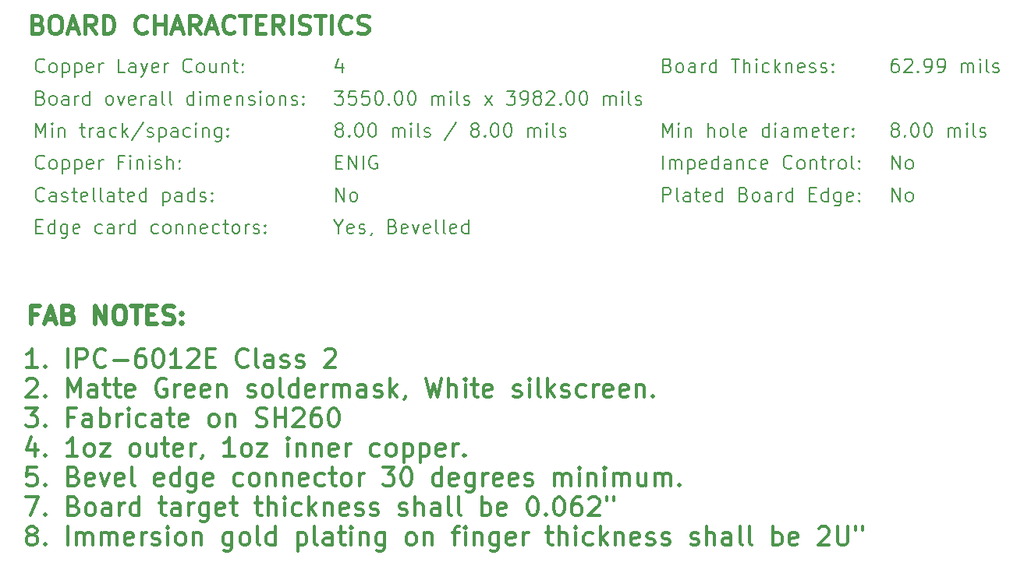
<source format=gbr>
%TF.GenerationSoftware,KiCad,Pcbnew,7.0.5*%
%TF.CreationDate,2023-06-28T17:56:54-04:00*%
%TF.ProjectId,magnetotorqer-drive-board,6d61676e-6574-46f7-946f-727165722d64,A*%
%TF.SameCoordinates,Original*%
%TF.FileFunction,Other,Comment*%
%FSLAX46Y46*%
G04 Gerber Fmt 4.6, Leading zero omitted, Abs format (unit mm)*
G04 Created by KiCad (PCBNEW 7.0.5) date 2023-06-28 17:56:54*
%MOMM*%
%LPD*%
G01*
G04 APERTURE LIST*
%ADD10C,0.200000*%
%ADD11C,0.500000*%
%ADD12C,0.300000*%
%ADD13C,0.400000*%
G04 APERTURE END LIST*
D10*
X230309573Y-56833314D02*
X230523859Y-56904742D01*
X230523859Y-56904742D02*
X230595288Y-56976171D01*
X230595288Y-56976171D02*
X230666716Y-57119028D01*
X230666716Y-57119028D02*
X230666716Y-57333314D01*
X230666716Y-57333314D02*
X230595288Y-57476171D01*
X230595288Y-57476171D02*
X230523859Y-57547600D01*
X230523859Y-57547600D02*
X230381002Y-57619028D01*
X230381002Y-57619028D02*
X229809573Y-57619028D01*
X229809573Y-57619028D02*
X229809573Y-56119028D01*
X229809573Y-56119028D02*
X230309573Y-56119028D01*
X230309573Y-56119028D02*
X230452431Y-56190457D01*
X230452431Y-56190457D02*
X230523859Y-56261885D01*
X230523859Y-56261885D02*
X230595288Y-56404742D01*
X230595288Y-56404742D02*
X230595288Y-56547600D01*
X230595288Y-56547600D02*
X230523859Y-56690457D01*
X230523859Y-56690457D02*
X230452431Y-56761885D01*
X230452431Y-56761885D02*
X230309573Y-56833314D01*
X230309573Y-56833314D02*
X229809573Y-56833314D01*
X231523859Y-57619028D02*
X231381002Y-57547600D01*
X231381002Y-57547600D02*
X231309573Y-57476171D01*
X231309573Y-57476171D02*
X231238145Y-57333314D01*
X231238145Y-57333314D02*
X231238145Y-56904742D01*
X231238145Y-56904742D02*
X231309573Y-56761885D01*
X231309573Y-56761885D02*
X231381002Y-56690457D01*
X231381002Y-56690457D02*
X231523859Y-56619028D01*
X231523859Y-56619028D02*
X231738145Y-56619028D01*
X231738145Y-56619028D02*
X231881002Y-56690457D01*
X231881002Y-56690457D02*
X231952431Y-56761885D01*
X231952431Y-56761885D02*
X232023859Y-56904742D01*
X232023859Y-56904742D02*
X232023859Y-57333314D01*
X232023859Y-57333314D02*
X231952431Y-57476171D01*
X231952431Y-57476171D02*
X231881002Y-57547600D01*
X231881002Y-57547600D02*
X231738145Y-57619028D01*
X231738145Y-57619028D02*
X231523859Y-57619028D01*
X233309574Y-57619028D02*
X233309574Y-56833314D01*
X233309574Y-56833314D02*
X233238145Y-56690457D01*
X233238145Y-56690457D02*
X233095288Y-56619028D01*
X233095288Y-56619028D02*
X232809574Y-56619028D01*
X232809574Y-56619028D02*
X232666716Y-56690457D01*
X233309574Y-57547600D02*
X233166716Y-57619028D01*
X233166716Y-57619028D02*
X232809574Y-57619028D01*
X232809574Y-57619028D02*
X232666716Y-57547600D01*
X232666716Y-57547600D02*
X232595288Y-57404742D01*
X232595288Y-57404742D02*
X232595288Y-57261885D01*
X232595288Y-57261885D02*
X232666716Y-57119028D01*
X232666716Y-57119028D02*
X232809574Y-57047600D01*
X232809574Y-57047600D02*
X233166716Y-57047600D01*
X233166716Y-57047600D02*
X233309574Y-56976171D01*
X234023859Y-57619028D02*
X234023859Y-56619028D01*
X234023859Y-56904742D02*
X234095288Y-56761885D01*
X234095288Y-56761885D02*
X234166717Y-56690457D01*
X234166717Y-56690457D02*
X234309574Y-56619028D01*
X234309574Y-56619028D02*
X234452431Y-56619028D01*
X235595288Y-57619028D02*
X235595288Y-56119028D01*
X235595288Y-57547600D02*
X235452430Y-57619028D01*
X235452430Y-57619028D02*
X235166716Y-57619028D01*
X235166716Y-57619028D02*
X235023859Y-57547600D01*
X235023859Y-57547600D02*
X234952430Y-57476171D01*
X234952430Y-57476171D02*
X234881002Y-57333314D01*
X234881002Y-57333314D02*
X234881002Y-56904742D01*
X234881002Y-56904742D02*
X234952430Y-56761885D01*
X234952430Y-56761885D02*
X235023859Y-56690457D01*
X235023859Y-56690457D02*
X235166716Y-56619028D01*
X235166716Y-56619028D02*
X235452430Y-56619028D01*
X235452430Y-56619028D02*
X235595288Y-56690457D01*
X237238145Y-56119028D02*
X238095288Y-56119028D01*
X237666716Y-57619028D02*
X237666716Y-56119028D01*
X238595287Y-57619028D02*
X238595287Y-56119028D01*
X239238145Y-57619028D02*
X239238145Y-56833314D01*
X239238145Y-56833314D02*
X239166716Y-56690457D01*
X239166716Y-56690457D02*
X239023859Y-56619028D01*
X239023859Y-56619028D02*
X238809573Y-56619028D01*
X238809573Y-56619028D02*
X238666716Y-56690457D01*
X238666716Y-56690457D02*
X238595287Y-56761885D01*
X239952430Y-57619028D02*
X239952430Y-56619028D01*
X239952430Y-56119028D02*
X239881002Y-56190457D01*
X239881002Y-56190457D02*
X239952430Y-56261885D01*
X239952430Y-56261885D02*
X240023859Y-56190457D01*
X240023859Y-56190457D02*
X239952430Y-56119028D01*
X239952430Y-56119028D02*
X239952430Y-56261885D01*
X241309574Y-57547600D02*
X241166716Y-57619028D01*
X241166716Y-57619028D02*
X240881002Y-57619028D01*
X240881002Y-57619028D02*
X240738145Y-57547600D01*
X240738145Y-57547600D02*
X240666716Y-57476171D01*
X240666716Y-57476171D02*
X240595288Y-57333314D01*
X240595288Y-57333314D02*
X240595288Y-56904742D01*
X240595288Y-56904742D02*
X240666716Y-56761885D01*
X240666716Y-56761885D02*
X240738145Y-56690457D01*
X240738145Y-56690457D02*
X240881002Y-56619028D01*
X240881002Y-56619028D02*
X241166716Y-56619028D01*
X241166716Y-56619028D02*
X241309574Y-56690457D01*
X241952430Y-57619028D02*
X241952430Y-56119028D01*
X242095288Y-57047600D02*
X242523859Y-57619028D01*
X242523859Y-56619028D02*
X241952430Y-57190457D01*
X243166716Y-56619028D02*
X243166716Y-57619028D01*
X243166716Y-56761885D02*
X243238145Y-56690457D01*
X243238145Y-56690457D02*
X243381002Y-56619028D01*
X243381002Y-56619028D02*
X243595288Y-56619028D01*
X243595288Y-56619028D02*
X243738145Y-56690457D01*
X243738145Y-56690457D02*
X243809574Y-56833314D01*
X243809574Y-56833314D02*
X243809574Y-57619028D01*
X245095288Y-57547600D02*
X244952431Y-57619028D01*
X244952431Y-57619028D02*
X244666717Y-57619028D01*
X244666717Y-57619028D02*
X244523859Y-57547600D01*
X244523859Y-57547600D02*
X244452431Y-57404742D01*
X244452431Y-57404742D02*
X244452431Y-56833314D01*
X244452431Y-56833314D02*
X244523859Y-56690457D01*
X244523859Y-56690457D02*
X244666717Y-56619028D01*
X244666717Y-56619028D02*
X244952431Y-56619028D01*
X244952431Y-56619028D02*
X245095288Y-56690457D01*
X245095288Y-56690457D02*
X245166717Y-56833314D01*
X245166717Y-56833314D02*
X245166717Y-56976171D01*
X245166717Y-56976171D02*
X244452431Y-57119028D01*
X245738145Y-57547600D02*
X245881002Y-57619028D01*
X245881002Y-57619028D02*
X246166716Y-57619028D01*
X246166716Y-57619028D02*
X246309573Y-57547600D01*
X246309573Y-57547600D02*
X246381002Y-57404742D01*
X246381002Y-57404742D02*
X246381002Y-57333314D01*
X246381002Y-57333314D02*
X246309573Y-57190457D01*
X246309573Y-57190457D02*
X246166716Y-57119028D01*
X246166716Y-57119028D02*
X245952431Y-57119028D01*
X245952431Y-57119028D02*
X245809573Y-57047600D01*
X245809573Y-57047600D02*
X245738145Y-56904742D01*
X245738145Y-56904742D02*
X245738145Y-56833314D01*
X245738145Y-56833314D02*
X245809573Y-56690457D01*
X245809573Y-56690457D02*
X245952431Y-56619028D01*
X245952431Y-56619028D02*
X246166716Y-56619028D01*
X246166716Y-56619028D02*
X246309573Y-56690457D01*
X246952431Y-57547600D02*
X247095288Y-57619028D01*
X247095288Y-57619028D02*
X247381002Y-57619028D01*
X247381002Y-57619028D02*
X247523859Y-57547600D01*
X247523859Y-57547600D02*
X247595288Y-57404742D01*
X247595288Y-57404742D02*
X247595288Y-57333314D01*
X247595288Y-57333314D02*
X247523859Y-57190457D01*
X247523859Y-57190457D02*
X247381002Y-57119028D01*
X247381002Y-57119028D02*
X247166717Y-57119028D01*
X247166717Y-57119028D02*
X247023859Y-57047600D01*
X247023859Y-57047600D02*
X246952431Y-56904742D01*
X246952431Y-56904742D02*
X246952431Y-56833314D01*
X246952431Y-56833314D02*
X247023859Y-56690457D01*
X247023859Y-56690457D02*
X247166717Y-56619028D01*
X247166717Y-56619028D02*
X247381002Y-56619028D01*
X247381002Y-56619028D02*
X247523859Y-56690457D01*
X248238145Y-57476171D02*
X248309574Y-57547600D01*
X248309574Y-57547600D02*
X248238145Y-57619028D01*
X248238145Y-57619028D02*
X248166717Y-57547600D01*
X248166717Y-57547600D02*
X248238145Y-57476171D01*
X248238145Y-57476171D02*
X248238145Y-57619028D01*
X248238145Y-56690457D02*
X248309574Y-56761885D01*
X248309574Y-56761885D02*
X248238145Y-56833314D01*
X248238145Y-56833314D02*
X248166717Y-56761885D01*
X248166717Y-56761885D02*
X248238145Y-56690457D01*
X248238145Y-56690457D02*
X248238145Y-56833314D01*
X162623863Y-71476171D02*
X162552435Y-71547600D01*
X162552435Y-71547600D02*
X162338149Y-71619028D01*
X162338149Y-71619028D02*
X162195292Y-71619028D01*
X162195292Y-71619028D02*
X161981006Y-71547600D01*
X161981006Y-71547600D02*
X161838149Y-71404742D01*
X161838149Y-71404742D02*
X161766720Y-71261885D01*
X161766720Y-71261885D02*
X161695292Y-70976171D01*
X161695292Y-70976171D02*
X161695292Y-70761885D01*
X161695292Y-70761885D02*
X161766720Y-70476171D01*
X161766720Y-70476171D02*
X161838149Y-70333314D01*
X161838149Y-70333314D02*
X161981006Y-70190457D01*
X161981006Y-70190457D02*
X162195292Y-70119028D01*
X162195292Y-70119028D02*
X162338149Y-70119028D01*
X162338149Y-70119028D02*
X162552435Y-70190457D01*
X162552435Y-70190457D02*
X162623863Y-70261885D01*
X163909578Y-71619028D02*
X163909578Y-70833314D01*
X163909578Y-70833314D02*
X163838149Y-70690457D01*
X163838149Y-70690457D02*
X163695292Y-70619028D01*
X163695292Y-70619028D02*
X163409578Y-70619028D01*
X163409578Y-70619028D02*
X163266720Y-70690457D01*
X163909578Y-71547600D02*
X163766720Y-71619028D01*
X163766720Y-71619028D02*
X163409578Y-71619028D01*
X163409578Y-71619028D02*
X163266720Y-71547600D01*
X163266720Y-71547600D02*
X163195292Y-71404742D01*
X163195292Y-71404742D02*
X163195292Y-71261885D01*
X163195292Y-71261885D02*
X163266720Y-71119028D01*
X163266720Y-71119028D02*
X163409578Y-71047600D01*
X163409578Y-71047600D02*
X163766720Y-71047600D01*
X163766720Y-71047600D02*
X163909578Y-70976171D01*
X164552435Y-71547600D02*
X164695292Y-71619028D01*
X164695292Y-71619028D02*
X164981006Y-71619028D01*
X164981006Y-71619028D02*
X165123863Y-71547600D01*
X165123863Y-71547600D02*
X165195292Y-71404742D01*
X165195292Y-71404742D02*
X165195292Y-71333314D01*
X165195292Y-71333314D02*
X165123863Y-71190457D01*
X165123863Y-71190457D02*
X164981006Y-71119028D01*
X164981006Y-71119028D02*
X164766721Y-71119028D01*
X164766721Y-71119028D02*
X164623863Y-71047600D01*
X164623863Y-71047600D02*
X164552435Y-70904742D01*
X164552435Y-70904742D02*
X164552435Y-70833314D01*
X164552435Y-70833314D02*
X164623863Y-70690457D01*
X164623863Y-70690457D02*
X164766721Y-70619028D01*
X164766721Y-70619028D02*
X164981006Y-70619028D01*
X164981006Y-70619028D02*
X165123863Y-70690457D01*
X165623864Y-70619028D02*
X166195292Y-70619028D01*
X165838149Y-70119028D02*
X165838149Y-71404742D01*
X165838149Y-71404742D02*
X165909578Y-71547600D01*
X165909578Y-71547600D02*
X166052435Y-71619028D01*
X166052435Y-71619028D02*
X166195292Y-71619028D01*
X167266721Y-71547600D02*
X167123864Y-71619028D01*
X167123864Y-71619028D02*
X166838150Y-71619028D01*
X166838150Y-71619028D02*
X166695292Y-71547600D01*
X166695292Y-71547600D02*
X166623864Y-71404742D01*
X166623864Y-71404742D02*
X166623864Y-70833314D01*
X166623864Y-70833314D02*
X166695292Y-70690457D01*
X166695292Y-70690457D02*
X166838150Y-70619028D01*
X166838150Y-70619028D02*
X167123864Y-70619028D01*
X167123864Y-70619028D02*
X167266721Y-70690457D01*
X167266721Y-70690457D02*
X167338150Y-70833314D01*
X167338150Y-70833314D02*
X167338150Y-70976171D01*
X167338150Y-70976171D02*
X166623864Y-71119028D01*
X168195292Y-71619028D02*
X168052435Y-71547600D01*
X168052435Y-71547600D02*
X167981006Y-71404742D01*
X167981006Y-71404742D02*
X167981006Y-70119028D01*
X168981006Y-71619028D02*
X168838149Y-71547600D01*
X168838149Y-71547600D02*
X168766720Y-71404742D01*
X168766720Y-71404742D02*
X168766720Y-70119028D01*
X170195292Y-71619028D02*
X170195292Y-70833314D01*
X170195292Y-70833314D02*
X170123863Y-70690457D01*
X170123863Y-70690457D02*
X169981006Y-70619028D01*
X169981006Y-70619028D02*
X169695292Y-70619028D01*
X169695292Y-70619028D02*
X169552434Y-70690457D01*
X170195292Y-71547600D02*
X170052434Y-71619028D01*
X170052434Y-71619028D02*
X169695292Y-71619028D01*
X169695292Y-71619028D02*
X169552434Y-71547600D01*
X169552434Y-71547600D02*
X169481006Y-71404742D01*
X169481006Y-71404742D02*
X169481006Y-71261885D01*
X169481006Y-71261885D02*
X169552434Y-71119028D01*
X169552434Y-71119028D02*
X169695292Y-71047600D01*
X169695292Y-71047600D02*
X170052434Y-71047600D01*
X170052434Y-71047600D02*
X170195292Y-70976171D01*
X170695292Y-70619028D02*
X171266720Y-70619028D01*
X170909577Y-70119028D02*
X170909577Y-71404742D01*
X170909577Y-71404742D02*
X170981006Y-71547600D01*
X170981006Y-71547600D02*
X171123863Y-71619028D01*
X171123863Y-71619028D02*
X171266720Y-71619028D01*
X172338149Y-71547600D02*
X172195292Y-71619028D01*
X172195292Y-71619028D02*
X171909578Y-71619028D01*
X171909578Y-71619028D02*
X171766720Y-71547600D01*
X171766720Y-71547600D02*
X171695292Y-71404742D01*
X171695292Y-71404742D02*
X171695292Y-70833314D01*
X171695292Y-70833314D02*
X171766720Y-70690457D01*
X171766720Y-70690457D02*
X171909578Y-70619028D01*
X171909578Y-70619028D02*
X172195292Y-70619028D01*
X172195292Y-70619028D02*
X172338149Y-70690457D01*
X172338149Y-70690457D02*
X172409578Y-70833314D01*
X172409578Y-70833314D02*
X172409578Y-70976171D01*
X172409578Y-70976171D02*
X171695292Y-71119028D01*
X173695292Y-71619028D02*
X173695292Y-70119028D01*
X173695292Y-71547600D02*
X173552434Y-71619028D01*
X173552434Y-71619028D02*
X173266720Y-71619028D01*
X173266720Y-71619028D02*
X173123863Y-71547600D01*
X173123863Y-71547600D02*
X173052434Y-71476171D01*
X173052434Y-71476171D02*
X172981006Y-71333314D01*
X172981006Y-71333314D02*
X172981006Y-70904742D01*
X172981006Y-70904742D02*
X173052434Y-70761885D01*
X173052434Y-70761885D02*
X173123863Y-70690457D01*
X173123863Y-70690457D02*
X173266720Y-70619028D01*
X173266720Y-70619028D02*
X173552434Y-70619028D01*
X173552434Y-70619028D02*
X173695292Y-70690457D01*
X175552434Y-70619028D02*
X175552434Y-72119028D01*
X175552434Y-70690457D02*
X175695292Y-70619028D01*
X175695292Y-70619028D02*
X175981006Y-70619028D01*
X175981006Y-70619028D02*
X176123863Y-70690457D01*
X176123863Y-70690457D02*
X176195292Y-70761885D01*
X176195292Y-70761885D02*
X176266720Y-70904742D01*
X176266720Y-70904742D02*
X176266720Y-71333314D01*
X176266720Y-71333314D02*
X176195292Y-71476171D01*
X176195292Y-71476171D02*
X176123863Y-71547600D01*
X176123863Y-71547600D02*
X175981006Y-71619028D01*
X175981006Y-71619028D02*
X175695292Y-71619028D01*
X175695292Y-71619028D02*
X175552434Y-71547600D01*
X177552435Y-71619028D02*
X177552435Y-70833314D01*
X177552435Y-70833314D02*
X177481006Y-70690457D01*
X177481006Y-70690457D02*
X177338149Y-70619028D01*
X177338149Y-70619028D02*
X177052435Y-70619028D01*
X177052435Y-70619028D02*
X176909577Y-70690457D01*
X177552435Y-71547600D02*
X177409577Y-71619028D01*
X177409577Y-71619028D02*
X177052435Y-71619028D01*
X177052435Y-71619028D02*
X176909577Y-71547600D01*
X176909577Y-71547600D02*
X176838149Y-71404742D01*
X176838149Y-71404742D02*
X176838149Y-71261885D01*
X176838149Y-71261885D02*
X176909577Y-71119028D01*
X176909577Y-71119028D02*
X177052435Y-71047600D01*
X177052435Y-71047600D02*
X177409577Y-71047600D01*
X177409577Y-71047600D02*
X177552435Y-70976171D01*
X178909578Y-71619028D02*
X178909578Y-70119028D01*
X178909578Y-71547600D02*
X178766720Y-71619028D01*
X178766720Y-71619028D02*
X178481006Y-71619028D01*
X178481006Y-71619028D02*
X178338149Y-71547600D01*
X178338149Y-71547600D02*
X178266720Y-71476171D01*
X178266720Y-71476171D02*
X178195292Y-71333314D01*
X178195292Y-71333314D02*
X178195292Y-70904742D01*
X178195292Y-70904742D02*
X178266720Y-70761885D01*
X178266720Y-70761885D02*
X178338149Y-70690457D01*
X178338149Y-70690457D02*
X178481006Y-70619028D01*
X178481006Y-70619028D02*
X178766720Y-70619028D01*
X178766720Y-70619028D02*
X178909578Y-70690457D01*
X179552435Y-71547600D02*
X179695292Y-71619028D01*
X179695292Y-71619028D02*
X179981006Y-71619028D01*
X179981006Y-71619028D02*
X180123863Y-71547600D01*
X180123863Y-71547600D02*
X180195292Y-71404742D01*
X180195292Y-71404742D02*
X180195292Y-71333314D01*
X180195292Y-71333314D02*
X180123863Y-71190457D01*
X180123863Y-71190457D02*
X179981006Y-71119028D01*
X179981006Y-71119028D02*
X179766721Y-71119028D01*
X179766721Y-71119028D02*
X179623863Y-71047600D01*
X179623863Y-71047600D02*
X179552435Y-70904742D01*
X179552435Y-70904742D02*
X179552435Y-70833314D01*
X179552435Y-70833314D02*
X179623863Y-70690457D01*
X179623863Y-70690457D02*
X179766721Y-70619028D01*
X179766721Y-70619028D02*
X179981006Y-70619028D01*
X179981006Y-70619028D02*
X180123863Y-70690457D01*
X180838149Y-71476171D02*
X180909578Y-71547600D01*
X180909578Y-71547600D02*
X180838149Y-71619028D01*
X180838149Y-71619028D02*
X180766721Y-71547600D01*
X180766721Y-71547600D02*
X180838149Y-71476171D01*
X180838149Y-71476171D02*
X180838149Y-71619028D01*
X180838149Y-70690457D02*
X180909578Y-70761885D01*
X180909578Y-70761885D02*
X180838149Y-70833314D01*
X180838149Y-70833314D02*
X180766721Y-70761885D01*
X180766721Y-70761885D02*
X180838149Y-70690457D01*
X180838149Y-70690457D02*
X180838149Y-70833314D01*
X194609578Y-74404742D02*
X194609578Y-75119028D01*
X194109578Y-73619028D02*
X194609578Y-74404742D01*
X194609578Y-74404742D02*
X195109578Y-73619028D01*
X196181006Y-75047600D02*
X196038149Y-75119028D01*
X196038149Y-75119028D02*
X195752435Y-75119028D01*
X195752435Y-75119028D02*
X195609577Y-75047600D01*
X195609577Y-75047600D02*
X195538149Y-74904742D01*
X195538149Y-74904742D02*
X195538149Y-74333314D01*
X195538149Y-74333314D02*
X195609577Y-74190457D01*
X195609577Y-74190457D02*
X195752435Y-74119028D01*
X195752435Y-74119028D02*
X196038149Y-74119028D01*
X196038149Y-74119028D02*
X196181006Y-74190457D01*
X196181006Y-74190457D02*
X196252435Y-74333314D01*
X196252435Y-74333314D02*
X196252435Y-74476171D01*
X196252435Y-74476171D02*
X195538149Y-74619028D01*
X196823863Y-75047600D02*
X196966720Y-75119028D01*
X196966720Y-75119028D02*
X197252434Y-75119028D01*
X197252434Y-75119028D02*
X197395291Y-75047600D01*
X197395291Y-75047600D02*
X197466720Y-74904742D01*
X197466720Y-74904742D02*
X197466720Y-74833314D01*
X197466720Y-74833314D02*
X197395291Y-74690457D01*
X197395291Y-74690457D02*
X197252434Y-74619028D01*
X197252434Y-74619028D02*
X197038149Y-74619028D01*
X197038149Y-74619028D02*
X196895291Y-74547600D01*
X196895291Y-74547600D02*
X196823863Y-74404742D01*
X196823863Y-74404742D02*
X196823863Y-74333314D01*
X196823863Y-74333314D02*
X196895291Y-74190457D01*
X196895291Y-74190457D02*
X197038149Y-74119028D01*
X197038149Y-74119028D02*
X197252434Y-74119028D01*
X197252434Y-74119028D02*
X197395291Y-74190457D01*
X198181006Y-75047600D02*
X198181006Y-75119028D01*
X198181006Y-75119028D02*
X198109577Y-75261885D01*
X198109577Y-75261885D02*
X198038149Y-75333314D01*
X200466720Y-74333314D02*
X200681006Y-74404742D01*
X200681006Y-74404742D02*
X200752435Y-74476171D01*
X200752435Y-74476171D02*
X200823863Y-74619028D01*
X200823863Y-74619028D02*
X200823863Y-74833314D01*
X200823863Y-74833314D02*
X200752435Y-74976171D01*
X200752435Y-74976171D02*
X200681006Y-75047600D01*
X200681006Y-75047600D02*
X200538149Y-75119028D01*
X200538149Y-75119028D02*
X199966720Y-75119028D01*
X199966720Y-75119028D02*
X199966720Y-73619028D01*
X199966720Y-73619028D02*
X200466720Y-73619028D01*
X200466720Y-73619028D02*
X200609578Y-73690457D01*
X200609578Y-73690457D02*
X200681006Y-73761885D01*
X200681006Y-73761885D02*
X200752435Y-73904742D01*
X200752435Y-73904742D02*
X200752435Y-74047600D01*
X200752435Y-74047600D02*
X200681006Y-74190457D01*
X200681006Y-74190457D02*
X200609578Y-74261885D01*
X200609578Y-74261885D02*
X200466720Y-74333314D01*
X200466720Y-74333314D02*
X199966720Y-74333314D01*
X202038149Y-75047600D02*
X201895292Y-75119028D01*
X201895292Y-75119028D02*
X201609578Y-75119028D01*
X201609578Y-75119028D02*
X201466720Y-75047600D01*
X201466720Y-75047600D02*
X201395292Y-74904742D01*
X201395292Y-74904742D02*
X201395292Y-74333314D01*
X201395292Y-74333314D02*
X201466720Y-74190457D01*
X201466720Y-74190457D02*
X201609578Y-74119028D01*
X201609578Y-74119028D02*
X201895292Y-74119028D01*
X201895292Y-74119028D02*
X202038149Y-74190457D01*
X202038149Y-74190457D02*
X202109578Y-74333314D01*
X202109578Y-74333314D02*
X202109578Y-74476171D01*
X202109578Y-74476171D02*
X201395292Y-74619028D01*
X202609577Y-74119028D02*
X202966720Y-75119028D01*
X202966720Y-75119028D02*
X203323863Y-74119028D01*
X204466720Y-75047600D02*
X204323863Y-75119028D01*
X204323863Y-75119028D02*
X204038149Y-75119028D01*
X204038149Y-75119028D02*
X203895291Y-75047600D01*
X203895291Y-75047600D02*
X203823863Y-74904742D01*
X203823863Y-74904742D02*
X203823863Y-74333314D01*
X203823863Y-74333314D02*
X203895291Y-74190457D01*
X203895291Y-74190457D02*
X204038149Y-74119028D01*
X204038149Y-74119028D02*
X204323863Y-74119028D01*
X204323863Y-74119028D02*
X204466720Y-74190457D01*
X204466720Y-74190457D02*
X204538149Y-74333314D01*
X204538149Y-74333314D02*
X204538149Y-74476171D01*
X204538149Y-74476171D02*
X203823863Y-74619028D01*
X205395291Y-75119028D02*
X205252434Y-75047600D01*
X205252434Y-75047600D02*
X205181005Y-74904742D01*
X205181005Y-74904742D02*
X205181005Y-73619028D01*
X206181005Y-75119028D02*
X206038148Y-75047600D01*
X206038148Y-75047600D02*
X205966719Y-74904742D01*
X205966719Y-74904742D02*
X205966719Y-73619028D01*
X207323862Y-75047600D02*
X207181005Y-75119028D01*
X207181005Y-75119028D02*
X206895291Y-75119028D01*
X206895291Y-75119028D02*
X206752433Y-75047600D01*
X206752433Y-75047600D02*
X206681005Y-74904742D01*
X206681005Y-74904742D02*
X206681005Y-74333314D01*
X206681005Y-74333314D02*
X206752433Y-74190457D01*
X206752433Y-74190457D02*
X206895291Y-74119028D01*
X206895291Y-74119028D02*
X207181005Y-74119028D01*
X207181005Y-74119028D02*
X207323862Y-74190457D01*
X207323862Y-74190457D02*
X207395291Y-74333314D01*
X207395291Y-74333314D02*
X207395291Y-74476171D01*
X207395291Y-74476171D02*
X206681005Y-74619028D01*
X208681005Y-75119028D02*
X208681005Y-73619028D01*
X208681005Y-75047600D02*
X208538147Y-75119028D01*
X208538147Y-75119028D02*
X208252433Y-75119028D01*
X208252433Y-75119028D02*
X208109576Y-75047600D01*
X208109576Y-75047600D02*
X208038147Y-74976171D01*
X208038147Y-74976171D02*
X207966719Y-74833314D01*
X207966719Y-74833314D02*
X207966719Y-74404742D01*
X207966719Y-74404742D02*
X208038147Y-74261885D01*
X208038147Y-74261885D02*
X208109576Y-74190457D01*
X208109576Y-74190457D02*
X208252433Y-74119028D01*
X208252433Y-74119028D02*
X208538147Y-74119028D01*
X208538147Y-74119028D02*
X208681005Y-74190457D01*
X162623863Y-57476171D02*
X162552435Y-57547600D01*
X162552435Y-57547600D02*
X162338149Y-57619028D01*
X162338149Y-57619028D02*
X162195292Y-57619028D01*
X162195292Y-57619028D02*
X161981006Y-57547600D01*
X161981006Y-57547600D02*
X161838149Y-57404742D01*
X161838149Y-57404742D02*
X161766720Y-57261885D01*
X161766720Y-57261885D02*
X161695292Y-56976171D01*
X161695292Y-56976171D02*
X161695292Y-56761885D01*
X161695292Y-56761885D02*
X161766720Y-56476171D01*
X161766720Y-56476171D02*
X161838149Y-56333314D01*
X161838149Y-56333314D02*
X161981006Y-56190457D01*
X161981006Y-56190457D02*
X162195292Y-56119028D01*
X162195292Y-56119028D02*
X162338149Y-56119028D01*
X162338149Y-56119028D02*
X162552435Y-56190457D01*
X162552435Y-56190457D02*
X162623863Y-56261885D01*
X163481006Y-57619028D02*
X163338149Y-57547600D01*
X163338149Y-57547600D02*
X163266720Y-57476171D01*
X163266720Y-57476171D02*
X163195292Y-57333314D01*
X163195292Y-57333314D02*
X163195292Y-56904742D01*
X163195292Y-56904742D02*
X163266720Y-56761885D01*
X163266720Y-56761885D02*
X163338149Y-56690457D01*
X163338149Y-56690457D02*
X163481006Y-56619028D01*
X163481006Y-56619028D02*
X163695292Y-56619028D01*
X163695292Y-56619028D02*
X163838149Y-56690457D01*
X163838149Y-56690457D02*
X163909578Y-56761885D01*
X163909578Y-56761885D02*
X163981006Y-56904742D01*
X163981006Y-56904742D02*
X163981006Y-57333314D01*
X163981006Y-57333314D02*
X163909578Y-57476171D01*
X163909578Y-57476171D02*
X163838149Y-57547600D01*
X163838149Y-57547600D02*
X163695292Y-57619028D01*
X163695292Y-57619028D02*
X163481006Y-57619028D01*
X164623863Y-56619028D02*
X164623863Y-58119028D01*
X164623863Y-56690457D02*
X164766721Y-56619028D01*
X164766721Y-56619028D02*
X165052435Y-56619028D01*
X165052435Y-56619028D02*
X165195292Y-56690457D01*
X165195292Y-56690457D02*
X165266721Y-56761885D01*
X165266721Y-56761885D02*
X165338149Y-56904742D01*
X165338149Y-56904742D02*
X165338149Y-57333314D01*
X165338149Y-57333314D02*
X165266721Y-57476171D01*
X165266721Y-57476171D02*
X165195292Y-57547600D01*
X165195292Y-57547600D02*
X165052435Y-57619028D01*
X165052435Y-57619028D02*
X164766721Y-57619028D01*
X164766721Y-57619028D02*
X164623863Y-57547600D01*
X165981006Y-56619028D02*
X165981006Y-58119028D01*
X165981006Y-56690457D02*
X166123864Y-56619028D01*
X166123864Y-56619028D02*
X166409578Y-56619028D01*
X166409578Y-56619028D02*
X166552435Y-56690457D01*
X166552435Y-56690457D02*
X166623864Y-56761885D01*
X166623864Y-56761885D02*
X166695292Y-56904742D01*
X166695292Y-56904742D02*
X166695292Y-57333314D01*
X166695292Y-57333314D02*
X166623864Y-57476171D01*
X166623864Y-57476171D02*
X166552435Y-57547600D01*
X166552435Y-57547600D02*
X166409578Y-57619028D01*
X166409578Y-57619028D02*
X166123864Y-57619028D01*
X166123864Y-57619028D02*
X165981006Y-57547600D01*
X167909578Y-57547600D02*
X167766721Y-57619028D01*
X167766721Y-57619028D02*
X167481007Y-57619028D01*
X167481007Y-57619028D02*
X167338149Y-57547600D01*
X167338149Y-57547600D02*
X167266721Y-57404742D01*
X167266721Y-57404742D02*
X167266721Y-56833314D01*
X167266721Y-56833314D02*
X167338149Y-56690457D01*
X167338149Y-56690457D02*
X167481007Y-56619028D01*
X167481007Y-56619028D02*
X167766721Y-56619028D01*
X167766721Y-56619028D02*
X167909578Y-56690457D01*
X167909578Y-56690457D02*
X167981007Y-56833314D01*
X167981007Y-56833314D02*
X167981007Y-56976171D01*
X167981007Y-56976171D02*
X167266721Y-57119028D01*
X168623863Y-57619028D02*
X168623863Y-56619028D01*
X168623863Y-56904742D02*
X168695292Y-56761885D01*
X168695292Y-56761885D02*
X168766721Y-56690457D01*
X168766721Y-56690457D02*
X168909578Y-56619028D01*
X168909578Y-56619028D02*
X169052435Y-56619028D01*
X171409577Y-57619028D02*
X170695291Y-57619028D01*
X170695291Y-57619028D02*
X170695291Y-56119028D01*
X172552435Y-57619028D02*
X172552435Y-56833314D01*
X172552435Y-56833314D02*
X172481006Y-56690457D01*
X172481006Y-56690457D02*
X172338149Y-56619028D01*
X172338149Y-56619028D02*
X172052435Y-56619028D01*
X172052435Y-56619028D02*
X171909577Y-56690457D01*
X172552435Y-57547600D02*
X172409577Y-57619028D01*
X172409577Y-57619028D02*
X172052435Y-57619028D01*
X172052435Y-57619028D02*
X171909577Y-57547600D01*
X171909577Y-57547600D02*
X171838149Y-57404742D01*
X171838149Y-57404742D02*
X171838149Y-57261885D01*
X171838149Y-57261885D02*
X171909577Y-57119028D01*
X171909577Y-57119028D02*
X172052435Y-57047600D01*
X172052435Y-57047600D02*
X172409577Y-57047600D01*
X172409577Y-57047600D02*
X172552435Y-56976171D01*
X173123863Y-56619028D02*
X173481006Y-57619028D01*
X173838149Y-56619028D02*
X173481006Y-57619028D01*
X173481006Y-57619028D02*
X173338149Y-57976171D01*
X173338149Y-57976171D02*
X173266720Y-58047600D01*
X173266720Y-58047600D02*
X173123863Y-58119028D01*
X174981006Y-57547600D02*
X174838149Y-57619028D01*
X174838149Y-57619028D02*
X174552435Y-57619028D01*
X174552435Y-57619028D02*
X174409577Y-57547600D01*
X174409577Y-57547600D02*
X174338149Y-57404742D01*
X174338149Y-57404742D02*
X174338149Y-56833314D01*
X174338149Y-56833314D02*
X174409577Y-56690457D01*
X174409577Y-56690457D02*
X174552435Y-56619028D01*
X174552435Y-56619028D02*
X174838149Y-56619028D01*
X174838149Y-56619028D02*
X174981006Y-56690457D01*
X174981006Y-56690457D02*
X175052435Y-56833314D01*
X175052435Y-56833314D02*
X175052435Y-56976171D01*
X175052435Y-56976171D02*
X174338149Y-57119028D01*
X175695291Y-57619028D02*
X175695291Y-56619028D01*
X175695291Y-56904742D02*
X175766720Y-56761885D01*
X175766720Y-56761885D02*
X175838149Y-56690457D01*
X175838149Y-56690457D02*
X175981006Y-56619028D01*
X175981006Y-56619028D02*
X176123863Y-56619028D01*
X178623862Y-57476171D02*
X178552434Y-57547600D01*
X178552434Y-57547600D02*
X178338148Y-57619028D01*
X178338148Y-57619028D02*
X178195291Y-57619028D01*
X178195291Y-57619028D02*
X177981005Y-57547600D01*
X177981005Y-57547600D02*
X177838148Y-57404742D01*
X177838148Y-57404742D02*
X177766719Y-57261885D01*
X177766719Y-57261885D02*
X177695291Y-56976171D01*
X177695291Y-56976171D02*
X177695291Y-56761885D01*
X177695291Y-56761885D02*
X177766719Y-56476171D01*
X177766719Y-56476171D02*
X177838148Y-56333314D01*
X177838148Y-56333314D02*
X177981005Y-56190457D01*
X177981005Y-56190457D02*
X178195291Y-56119028D01*
X178195291Y-56119028D02*
X178338148Y-56119028D01*
X178338148Y-56119028D02*
X178552434Y-56190457D01*
X178552434Y-56190457D02*
X178623862Y-56261885D01*
X179481005Y-57619028D02*
X179338148Y-57547600D01*
X179338148Y-57547600D02*
X179266719Y-57476171D01*
X179266719Y-57476171D02*
X179195291Y-57333314D01*
X179195291Y-57333314D02*
X179195291Y-56904742D01*
X179195291Y-56904742D02*
X179266719Y-56761885D01*
X179266719Y-56761885D02*
X179338148Y-56690457D01*
X179338148Y-56690457D02*
X179481005Y-56619028D01*
X179481005Y-56619028D02*
X179695291Y-56619028D01*
X179695291Y-56619028D02*
X179838148Y-56690457D01*
X179838148Y-56690457D02*
X179909577Y-56761885D01*
X179909577Y-56761885D02*
X179981005Y-56904742D01*
X179981005Y-56904742D02*
X179981005Y-57333314D01*
X179981005Y-57333314D02*
X179909577Y-57476171D01*
X179909577Y-57476171D02*
X179838148Y-57547600D01*
X179838148Y-57547600D02*
X179695291Y-57619028D01*
X179695291Y-57619028D02*
X179481005Y-57619028D01*
X181266720Y-56619028D02*
X181266720Y-57619028D01*
X180623862Y-56619028D02*
X180623862Y-57404742D01*
X180623862Y-57404742D02*
X180695291Y-57547600D01*
X180695291Y-57547600D02*
X180838148Y-57619028D01*
X180838148Y-57619028D02*
X181052434Y-57619028D01*
X181052434Y-57619028D02*
X181195291Y-57547600D01*
X181195291Y-57547600D02*
X181266720Y-57476171D01*
X181981005Y-56619028D02*
X181981005Y-57619028D01*
X181981005Y-56761885D02*
X182052434Y-56690457D01*
X182052434Y-56690457D02*
X182195291Y-56619028D01*
X182195291Y-56619028D02*
X182409577Y-56619028D01*
X182409577Y-56619028D02*
X182552434Y-56690457D01*
X182552434Y-56690457D02*
X182623863Y-56833314D01*
X182623863Y-56833314D02*
X182623863Y-57619028D01*
X183123863Y-56619028D02*
X183695291Y-56619028D01*
X183338148Y-56119028D02*
X183338148Y-57404742D01*
X183338148Y-57404742D02*
X183409577Y-57547600D01*
X183409577Y-57547600D02*
X183552434Y-57619028D01*
X183552434Y-57619028D02*
X183695291Y-57619028D01*
X184195291Y-57476171D02*
X184266720Y-57547600D01*
X184266720Y-57547600D02*
X184195291Y-57619028D01*
X184195291Y-57619028D02*
X184123863Y-57547600D01*
X184123863Y-57547600D02*
X184195291Y-57476171D01*
X184195291Y-57476171D02*
X184195291Y-57619028D01*
X184195291Y-56690457D02*
X184266720Y-56761885D01*
X184266720Y-56761885D02*
X184195291Y-56833314D01*
X184195291Y-56833314D02*
X184123863Y-56761885D01*
X184123863Y-56761885D02*
X184195291Y-56690457D01*
X184195291Y-56690457D02*
X184195291Y-56833314D01*
X162623863Y-67976171D02*
X162552435Y-68047600D01*
X162552435Y-68047600D02*
X162338149Y-68119028D01*
X162338149Y-68119028D02*
X162195292Y-68119028D01*
X162195292Y-68119028D02*
X161981006Y-68047600D01*
X161981006Y-68047600D02*
X161838149Y-67904742D01*
X161838149Y-67904742D02*
X161766720Y-67761885D01*
X161766720Y-67761885D02*
X161695292Y-67476171D01*
X161695292Y-67476171D02*
X161695292Y-67261885D01*
X161695292Y-67261885D02*
X161766720Y-66976171D01*
X161766720Y-66976171D02*
X161838149Y-66833314D01*
X161838149Y-66833314D02*
X161981006Y-66690457D01*
X161981006Y-66690457D02*
X162195292Y-66619028D01*
X162195292Y-66619028D02*
X162338149Y-66619028D01*
X162338149Y-66619028D02*
X162552435Y-66690457D01*
X162552435Y-66690457D02*
X162623863Y-66761885D01*
X163481006Y-68119028D02*
X163338149Y-68047600D01*
X163338149Y-68047600D02*
X163266720Y-67976171D01*
X163266720Y-67976171D02*
X163195292Y-67833314D01*
X163195292Y-67833314D02*
X163195292Y-67404742D01*
X163195292Y-67404742D02*
X163266720Y-67261885D01*
X163266720Y-67261885D02*
X163338149Y-67190457D01*
X163338149Y-67190457D02*
X163481006Y-67119028D01*
X163481006Y-67119028D02*
X163695292Y-67119028D01*
X163695292Y-67119028D02*
X163838149Y-67190457D01*
X163838149Y-67190457D02*
X163909578Y-67261885D01*
X163909578Y-67261885D02*
X163981006Y-67404742D01*
X163981006Y-67404742D02*
X163981006Y-67833314D01*
X163981006Y-67833314D02*
X163909578Y-67976171D01*
X163909578Y-67976171D02*
X163838149Y-68047600D01*
X163838149Y-68047600D02*
X163695292Y-68119028D01*
X163695292Y-68119028D02*
X163481006Y-68119028D01*
X164623863Y-67119028D02*
X164623863Y-68619028D01*
X164623863Y-67190457D02*
X164766721Y-67119028D01*
X164766721Y-67119028D02*
X165052435Y-67119028D01*
X165052435Y-67119028D02*
X165195292Y-67190457D01*
X165195292Y-67190457D02*
X165266721Y-67261885D01*
X165266721Y-67261885D02*
X165338149Y-67404742D01*
X165338149Y-67404742D02*
X165338149Y-67833314D01*
X165338149Y-67833314D02*
X165266721Y-67976171D01*
X165266721Y-67976171D02*
X165195292Y-68047600D01*
X165195292Y-68047600D02*
X165052435Y-68119028D01*
X165052435Y-68119028D02*
X164766721Y-68119028D01*
X164766721Y-68119028D02*
X164623863Y-68047600D01*
X165981006Y-67119028D02*
X165981006Y-68619028D01*
X165981006Y-67190457D02*
X166123864Y-67119028D01*
X166123864Y-67119028D02*
X166409578Y-67119028D01*
X166409578Y-67119028D02*
X166552435Y-67190457D01*
X166552435Y-67190457D02*
X166623864Y-67261885D01*
X166623864Y-67261885D02*
X166695292Y-67404742D01*
X166695292Y-67404742D02*
X166695292Y-67833314D01*
X166695292Y-67833314D02*
X166623864Y-67976171D01*
X166623864Y-67976171D02*
X166552435Y-68047600D01*
X166552435Y-68047600D02*
X166409578Y-68119028D01*
X166409578Y-68119028D02*
X166123864Y-68119028D01*
X166123864Y-68119028D02*
X165981006Y-68047600D01*
X167909578Y-68047600D02*
X167766721Y-68119028D01*
X167766721Y-68119028D02*
X167481007Y-68119028D01*
X167481007Y-68119028D02*
X167338149Y-68047600D01*
X167338149Y-68047600D02*
X167266721Y-67904742D01*
X167266721Y-67904742D02*
X167266721Y-67333314D01*
X167266721Y-67333314D02*
X167338149Y-67190457D01*
X167338149Y-67190457D02*
X167481007Y-67119028D01*
X167481007Y-67119028D02*
X167766721Y-67119028D01*
X167766721Y-67119028D02*
X167909578Y-67190457D01*
X167909578Y-67190457D02*
X167981007Y-67333314D01*
X167981007Y-67333314D02*
X167981007Y-67476171D01*
X167981007Y-67476171D02*
X167266721Y-67619028D01*
X168623863Y-68119028D02*
X168623863Y-67119028D01*
X168623863Y-67404742D02*
X168695292Y-67261885D01*
X168695292Y-67261885D02*
X168766721Y-67190457D01*
X168766721Y-67190457D02*
X168909578Y-67119028D01*
X168909578Y-67119028D02*
X169052435Y-67119028D01*
X171195291Y-67333314D02*
X170695291Y-67333314D01*
X170695291Y-68119028D02*
X170695291Y-66619028D01*
X170695291Y-66619028D02*
X171409577Y-66619028D01*
X171981005Y-68119028D02*
X171981005Y-67119028D01*
X171981005Y-66619028D02*
X171909577Y-66690457D01*
X171909577Y-66690457D02*
X171981005Y-66761885D01*
X171981005Y-66761885D02*
X172052434Y-66690457D01*
X172052434Y-66690457D02*
X171981005Y-66619028D01*
X171981005Y-66619028D02*
X171981005Y-66761885D01*
X172695291Y-67119028D02*
X172695291Y-68119028D01*
X172695291Y-67261885D02*
X172766720Y-67190457D01*
X172766720Y-67190457D02*
X172909577Y-67119028D01*
X172909577Y-67119028D02*
X173123863Y-67119028D01*
X173123863Y-67119028D02*
X173266720Y-67190457D01*
X173266720Y-67190457D02*
X173338149Y-67333314D01*
X173338149Y-67333314D02*
X173338149Y-68119028D01*
X174052434Y-68119028D02*
X174052434Y-67119028D01*
X174052434Y-66619028D02*
X173981006Y-66690457D01*
X173981006Y-66690457D02*
X174052434Y-66761885D01*
X174052434Y-66761885D02*
X174123863Y-66690457D01*
X174123863Y-66690457D02*
X174052434Y-66619028D01*
X174052434Y-66619028D02*
X174052434Y-66761885D01*
X174695292Y-68047600D02*
X174838149Y-68119028D01*
X174838149Y-68119028D02*
X175123863Y-68119028D01*
X175123863Y-68119028D02*
X175266720Y-68047600D01*
X175266720Y-68047600D02*
X175338149Y-67904742D01*
X175338149Y-67904742D02*
X175338149Y-67833314D01*
X175338149Y-67833314D02*
X175266720Y-67690457D01*
X175266720Y-67690457D02*
X175123863Y-67619028D01*
X175123863Y-67619028D02*
X174909578Y-67619028D01*
X174909578Y-67619028D02*
X174766720Y-67547600D01*
X174766720Y-67547600D02*
X174695292Y-67404742D01*
X174695292Y-67404742D02*
X174695292Y-67333314D01*
X174695292Y-67333314D02*
X174766720Y-67190457D01*
X174766720Y-67190457D02*
X174909578Y-67119028D01*
X174909578Y-67119028D02*
X175123863Y-67119028D01*
X175123863Y-67119028D02*
X175266720Y-67190457D01*
X175981006Y-68119028D02*
X175981006Y-66619028D01*
X176623864Y-68119028D02*
X176623864Y-67333314D01*
X176623864Y-67333314D02*
X176552435Y-67190457D01*
X176552435Y-67190457D02*
X176409578Y-67119028D01*
X176409578Y-67119028D02*
X176195292Y-67119028D01*
X176195292Y-67119028D02*
X176052435Y-67190457D01*
X176052435Y-67190457D02*
X175981006Y-67261885D01*
X177338149Y-67976171D02*
X177409578Y-68047600D01*
X177409578Y-68047600D02*
X177338149Y-68119028D01*
X177338149Y-68119028D02*
X177266721Y-68047600D01*
X177266721Y-68047600D02*
X177338149Y-67976171D01*
X177338149Y-67976171D02*
X177338149Y-68119028D01*
X177338149Y-67190457D02*
X177409578Y-67261885D01*
X177409578Y-67261885D02*
X177338149Y-67333314D01*
X177338149Y-67333314D02*
X177266721Y-67261885D01*
X177266721Y-67261885D02*
X177338149Y-67190457D01*
X177338149Y-67190457D02*
X177338149Y-67333314D01*
X254652430Y-71619028D02*
X254652430Y-70119028D01*
X254652430Y-70119028D02*
X255509573Y-71619028D01*
X255509573Y-71619028D02*
X255509573Y-70119028D01*
X256438145Y-71619028D02*
X256295288Y-71547600D01*
X256295288Y-71547600D02*
X256223859Y-71476171D01*
X256223859Y-71476171D02*
X256152431Y-71333314D01*
X256152431Y-71333314D02*
X256152431Y-70904742D01*
X256152431Y-70904742D02*
X256223859Y-70761885D01*
X256223859Y-70761885D02*
X256295288Y-70690457D01*
X256295288Y-70690457D02*
X256438145Y-70619028D01*
X256438145Y-70619028D02*
X256652431Y-70619028D01*
X256652431Y-70619028D02*
X256795288Y-70690457D01*
X256795288Y-70690457D02*
X256866717Y-70761885D01*
X256866717Y-70761885D02*
X256938145Y-70904742D01*
X256938145Y-70904742D02*
X256938145Y-71333314D01*
X256938145Y-71333314D02*
X256866717Y-71476171D01*
X256866717Y-71476171D02*
X256795288Y-71547600D01*
X256795288Y-71547600D02*
X256652431Y-71619028D01*
X256652431Y-71619028D02*
X256438145Y-71619028D01*
D11*
X161872804Y-83925619D02*
X161206137Y-83925619D01*
X161206137Y-84973238D02*
X161206137Y-82973238D01*
X161206137Y-82973238D02*
X162158518Y-82973238D01*
X162825185Y-84401809D02*
X163777566Y-84401809D01*
X162634709Y-84973238D02*
X163301375Y-82973238D01*
X163301375Y-82973238D02*
X163968042Y-84973238D01*
X165301376Y-83925619D02*
X165587090Y-84020857D01*
X165587090Y-84020857D02*
X165682328Y-84116095D01*
X165682328Y-84116095D02*
X165777566Y-84306571D01*
X165777566Y-84306571D02*
X165777566Y-84592285D01*
X165777566Y-84592285D02*
X165682328Y-84782761D01*
X165682328Y-84782761D02*
X165587090Y-84878000D01*
X165587090Y-84878000D02*
X165396614Y-84973238D01*
X165396614Y-84973238D02*
X164634709Y-84973238D01*
X164634709Y-84973238D02*
X164634709Y-82973238D01*
X164634709Y-82973238D02*
X165301376Y-82973238D01*
X165301376Y-82973238D02*
X165491852Y-83068476D01*
X165491852Y-83068476D02*
X165587090Y-83163714D01*
X165587090Y-83163714D02*
X165682328Y-83354190D01*
X165682328Y-83354190D02*
X165682328Y-83544666D01*
X165682328Y-83544666D02*
X165587090Y-83735142D01*
X165587090Y-83735142D02*
X165491852Y-83830380D01*
X165491852Y-83830380D02*
X165301376Y-83925619D01*
X165301376Y-83925619D02*
X164634709Y-83925619D01*
X168158519Y-84973238D02*
X168158519Y-82973238D01*
X168158519Y-82973238D02*
X169301376Y-84973238D01*
X169301376Y-84973238D02*
X169301376Y-82973238D01*
X170634709Y-82973238D02*
X171015662Y-82973238D01*
X171015662Y-82973238D02*
X171206138Y-83068476D01*
X171206138Y-83068476D02*
X171396614Y-83258952D01*
X171396614Y-83258952D02*
X171491852Y-83639904D01*
X171491852Y-83639904D02*
X171491852Y-84306571D01*
X171491852Y-84306571D02*
X171396614Y-84687523D01*
X171396614Y-84687523D02*
X171206138Y-84878000D01*
X171206138Y-84878000D02*
X171015662Y-84973238D01*
X171015662Y-84973238D02*
X170634709Y-84973238D01*
X170634709Y-84973238D02*
X170444233Y-84878000D01*
X170444233Y-84878000D02*
X170253757Y-84687523D01*
X170253757Y-84687523D02*
X170158519Y-84306571D01*
X170158519Y-84306571D02*
X170158519Y-83639904D01*
X170158519Y-83639904D02*
X170253757Y-83258952D01*
X170253757Y-83258952D02*
X170444233Y-83068476D01*
X170444233Y-83068476D02*
X170634709Y-82973238D01*
X172063281Y-82973238D02*
X173206138Y-82973238D01*
X172634709Y-84973238D02*
X172634709Y-82973238D01*
X173872805Y-83925619D02*
X174539472Y-83925619D01*
X174825186Y-84973238D02*
X173872805Y-84973238D01*
X173872805Y-84973238D02*
X173872805Y-82973238D01*
X173872805Y-82973238D02*
X174825186Y-82973238D01*
X175587091Y-84878000D02*
X175872805Y-84973238D01*
X175872805Y-84973238D02*
X176348996Y-84973238D01*
X176348996Y-84973238D02*
X176539472Y-84878000D01*
X176539472Y-84878000D02*
X176634710Y-84782761D01*
X176634710Y-84782761D02*
X176729948Y-84592285D01*
X176729948Y-84592285D02*
X176729948Y-84401809D01*
X176729948Y-84401809D02*
X176634710Y-84211333D01*
X176634710Y-84211333D02*
X176539472Y-84116095D01*
X176539472Y-84116095D02*
X176348996Y-84020857D01*
X176348996Y-84020857D02*
X175968043Y-83925619D01*
X175968043Y-83925619D02*
X175777567Y-83830380D01*
X175777567Y-83830380D02*
X175682329Y-83735142D01*
X175682329Y-83735142D02*
X175587091Y-83544666D01*
X175587091Y-83544666D02*
X175587091Y-83354190D01*
X175587091Y-83354190D02*
X175682329Y-83163714D01*
X175682329Y-83163714D02*
X175777567Y-83068476D01*
X175777567Y-83068476D02*
X175968043Y-82973238D01*
X175968043Y-82973238D02*
X176444234Y-82973238D01*
X176444234Y-82973238D02*
X176729948Y-83068476D01*
X177587091Y-84782761D02*
X177682329Y-84878000D01*
X177682329Y-84878000D02*
X177587091Y-84973238D01*
X177587091Y-84973238D02*
X177491853Y-84878000D01*
X177491853Y-84878000D02*
X177587091Y-84782761D01*
X177587091Y-84782761D02*
X177587091Y-84973238D01*
X177587091Y-83735142D02*
X177682329Y-83830380D01*
X177682329Y-83830380D02*
X177587091Y-83925619D01*
X177587091Y-83925619D02*
X177491853Y-83830380D01*
X177491853Y-83830380D02*
X177587091Y-83735142D01*
X177587091Y-83735142D02*
X177587091Y-83925619D01*
D10*
X161766720Y-74333314D02*
X162266720Y-74333314D01*
X162481006Y-75119028D02*
X161766720Y-75119028D01*
X161766720Y-75119028D02*
X161766720Y-73619028D01*
X161766720Y-73619028D02*
X162481006Y-73619028D01*
X163766721Y-75119028D02*
X163766721Y-73619028D01*
X163766721Y-75047600D02*
X163623863Y-75119028D01*
X163623863Y-75119028D02*
X163338149Y-75119028D01*
X163338149Y-75119028D02*
X163195292Y-75047600D01*
X163195292Y-75047600D02*
X163123863Y-74976171D01*
X163123863Y-74976171D02*
X163052435Y-74833314D01*
X163052435Y-74833314D02*
X163052435Y-74404742D01*
X163052435Y-74404742D02*
X163123863Y-74261885D01*
X163123863Y-74261885D02*
X163195292Y-74190457D01*
X163195292Y-74190457D02*
X163338149Y-74119028D01*
X163338149Y-74119028D02*
X163623863Y-74119028D01*
X163623863Y-74119028D02*
X163766721Y-74190457D01*
X165123864Y-74119028D02*
X165123864Y-75333314D01*
X165123864Y-75333314D02*
X165052435Y-75476171D01*
X165052435Y-75476171D02*
X164981006Y-75547600D01*
X164981006Y-75547600D02*
X164838149Y-75619028D01*
X164838149Y-75619028D02*
X164623864Y-75619028D01*
X164623864Y-75619028D02*
X164481006Y-75547600D01*
X165123864Y-75047600D02*
X164981006Y-75119028D01*
X164981006Y-75119028D02*
X164695292Y-75119028D01*
X164695292Y-75119028D02*
X164552435Y-75047600D01*
X164552435Y-75047600D02*
X164481006Y-74976171D01*
X164481006Y-74976171D02*
X164409578Y-74833314D01*
X164409578Y-74833314D02*
X164409578Y-74404742D01*
X164409578Y-74404742D02*
X164481006Y-74261885D01*
X164481006Y-74261885D02*
X164552435Y-74190457D01*
X164552435Y-74190457D02*
X164695292Y-74119028D01*
X164695292Y-74119028D02*
X164981006Y-74119028D01*
X164981006Y-74119028D02*
X165123864Y-74190457D01*
X166409578Y-75047600D02*
X166266721Y-75119028D01*
X166266721Y-75119028D02*
X165981007Y-75119028D01*
X165981007Y-75119028D02*
X165838149Y-75047600D01*
X165838149Y-75047600D02*
X165766721Y-74904742D01*
X165766721Y-74904742D02*
X165766721Y-74333314D01*
X165766721Y-74333314D02*
X165838149Y-74190457D01*
X165838149Y-74190457D02*
X165981007Y-74119028D01*
X165981007Y-74119028D02*
X166266721Y-74119028D01*
X166266721Y-74119028D02*
X166409578Y-74190457D01*
X166409578Y-74190457D02*
X166481007Y-74333314D01*
X166481007Y-74333314D02*
X166481007Y-74476171D01*
X166481007Y-74476171D02*
X165766721Y-74619028D01*
X168909578Y-75047600D02*
X168766720Y-75119028D01*
X168766720Y-75119028D02*
X168481006Y-75119028D01*
X168481006Y-75119028D02*
X168338149Y-75047600D01*
X168338149Y-75047600D02*
X168266720Y-74976171D01*
X168266720Y-74976171D02*
X168195292Y-74833314D01*
X168195292Y-74833314D02*
X168195292Y-74404742D01*
X168195292Y-74404742D02*
X168266720Y-74261885D01*
X168266720Y-74261885D02*
X168338149Y-74190457D01*
X168338149Y-74190457D02*
X168481006Y-74119028D01*
X168481006Y-74119028D02*
X168766720Y-74119028D01*
X168766720Y-74119028D02*
X168909578Y-74190457D01*
X170195292Y-75119028D02*
X170195292Y-74333314D01*
X170195292Y-74333314D02*
X170123863Y-74190457D01*
X170123863Y-74190457D02*
X169981006Y-74119028D01*
X169981006Y-74119028D02*
X169695292Y-74119028D01*
X169695292Y-74119028D02*
X169552434Y-74190457D01*
X170195292Y-75047600D02*
X170052434Y-75119028D01*
X170052434Y-75119028D02*
X169695292Y-75119028D01*
X169695292Y-75119028D02*
X169552434Y-75047600D01*
X169552434Y-75047600D02*
X169481006Y-74904742D01*
X169481006Y-74904742D02*
X169481006Y-74761885D01*
X169481006Y-74761885D02*
X169552434Y-74619028D01*
X169552434Y-74619028D02*
X169695292Y-74547600D01*
X169695292Y-74547600D02*
X170052434Y-74547600D01*
X170052434Y-74547600D02*
X170195292Y-74476171D01*
X170909577Y-75119028D02*
X170909577Y-74119028D01*
X170909577Y-74404742D02*
X170981006Y-74261885D01*
X170981006Y-74261885D02*
X171052435Y-74190457D01*
X171052435Y-74190457D02*
X171195292Y-74119028D01*
X171195292Y-74119028D02*
X171338149Y-74119028D01*
X172481006Y-75119028D02*
X172481006Y-73619028D01*
X172481006Y-75047600D02*
X172338148Y-75119028D01*
X172338148Y-75119028D02*
X172052434Y-75119028D01*
X172052434Y-75119028D02*
X171909577Y-75047600D01*
X171909577Y-75047600D02*
X171838148Y-74976171D01*
X171838148Y-74976171D02*
X171766720Y-74833314D01*
X171766720Y-74833314D02*
X171766720Y-74404742D01*
X171766720Y-74404742D02*
X171838148Y-74261885D01*
X171838148Y-74261885D02*
X171909577Y-74190457D01*
X171909577Y-74190457D02*
X172052434Y-74119028D01*
X172052434Y-74119028D02*
X172338148Y-74119028D01*
X172338148Y-74119028D02*
X172481006Y-74190457D01*
X174981006Y-75047600D02*
X174838148Y-75119028D01*
X174838148Y-75119028D02*
X174552434Y-75119028D01*
X174552434Y-75119028D02*
X174409577Y-75047600D01*
X174409577Y-75047600D02*
X174338148Y-74976171D01*
X174338148Y-74976171D02*
X174266720Y-74833314D01*
X174266720Y-74833314D02*
X174266720Y-74404742D01*
X174266720Y-74404742D02*
X174338148Y-74261885D01*
X174338148Y-74261885D02*
X174409577Y-74190457D01*
X174409577Y-74190457D02*
X174552434Y-74119028D01*
X174552434Y-74119028D02*
X174838148Y-74119028D01*
X174838148Y-74119028D02*
X174981006Y-74190457D01*
X175838148Y-75119028D02*
X175695291Y-75047600D01*
X175695291Y-75047600D02*
X175623862Y-74976171D01*
X175623862Y-74976171D02*
X175552434Y-74833314D01*
X175552434Y-74833314D02*
X175552434Y-74404742D01*
X175552434Y-74404742D02*
X175623862Y-74261885D01*
X175623862Y-74261885D02*
X175695291Y-74190457D01*
X175695291Y-74190457D02*
X175838148Y-74119028D01*
X175838148Y-74119028D02*
X176052434Y-74119028D01*
X176052434Y-74119028D02*
X176195291Y-74190457D01*
X176195291Y-74190457D02*
X176266720Y-74261885D01*
X176266720Y-74261885D02*
X176338148Y-74404742D01*
X176338148Y-74404742D02*
X176338148Y-74833314D01*
X176338148Y-74833314D02*
X176266720Y-74976171D01*
X176266720Y-74976171D02*
X176195291Y-75047600D01*
X176195291Y-75047600D02*
X176052434Y-75119028D01*
X176052434Y-75119028D02*
X175838148Y-75119028D01*
X176981005Y-74119028D02*
X176981005Y-75119028D01*
X176981005Y-74261885D02*
X177052434Y-74190457D01*
X177052434Y-74190457D02*
X177195291Y-74119028D01*
X177195291Y-74119028D02*
X177409577Y-74119028D01*
X177409577Y-74119028D02*
X177552434Y-74190457D01*
X177552434Y-74190457D02*
X177623863Y-74333314D01*
X177623863Y-74333314D02*
X177623863Y-75119028D01*
X178338148Y-74119028D02*
X178338148Y-75119028D01*
X178338148Y-74261885D02*
X178409577Y-74190457D01*
X178409577Y-74190457D02*
X178552434Y-74119028D01*
X178552434Y-74119028D02*
X178766720Y-74119028D01*
X178766720Y-74119028D02*
X178909577Y-74190457D01*
X178909577Y-74190457D02*
X178981006Y-74333314D01*
X178981006Y-74333314D02*
X178981006Y-75119028D01*
X180266720Y-75047600D02*
X180123863Y-75119028D01*
X180123863Y-75119028D02*
X179838149Y-75119028D01*
X179838149Y-75119028D02*
X179695291Y-75047600D01*
X179695291Y-75047600D02*
X179623863Y-74904742D01*
X179623863Y-74904742D02*
X179623863Y-74333314D01*
X179623863Y-74333314D02*
X179695291Y-74190457D01*
X179695291Y-74190457D02*
X179838149Y-74119028D01*
X179838149Y-74119028D02*
X180123863Y-74119028D01*
X180123863Y-74119028D02*
X180266720Y-74190457D01*
X180266720Y-74190457D02*
X180338149Y-74333314D01*
X180338149Y-74333314D02*
X180338149Y-74476171D01*
X180338149Y-74476171D02*
X179623863Y-74619028D01*
X181623863Y-75047600D02*
X181481005Y-75119028D01*
X181481005Y-75119028D02*
X181195291Y-75119028D01*
X181195291Y-75119028D02*
X181052434Y-75047600D01*
X181052434Y-75047600D02*
X180981005Y-74976171D01*
X180981005Y-74976171D02*
X180909577Y-74833314D01*
X180909577Y-74833314D02*
X180909577Y-74404742D01*
X180909577Y-74404742D02*
X180981005Y-74261885D01*
X180981005Y-74261885D02*
X181052434Y-74190457D01*
X181052434Y-74190457D02*
X181195291Y-74119028D01*
X181195291Y-74119028D02*
X181481005Y-74119028D01*
X181481005Y-74119028D02*
X181623863Y-74190457D01*
X182052434Y-74119028D02*
X182623862Y-74119028D01*
X182266719Y-73619028D02*
X182266719Y-74904742D01*
X182266719Y-74904742D02*
X182338148Y-75047600D01*
X182338148Y-75047600D02*
X182481005Y-75119028D01*
X182481005Y-75119028D02*
X182623862Y-75119028D01*
X183338148Y-75119028D02*
X183195291Y-75047600D01*
X183195291Y-75047600D02*
X183123862Y-74976171D01*
X183123862Y-74976171D02*
X183052434Y-74833314D01*
X183052434Y-74833314D02*
X183052434Y-74404742D01*
X183052434Y-74404742D02*
X183123862Y-74261885D01*
X183123862Y-74261885D02*
X183195291Y-74190457D01*
X183195291Y-74190457D02*
X183338148Y-74119028D01*
X183338148Y-74119028D02*
X183552434Y-74119028D01*
X183552434Y-74119028D02*
X183695291Y-74190457D01*
X183695291Y-74190457D02*
X183766720Y-74261885D01*
X183766720Y-74261885D02*
X183838148Y-74404742D01*
X183838148Y-74404742D02*
X183838148Y-74833314D01*
X183838148Y-74833314D02*
X183766720Y-74976171D01*
X183766720Y-74976171D02*
X183695291Y-75047600D01*
X183695291Y-75047600D02*
X183552434Y-75119028D01*
X183552434Y-75119028D02*
X183338148Y-75119028D01*
X184481005Y-75119028D02*
X184481005Y-74119028D01*
X184481005Y-74404742D02*
X184552434Y-74261885D01*
X184552434Y-74261885D02*
X184623863Y-74190457D01*
X184623863Y-74190457D02*
X184766720Y-74119028D01*
X184766720Y-74119028D02*
X184909577Y-74119028D01*
X185338148Y-75047600D02*
X185481005Y-75119028D01*
X185481005Y-75119028D02*
X185766719Y-75119028D01*
X185766719Y-75119028D02*
X185909576Y-75047600D01*
X185909576Y-75047600D02*
X185981005Y-74904742D01*
X185981005Y-74904742D02*
X185981005Y-74833314D01*
X185981005Y-74833314D02*
X185909576Y-74690457D01*
X185909576Y-74690457D02*
X185766719Y-74619028D01*
X185766719Y-74619028D02*
X185552434Y-74619028D01*
X185552434Y-74619028D02*
X185409576Y-74547600D01*
X185409576Y-74547600D02*
X185338148Y-74404742D01*
X185338148Y-74404742D02*
X185338148Y-74333314D01*
X185338148Y-74333314D02*
X185409576Y-74190457D01*
X185409576Y-74190457D02*
X185552434Y-74119028D01*
X185552434Y-74119028D02*
X185766719Y-74119028D01*
X185766719Y-74119028D02*
X185909576Y-74190457D01*
X186623862Y-74976171D02*
X186695291Y-75047600D01*
X186695291Y-75047600D02*
X186623862Y-75119028D01*
X186623862Y-75119028D02*
X186552434Y-75047600D01*
X186552434Y-75047600D02*
X186623862Y-74976171D01*
X186623862Y-74976171D02*
X186623862Y-75119028D01*
X186623862Y-74190457D02*
X186695291Y-74261885D01*
X186695291Y-74261885D02*
X186623862Y-74333314D01*
X186623862Y-74333314D02*
X186552434Y-74261885D01*
X186552434Y-74261885D02*
X186623862Y-74190457D01*
X186623862Y-74190457D02*
X186623862Y-74333314D01*
D12*
X161868177Y-89674638D02*
X160725320Y-89674638D01*
X161296748Y-89674638D02*
X161296748Y-87674638D01*
X161296748Y-87674638D02*
X161106272Y-87960352D01*
X161106272Y-87960352D02*
X160915796Y-88150828D01*
X160915796Y-88150828D02*
X160725320Y-88246066D01*
X162725320Y-89484161D02*
X162820558Y-89579400D01*
X162820558Y-89579400D02*
X162725320Y-89674638D01*
X162725320Y-89674638D02*
X162630082Y-89579400D01*
X162630082Y-89579400D02*
X162725320Y-89484161D01*
X162725320Y-89484161D02*
X162725320Y-89674638D01*
X165201511Y-89674638D02*
X165201511Y-87674638D01*
X166153892Y-89674638D02*
X166153892Y-87674638D01*
X166153892Y-87674638D02*
X166915797Y-87674638D01*
X166915797Y-87674638D02*
X167106273Y-87769876D01*
X167106273Y-87769876D02*
X167201511Y-87865114D01*
X167201511Y-87865114D02*
X167296749Y-88055590D01*
X167296749Y-88055590D02*
X167296749Y-88341304D01*
X167296749Y-88341304D02*
X167201511Y-88531780D01*
X167201511Y-88531780D02*
X167106273Y-88627019D01*
X167106273Y-88627019D02*
X166915797Y-88722257D01*
X166915797Y-88722257D02*
X166153892Y-88722257D01*
X169296749Y-89484161D02*
X169201511Y-89579400D01*
X169201511Y-89579400D02*
X168915797Y-89674638D01*
X168915797Y-89674638D02*
X168725321Y-89674638D01*
X168725321Y-89674638D02*
X168439606Y-89579400D01*
X168439606Y-89579400D02*
X168249130Y-89388923D01*
X168249130Y-89388923D02*
X168153892Y-89198447D01*
X168153892Y-89198447D02*
X168058654Y-88817495D01*
X168058654Y-88817495D02*
X168058654Y-88531780D01*
X168058654Y-88531780D02*
X168153892Y-88150828D01*
X168153892Y-88150828D02*
X168249130Y-87960352D01*
X168249130Y-87960352D02*
X168439606Y-87769876D01*
X168439606Y-87769876D02*
X168725321Y-87674638D01*
X168725321Y-87674638D02*
X168915797Y-87674638D01*
X168915797Y-87674638D02*
X169201511Y-87769876D01*
X169201511Y-87769876D02*
X169296749Y-87865114D01*
X170153892Y-88912733D02*
X171677702Y-88912733D01*
X173487225Y-87674638D02*
X173106272Y-87674638D01*
X173106272Y-87674638D02*
X172915796Y-87769876D01*
X172915796Y-87769876D02*
X172820558Y-87865114D01*
X172820558Y-87865114D02*
X172630082Y-88150828D01*
X172630082Y-88150828D02*
X172534844Y-88531780D01*
X172534844Y-88531780D02*
X172534844Y-89293685D01*
X172534844Y-89293685D02*
X172630082Y-89484161D01*
X172630082Y-89484161D02*
X172725320Y-89579400D01*
X172725320Y-89579400D02*
X172915796Y-89674638D01*
X172915796Y-89674638D02*
X173296749Y-89674638D01*
X173296749Y-89674638D02*
X173487225Y-89579400D01*
X173487225Y-89579400D02*
X173582463Y-89484161D01*
X173582463Y-89484161D02*
X173677701Y-89293685D01*
X173677701Y-89293685D02*
X173677701Y-88817495D01*
X173677701Y-88817495D02*
X173582463Y-88627019D01*
X173582463Y-88627019D02*
X173487225Y-88531780D01*
X173487225Y-88531780D02*
X173296749Y-88436542D01*
X173296749Y-88436542D02*
X172915796Y-88436542D01*
X172915796Y-88436542D02*
X172725320Y-88531780D01*
X172725320Y-88531780D02*
X172630082Y-88627019D01*
X172630082Y-88627019D02*
X172534844Y-88817495D01*
X174915796Y-87674638D02*
X175106273Y-87674638D01*
X175106273Y-87674638D02*
X175296749Y-87769876D01*
X175296749Y-87769876D02*
X175391987Y-87865114D01*
X175391987Y-87865114D02*
X175487225Y-88055590D01*
X175487225Y-88055590D02*
X175582463Y-88436542D01*
X175582463Y-88436542D02*
X175582463Y-88912733D01*
X175582463Y-88912733D02*
X175487225Y-89293685D01*
X175487225Y-89293685D02*
X175391987Y-89484161D01*
X175391987Y-89484161D02*
X175296749Y-89579400D01*
X175296749Y-89579400D02*
X175106273Y-89674638D01*
X175106273Y-89674638D02*
X174915796Y-89674638D01*
X174915796Y-89674638D02*
X174725320Y-89579400D01*
X174725320Y-89579400D02*
X174630082Y-89484161D01*
X174630082Y-89484161D02*
X174534844Y-89293685D01*
X174534844Y-89293685D02*
X174439606Y-88912733D01*
X174439606Y-88912733D02*
X174439606Y-88436542D01*
X174439606Y-88436542D02*
X174534844Y-88055590D01*
X174534844Y-88055590D02*
X174630082Y-87865114D01*
X174630082Y-87865114D02*
X174725320Y-87769876D01*
X174725320Y-87769876D02*
X174915796Y-87674638D01*
X177487225Y-89674638D02*
X176344368Y-89674638D01*
X176915796Y-89674638D02*
X176915796Y-87674638D01*
X176915796Y-87674638D02*
X176725320Y-87960352D01*
X176725320Y-87960352D02*
X176534844Y-88150828D01*
X176534844Y-88150828D02*
X176344368Y-88246066D01*
X178249130Y-87865114D02*
X178344368Y-87769876D01*
X178344368Y-87769876D02*
X178534844Y-87674638D01*
X178534844Y-87674638D02*
X179011035Y-87674638D01*
X179011035Y-87674638D02*
X179201511Y-87769876D01*
X179201511Y-87769876D02*
X179296749Y-87865114D01*
X179296749Y-87865114D02*
X179391987Y-88055590D01*
X179391987Y-88055590D02*
X179391987Y-88246066D01*
X179391987Y-88246066D02*
X179296749Y-88531780D01*
X179296749Y-88531780D02*
X178153892Y-89674638D01*
X178153892Y-89674638D02*
X179391987Y-89674638D01*
X180249130Y-88627019D02*
X180915797Y-88627019D01*
X181201511Y-89674638D02*
X180249130Y-89674638D01*
X180249130Y-89674638D02*
X180249130Y-87674638D01*
X180249130Y-87674638D02*
X181201511Y-87674638D01*
X184725321Y-89484161D02*
X184630083Y-89579400D01*
X184630083Y-89579400D02*
X184344369Y-89674638D01*
X184344369Y-89674638D02*
X184153893Y-89674638D01*
X184153893Y-89674638D02*
X183868178Y-89579400D01*
X183868178Y-89579400D02*
X183677702Y-89388923D01*
X183677702Y-89388923D02*
X183582464Y-89198447D01*
X183582464Y-89198447D02*
X183487226Y-88817495D01*
X183487226Y-88817495D02*
X183487226Y-88531780D01*
X183487226Y-88531780D02*
X183582464Y-88150828D01*
X183582464Y-88150828D02*
X183677702Y-87960352D01*
X183677702Y-87960352D02*
X183868178Y-87769876D01*
X183868178Y-87769876D02*
X184153893Y-87674638D01*
X184153893Y-87674638D02*
X184344369Y-87674638D01*
X184344369Y-87674638D02*
X184630083Y-87769876D01*
X184630083Y-87769876D02*
X184725321Y-87865114D01*
X185868178Y-89674638D02*
X185677702Y-89579400D01*
X185677702Y-89579400D02*
X185582464Y-89388923D01*
X185582464Y-89388923D02*
X185582464Y-87674638D01*
X187487226Y-89674638D02*
X187487226Y-88627019D01*
X187487226Y-88627019D02*
X187391988Y-88436542D01*
X187391988Y-88436542D02*
X187201512Y-88341304D01*
X187201512Y-88341304D02*
X186820559Y-88341304D01*
X186820559Y-88341304D02*
X186630083Y-88436542D01*
X187487226Y-89579400D02*
X187296750Y-89674638D01*
X187296750Y-89674638D02*
X186820559Y-89674638D01*
X186820559Y-89674638D02*
X186630083Y-89579400D01*
X186630083Y-89579400D02*
X186534845Y-89388923D01*
X186534845Y-89388923D02*
X186534845Y-89198447D01*
X186534845Y-89198447D02*
X186630083Y-89007971D01*
X186630083Y-89007971D02*
X186820559Y-88912733D01*
X186820559Y-88912733D02*
X187296750Y-88912733D01*
X187296750Y-88912733D02*
X187487226Y-88817495D01*
X188344369Y-89579400D02*
X188534845Y-89674638D01*
X188534845Y-89674638D02*
X188915797Y-89674638D01*
X188915797Y-89674638D02*
X189106274Y-89579400D01*
X189106274Y-89579400D02*
X189201512Y-89388923D01*
X189201512Y-89388923D02*
X189201512Y-89293685D01*
X189201512Y-89293685D02*
X189106274Y-89103209D01*
X189106274Y-89103209D02*
X188915797Y-89007971D01*
X188915797Y-89007971D02*
X188630083Y-89007971D01*
X188630083Y-89007971D02*
X188439607Y-88912733D01*
X188439607Y-88912733D02*
X188344369Y-88722257D01*
X188344369Y-88722257D02*
X188344369Y-88627019D01*
X188344369Y-88627019D02*
X188439607Y-88436542D01*
X188439607Y-88436542D02*
X188630083Y-88341304D01*
X188630083Y-88341304D02*
X188915797Y-88341304D01*
X188915797Y-88341304D02*
X189106274Y-88436542D01*
X189963417Y-89579400D02*
X190153893Y-89674638D01*
X190153893Y-89674638D02*
X190534845Y-89674638D01*
X190534845Y-89674638D02*
X190725322Y-89579400D01*
X190725322Y-89579400D02*
X190820560Y-89388923D01*
X190820560Y-89388923D02*
X190820560Y-89293685D01*
X190820560Y-89293685D02*
X190725322Y-89103209D01*
X190725322Y-89103209D02*
X190534845Y-89007971D01*
X190534845Y-89007971D02*
X190249131Y-89007971D01*
X190249131Y-89007971D02*
X190058655Y-88912733D01*
X190058655Y-88912733D02*
X189963417Y-88722257D01*
X189963417Y-88722257D02*
X189963417Y-88627019D01*
X189963417Y-88627019D02*
X190058655Y-88436542D01*
X190058655Y-88436542D02*
X190249131Y-88341304D01*
X190249131Y-88341304D02*
X190534845Y-88341304D01*
X190534845Y-88341304D02*
X190725322Y-88436542D01*
X193106275Y-87865114D02*
X193201513Y-87769876D01*
X193201513Y-87769876D02*
X193391989Y-87674638D01*
X193391989Y-87674638D02*
X193868180Y-87674638D01*
X193868180Y-87674638D02*
X194058656Y-87769876D01*
X194058656Y-87769876D02*
X194153894Y-87865114D01*
X194153894Y-87865114D02*
X194249132Y-88055590D01*
X194249132Y-88055590D02*
X194249132Y-88246066D01*
X194249132Y-88246066D02*
X194153894Y-88531780D01*
X194153894Y-88531780D02*
X193011037Y-89674638D01*
X193011037Y-89674638D02*
X194249132Y-89674638D01*
X160725320Y-91085114D02*
X160820558Y-90989876D01*
X160820558Y-90989876D02*
X161011034Y-90894638D01*
X161011034Y-90894638D02*
X161487225Y-90894638D01*
X161487225Y-90894638D02*
X161677701Y-90989876D01*
X161677701Y-90989876D02*
X161772939Y-91085114D01*
X161772939Y-91085114D02*
X161868177Y-91275590D01*
X161868177Y-91275590D02*
X161868177Y-91466066D01*
X161868177Y-91466066D02*
X161772939Y-91751780D01*
X161772939Y-91751780D02*
X160630082Y-92894638D01*
X160630082Y-92894638D02*
X161868177Y-92894638D01*
X162725320Y-92704161D02*
X162820558Y-92799400D01*
X162820558Y-92799400D02*
X162725320Y-92894638D01*
X162725320Y-92894638D02*
X162630082Y-92799400D01*
X162630082Y-92799400D02*
X162725320Y-92704161D01*
X162725320Y-92704161D02*
X162725320Y-92894638D01*
X165201511Y-92894638D02*
X165201511Y-90894638D01*
X165201511Y-90894638D02*
X165868178Y-92323209D01*
X165868178Y-92323209D02*
X166534844Y-90894638D01*
X166534844Y-90894638D02*
X166534844Y-92894638D01*
X168344368Y-92894638D02*
X168344368Y-91847019D01*
X168344368Y-91847019D02*
X168249130Y-91656542D01*
X168249130Y-91656542D02*
X168058654Y-91561304D01*
X168058654Y-91561304D02*
X167677701Y-91561304D01*
X167677701Y-91561304D02*
X167487225Y-91656542D01*
X168344368Y-92799400D02*
X168153892Y-92894638D01*
X168153892Y-92894638D02*
X167677701Y-92894638D01*
X167677701Y-92894638D02*
X167487225Y-92799400D01*
X167487225Y-92799400D02*
X167391987Y-92608923D01*
X167391987Y-92608923D02*
X167391987Y-92418447D01*
X167391987Y-92418447D02*
X167487225Y-92227971D01*
X167487225Y-92227971D02*
X167677701Y-92132733D01*
X167677701Y-92132733D02*
X168153892Y-92132733D01*
X168153892Y-92132733D02*
X168344368Y-92037495D01*
X169011035Y-91561304D02*
X169772939Y-91561304D01*
X169296749Y-90894638D02*
X169296749Y-92608923D01*
X169296749Y-92608923D02*
X169391987Y-92799400D01*
X169391987Y-92799400D02*
X169582463Y-92894638D01*
X169582463Y-92894638D02*
X169772939Y-92894638D01*
X170153892Y-91561304D02*
X170915796Y-91561304D01*
X170439606Y-90894638D02*
X170439606Y-92608923D01*
X170439606Y-92608923D02*
X170534844Y-92799400D01*
X170534844Y-92799400D02*
X170725320Y-92894638D01*
X170725320Y-92894638D02*
X170915796Y-92894638D01*
X172344368Y-92799400D02*
X172153892Y-92894638D01*
X172153892Y-92894638D02*
X171772939Y-92894638D01*
X171772939Y-92894638D02*
X171582463Y-92799400D01*
X171582463Y-92799400D02*
X171487225Y-92608923D01*
X171487225Y-92608923D02*
X171487225Y-91847019D01*
X171487225Y-91847019D02*
X171582463Y-91656542D01*
X171582463Y-91656542D02*
X171772939Y-91561304D01*
X171772939Y-91561304D02*
X172153892Y-91561304D01*
X172153892Y-91561304D02*
X172344368Y-91656542D01*
X172344368Y-91656542D02*
X172439606Y-91847019D01*
X172439606Y-91847019D02*
X172439606Y-92037495D01*
X172439606Y-92037495D02*
X171487225Y-92227971D01*
X175868178Y-90989876D02*
X175677702Y-90894638D01*
X175677702Y-90894638D02*
X175391988Y-90894638D01*
X175391988Y-90894638D02*
X175106273Y-90989876D01*
X175106273Y-90989876D02*
X174915797Y-91180352D01*
X174915797Y-91180352D02*
X174820559Y-91370828D01*
X174820559Y-91370828D02*
X174725321Y-91751780D01*
X174725321Y-91751780D02*
X174725321Y-92037495D01*
X174725321Y-92037495D02*
X174820559Y-92418447D01*
X174820559Y-92418447D02*
X174915797Y-92608923D01*
X174915797Y-92608923D02*
X175106273Y-92799400D01*
X175106273Y-92799400D02*
X175391988Y-92894638D01*
X175391988Y-92894638D02*
X175582464Y-92894638D01*
X175582464Y-92894638D02*
X175868178Y-92799400D01*
X175868178Y-92799400D02*
X175963416Y-92704161D01*
X175963416Y-92704161D02*
X175963416Y-92037495D01*
X175963416Y-92037495D02*
X175582464Y-92037495D01*
X176820559Y-92894638D02*
X176820559Y-91561304D01*
X176820559Y-91942257D02*
X176915797Y-91751780D01*
X176915797Y-91751780D02*
X177011035Y-91656542D01*
X177011035Y-91656542D02*
X177201511Y-91561304D01*
X177201511Y-91561304D02*
X177391988Y-91561304D01*
X178820559Y-92799400D02*
X178630083Y-92894638D01*
X178630083Y-92894638D02*
X178249130Y-92894638D01*
X178249130Y-92894638D02*
X178058654Y-92799400D01*
X178058654Y-92799400D02*
X177963416Y-92608923D01*
X177963416Y-92608923D02*
X177963416Y-91847019D01*
X177963416Y-91847019D02*
X178058654Y-91656542D01*
X178058654Y-91656542D02*
X178249130Y-91561304D01*
X178249130Y-91561304D02*
X178630083Y-91561304D01*
X178630083Y-91561304D02*
X178820559Y-91656542D01*
X178820559Y-91656542D02*
X178915797Y-91847019D01*
X178915797Y-91847019D02*
X178915797Y-92037495D01*
X178915797Y-92037495D02*
X177963416Y-92227971D01*
X180534845Y-92799400D02*
X180344369Y-92894638D01*
X180344369Y-92894638D02*
X179963416Y-92894638D01*
X179963416Y-92894638D02*
X179772940Y-92799400D01*
X179772940Y-92799400D02*
X179677702Y-92608923D01*
X179677702Y-92608923D02*
X179677702Y-91847019D01*
X179677702Y-91847019D02*
X179772940Y-91656542D01*
X179772940Y-91656542D02*
X179963416Y-91561304D01*
X179963416Y-91561304D02*
X180344369Y-91561304D01*
X180344369Y-91561304D02*
X180534845Y-91656542D01*
X180534845Y-91656542D02*
X180630083Y-91847019D01*
X180630083Y-91847019D02*
X180630083Y-92037495D01*
X180630083Y-92037495D02*
X179677702Y-92227971D01*
X181487226Y-91561304D02*
X181487226Y-92894638D01*
X181487226Y-91751780D02*
X181582464Y-91656542D01*
X181582464Y-91656542D02*
X181772940Y-91561304D01*
X181772940Y-91561304D02*
X182058655Y-91561304D01*
X182058655Y-91561304D02*
X182249131Y-91656542D01*
X182249131Y-91656542D02*
X182344369Y-91847019D01*
X182344369Y-91847019D02*
X182344369Y-92894638D01*
X184725322Y-92799400D02*
X184915798Y-92894638D01*
X184915798Y-92894638D02*
X185296750Y-92894638D01*
X185296750Y-92894638D02*
X185487227Y-92799400D01*
X185487227Y-92799400D02*
X185582465Y-92608923D01*
X185582465Y-92608923D02*
X185582465Y-92513685D01*
X185582465Y-92513685D02*
X185487227Y-92323209D01*
X185487227Y-92323209D02*
X185296750Y-92227971D01*
X185296750Y-92227971D02*
X185011036Y-92227971D01*
X185011036Y-92227971D02*
X184820560Y-92132733D01*
X184820560Y-92132733D02*
X184725322Y-91942257D01*
X184725322Y-91942257D02*
X184725322Y-91847019D01*
X184725322Y-91847019D02*
X184820560Y-91656542D01*
X184820560Y-91656542D02*
X185011036Y-91561304D01*
X185011036Y-91561304D02*
X185296750Y-91561304D01*
X185296750Y-91561304D02*
X185487227Y-91656542D01*
X186725322Y-92894638D02*
X186534846Y-92799400D01*
X186534846Y-92799400D02*
X186439608Y-92704161D01*
X186439608Y-92704161D02*
X186344370Y-92513685D01*
X186344370Y-92513685D02*
X186344370Y-91942257D01*
X186344370Y-91942257D02*
X186439608Y-91751780D01*
X186439608Y-91751780D02*
X186534846Y-91656542D01*
X186534846Y-91656542D02*
X186725322Y-91561304D01*
X186725322Y-91561304D02*
X187011037Y-91561304D01*
X187011037Y-91561304D02*
X187201513Y-91656542D01*
X187201513Y-91656542D02*
X187296751Y-91751780D01*
X187296751Y-91751780D02*
X187391989Y-91942257D01*
X187391989Y-91942257D02*
X187391989Y-92513685D01*
X187391989Y-92513685D02*
X187296751Y-92704161D01*
X187296751Y-92704161D02*
X187201513Y-92799400D01*
X187201513Y-92799400D02*
X187011037Y-92894638D01*
X187011037Y-92894638D02*
X186725322Y-92894638D01*
X188534846Y-92894638D02*
X188344370Y-92799400D01*
X188344370Y-92799400D02*
X188249132Y-92608923D01*
X188249132Y-92608923D02*
X188249132Y-90894638D01*
X190153894Y-92894638D02*
X190153894Y-90894638D01*
X190153894Y-92799400D02*
X189963418Y-92894638D01*
X189963418Y-92894638D02*
X189582465Y-92894638D01*
X189582465Y-92894638D02*
X189391989Y-92799400D01*
X189391989Y-92799400D02*
X189296751Y-92704161D01*
X189296751Y-92704161D02*
X189201513Y-92513685D01*
X189201513Y-92513685D02*
X189201513Y-91942257D01*
X189201513Y-91942257D02*
X189296751Y-91751780D01*
X189296751Y-91751780D02*
X189391989Y-91656542D01*
X189391989Y-91656542D02*
X189582465Y-91561304D01*
X189582465Y-91561304D02*
X189963418Y-91561304D01*
X189963418Y-91561304D02*
X190153894Y-91656542D01*
X191868180Y-92799400D02*
X191677704Y-92894638D01*
X191677704Y-92894638D02*
X191296751Y-92894638D01*
X191296751Y-92894638D02*
X191106275Y-92799400D01*
X191106275Y-92799400D02*
X191011037Y-92608923D01*
X191011037Y-92608923D02*
X191011037Y-91847019D01*
X191011037Y-91847019D02*
X191106275Y-91656542D01*
X191106275Y-91656542D02*
X191296751Y-91561304D01*
X191296751Y-91561304D02*
X191677704Y-91561304D01*
X191677704Y-91561304D02*
X191868180Y-91656542D01*
X191868180Y-91656542D02*
X191963418Y-91847019D01*
X191963418Y-91847019D02*
X191963418Y-92037495D01*
X191963418Y-92037495D02*
X191011037Y-92227971D01*
X192820561Y-92894638D02*
X192820561Y-91561304D01*
X192820561Y-91942257D02*
X192915799Y-91751780D01*
X192915799Y-91751780D02*
X193011037Y-91656542D01*
X193011037Y-91656542D02*
X193201513Y-91561304D01*
X193201513Y-91561304D02*
X193391990Y-91561304D01*
X194058656Y-92894638D02*
X194058656Y-91561304D01*
X194058656Y-91751780D02*
X194153894Y-91656542D01*
X194153894Y-91656542D02*
X194344370Y-91561304D01*
X194344370Y-91561304D02*
X194630085Y-91561304D01*
X194630085Y-91561304D02*
X194820561Y-91656542D01*
X194820561Y-91656542D02*
X194915799Y-91847019D01*
X194915799Y-91847019D02*
X194915799Y-92894638D01*
X194915799Y-91847019D02*
X195011037Y-91656542D01*
X195011037Y-91656542D02*
X195201513Y-91561304D01*
X195201513Y-91561304D02*
X195487227Y-91561304D01*
X195487227Y-91561304D02*
X195677704Y-91656542D01*
X195677704Y-91656542D02*
X195772942Y-91847019D01*
X195772942Y-91847019D02*
X195772942Y-92894638D01*
X197582466Y-92894638D02*
X197582466Y-91847019D01*
X197582466Y-91847019D02*
X197487228Y-91656542D01*
X197487228Y-91656542D02*
X197296752Y-91561304D01*
X197296752Y-91561304D02*
X196915799Y-91561304D01*
X196915799Y-91561304D02*
X196725323Y-91656542D01*
X197582466Y-92799400D02*
X197391990Y-92894638D01*
X197391990Y-92894638D02*
X196915799Y-92894638D01*
X196915799Y-92894638D02*
X196725323Y-92799400D01*
X196725323Y-92799400D02*
X196630085Y-92608923D01*
X196630085Y-92608923D02*
X196630085Y-92418447D01*
X196630085Y-92418447D02*
X196725323Y-92227971D01*
X196725323Y-92227971D02*
X196915799Y-92132733D01*
X196915799Y-92132733D02*
X197391990Y-92132733D01*
X197391990Y-92132733D02*
X197582466Y-92037495D01*
X198439609Y-92799400D02*
X198630085Y-92894638D01*
X198630085Y-92894638D02*
X199011037Y-92894638D01*
X199011037Y-92894638D02*
X199201514Y-92799400D01*
X199201514Y-92799400D02*
X199296752Y-92608923D01*
X199296752Y-92608923D02*
X199296752Y-92513685D01*
X199296752Y-92513685D02*
X199201514Y-92323209D01*
X199201514Y-92323209D02*
X199011037Y-92227971D01*
X199011037Y-92227971D02*
X198725323Y-92227971D01*
X198725323Y-92227971D02*
X198534847Y-92132733D01*
X198534847Y-92132733D02*
X198439609Y-91942257D01*
X198439609Y-91942257D02*
X198439609Y-91847019D01*
X198439609Y-91847019D02*
X198534847Y-91656542D01*
X198534847Y-91656542D02*
X198725323Y-91561304D01*
X198725323Y-91561304D02*
X199011037Y-91561304D01*
X199011037Y-91561304D02*
X199201514Y-91656542D01*
X200153895Y-92894638D02*
X200153895Y-90894638D01*
X200344371Y-92132733D02*
X200915800Y-92894638D01*
X200915800Y-91561304D02*
X200153895Y-92323209D01*
X201868181Y-92799400D02*
X201868181Y-92894638D01*
X201868181Y-92894638D02*
X201772943Y-93085114D01*
X201772943Y-93085114D02*
X201677705Y-93180352D01*
X204058658Y-90894638D02*
X204534848Y-92894638D01*
X204534848Y-92894638D02*
X204915801Y-91466066D01*
X204915801Y-91466066D02*
X205296753Y-92894638D01*
X205296753Y-92894638D02*
X205772944Y-90894638D01*
X206534848Y-92894638D02*
X206534848Y-90894638D01*
X207391991Y-92894638D02*
X207391991Y-91847019D01*
X207391991Y-91847019D02*
X207296753Y-91656542D01*
X207296753Y-91656542D02*
X207106277Y-91561304D01*
X207106277Y-91561304D02*
X206820562Y-91561304D01*
X206820562Y-91561304D02*
X206630086Y-91656542D01*
X206630086Y-91656542D02*
X206534848Y-91751780D01*
X208344372Y-92894638D02*
X208344372Y-91561304D01*
X208344372Y-90894638D02*
X208249134Y-90989876D01*
X208249134Y-90989876D02*
X208344372Y-91085114D01*
X208344372Y-91085114D02*
X208439610Y-90989876D01*
X208439610Y-90989876D02*
X208344372Y-90894638D01*
X208344372Y-90894638D02*
X208344372Y-91085114D01*
X209011039Y-91561304D02*
X209772943Y-91561304D01*
X209296753Y-90894638D02*
X209296753Y-92608923D01*
X209296753Y-92608923D02*
X209391991Y-92799400D01*
X209391991Y-92799400D02*
X209582467Y-92894638D01*
X209582467Y-92894638D02*
X209772943Y-92894638D01*
X211201515Y-92799400D02*
X211011039Y-92894638D01*
X211011039Y-92894638D02*
X210630086Y-92894638D01*
X210630086Y-92894638D02*
X210439610Y-92799400D01*
X210439610Y-92799400D02*
X210344372Y-92608923D01*
X210344372Y-92608923D02*
X210344372Y-91847019D01*
X210344372Y-91847019D02*
X210439610Y-91656542D01*
X210439610Y-91656542D02*
X210630086Y-91561304D01*
X210630086Y-91561304D02*
X211011039Y-91561304D01*
X211011039Y-91561304D02*
X211201515Y-91656542D01*
X211201515Y-91656542D02*
X211296753Y-91847019D01*
X211296753Y-91847019D02*
X211296753Y-92037495D01*
X211296753Y-92037495D02*
X210344372Y-92227971D01*
X213582468Y-92799400D02*
X213772944Y-92894638D01*
X213772944Y-92894638D02*
X214153896Y-92894638D01*
X214153896Y-92894638D02*
X214344373Y-92799400D01*
X214344373Y-92799400D02*
X214439611Y-92608923D01*
X214439611Y-92608923D02*
X214439611Y-92513685D01*
X214439611Y-92513685D02*
X214344373Y-92323209D01*
X214344373Y-92323209D02*
X214153896Y-92227971D01*
X214153896Y-92227971D02*
X213868182Y-92227971D01*
X213868182Y-92227971D02*
X213677706Y-92132733D01*
X213677706Y-92132733D02*
X213582468Y-91942257D01*
X213582468Y-91942257D02*
X213582468Y-91847019D01*
X213582468Y-91847019D02*
X213677706Y-91656542D01*
X213677706Y-91656542D02*
X213868182Y-91561304D01*
X213868182Y-91561304D02*
X214153896Y-91561304D01*
X214153896Y-91561304D02*
X214344373Y-91656542D01*
X215296754Y-92894638D02*
X215296754Y-91561304D01*
X215296754Y-90894638D02*
X215201516Y-90989876D01*
X215201516Y-90989876D02*
X215296754Y-91085114D01*
X215296754Y-91085114D02*
X215391992Y-90989876D01*
X215391992Y-90989876D02*
X215296754Y-90894638D01*
X215296754Y-90894638D02*
X215296754Y-91085114D01*
X216534849Y-92894638D02*
X216344373Y-92799400D01*
X216344373Y-92799400D02*
X216249135Y-92608923D01*
X216249135Y-92608923D02*
X216249135Y-90894638D01*
X217296754Y-92894638D02*
X217296754Y-90894638D01*
X217487230Y-92132733D02*
X218058659Y-92894638D01*
X218058659Y-91561304D02*
X217296754Y-92323209D01*
X218820564Y-92799400D02*
X219011040Y-92894638D01*
X219011040Y-92894638D02*
X219391992Y-92894638D01*
X219391992Y-92894638D02*
X219582469Y-92799400D01*
X219582469Y-92799400D02*
X219677707Y-92608923D01*
X219677707Y-92608923D02*
X219677707Y-92513685D01*
X219677707Y-92513685D02*
X219582469Y-92323209D01*
X219582469Y-92323209D02*
X219391992Y-92227971D01*
X219391992Y-92227971D02*
X219106278Y-92227971D01*
X219106278Y-92227971D02*
X218915802Y-92132733D01*
X218915802Y-92132733D02*
X218820564Y-91942257D01*
X218820564Y-91942257D02*
X218820564Y-91847019D01*
X218820564Y-91847019D02*
X218915802Y-91656542D01*
X218915802Y-91656542D02*
X219106278Y-91561304D01*
X219106278Y-91561304D02*
X219391992Y-91561304D01*
X219391992Y-91561304D02*
X219582469Y-91656542D01*
X221391993Y-92799400D02*
X221201517Y-92894638D01*
X221201517Y-92894638D02*
X220820564Y-92894638D01*
X220820564Y-92894638D02*
X220630088Y-92799400D01*
X220630088Y-92799400D02*
X220534850Y-92704161D01*
X220534850Y-92704161D02*
X220439612Y-92513685D01*
X220439612Y-92513685D02*
X220439612Y-91942257D01*
X220439612Y-91942257D02*
X220534850Y-91751780D01*
X220534850Y-91751780D02*
X220630088Y-91656542D01*
X220630088Y-91656542D02*
X220820564Y-91561304D01*
X220820564Y-91561304D02*
X221201517Y-91561304D01*
X221201517Y-91561304D02*
X221391993Y-91656542D01*
X222249136Y-92894638D02*
X222249136Y-91561304D01*
X222249136Y-91942257D02*
X222344374Y-91751780D01*
X222344374Y-91751780D02*
X222439612Y-91656542D01*
X222439612Y-91656542D02*
X222630088Y-91561304D01*
X222630088Y-91561304D02*
X222820565Y-91561304D01*
X224249136Y-92799400D02*
X224058660Y-92894638D01*
X224058660Y-92894638D02*
X223677707Y-92894638D01*
X223677707Y-92894638D02*
X223487231Y-92799400D01*
X223487231Y-92799400D02*
X223391993Y-92608923D01*
X223391993Y-92608923D02*
X223391993Y-91847019D01*
X223391993Y-91847019D02*
X223487231Y-91656542D01*
X223487231Y-91656542D02*
X223677707Y-91561304D01*
X223677707Y-91561304D02*
X224058660Y-91561304D01*
X224058660Y-91561304D02*
X224249136Y-91656542D01*
X224249136Y-91656542D02*
X224344374Y-91847019D01*
X224344374Y-91847019D02*
X224344374Y-92037495D01*
X224344374Y-92037495D02*
X223391993Y-92227971D01*
X225963422Y-92799400D02*
X225772946Y-92894638D01*
X225772946Y-92894638D02*
X225391993Y-92894638D01*
X225391993Y-92894638D02*
X225201517Y-92799400D01*
X225201517Y-92799400D02*
X225106279Y-92608923D01*
X225106279Y-92608923D02*
X225106279Y-91847019D01*
X225106279Y-91847019D02*
X225201517Y-91656542D01*
X225201517Y-91656542D02*
X225391993Y-91561304D01*
X225391993Y-91561304D02*
X225772946Y-91561304D01*
X225772946Y-91561304D02*
X225963422Y-91656542D01*
X225963422Y-91656542D02*
X226058660Y-91847019D01*
X226058660Y-91847019D02*
X226058660Y-92037495D01*
X226058660Y-92037495D02*
X225106279Y-92227971D01*
X226915803Y-91561304D02*
X226915803Y-92894638D01*
X226915803Y-91751780D02*
X227011041Y-91656542D01*
X227011041Y-91656542D02*
X227201517Y-91561304D01*
X227201517Y-91561304D02*
X227487232Y-91561304D01*
X227487232Y-91561304D02*
X227677708Y-91656542D01*
X227677708Y-91656542D02*
X227772946Y-91847019D01*
X227772946Y-91847019D02*
X227772946Y-92894638D01*
X228725327Y-92704161D02*
X228820565Y-92799400D01*
X228820565Y-92799400D02*
X228725327Y-92894638D01*
X228725327Y-92894638D02*
X228630089Y-92799400D01*
X228630089Y-92799400D02*
X228725327Y-92704161D01*
X228725327Y-92704161D02*
X228725327Y-92894638D01*
X160630082Y-94114638D02*
X161868177Y-94114638D01*
X161868177Y-94114638D02*
X161201510Y-94876542D01*
X161201510Y-94876542D02*
X161487225Y-94876542D01*
X161487225Y-94876542D02*
X161677701Y-94971780D01*
X161677701Y-94971780D02*
X161772939Y-95067019D01*
X161772939Y-95067019D02*
X161868177Y-95257495D01*
X161868177Y-95257495D02*
X161868177Y-95733685D01*
X161868177Y-95733685D02*
X161772939Y-95924161D01*
X161772939Y-95924161D02*
X161677701Y-96019400D01*
X161677701Y-96019400D02*
X161487225Y-96114638D01*
X161487225Y-96114638D02*
X160915796Y-96114638D01*
X160915796Y-96114638D02*
X160725320Y-96019400D01*
X160725320Y-96019400D02*
X160630082Y-95924161D01*
X162725320Y-95924161D02*
X162820558Y-96019400D01*
X162820558Y-96019400D02*
X162725320Y-96114638D01*
X162725320Y-96114638D02*
X162630082Y-96019400D01*
X162630082Y-96019400D02*
X162725320Y-95924161D01*
X162725320Y-95924161D02*
X162725320Y-96114638D01*
X165868178Y-95067019D02*
X165201511Y-95067019D01*
X165201511Y-96114638D02*
X165201511Y-94114638D01*
X165201511Y-94114638D02*
X166153892Y-94114638D01*
X167772940Y-96114638D02*
X167772940Y-95067019D01*
X167772940Y-95067019D02*
X167677702Y-94876542D01*
X167677702Y-94876542D02*
X167487226Y-94781304D01*
X167487226Y-94781304D02*
X167106273Y-94781304D01*
X167106273Y-94781304D02*
X166915797Y-94876542D01*
X167772940Y-96019400D02*
X167582464Y-96114638D01*
X167582464Y-96114638D02*
X167106273Y-96114638D01*
X167106273Y-96114638D02*
X166915797Y-96019400D01*
X166915797Y-96019400D02*
X166820559Y-95828923D01*
X166820559Y-95828923D02*
X166820559Y-95638447D01*
X166820559Y-95638447D02*
X166915797Y-95447971D01*
X166915797Y-95447971D02*
X167106273Y-95352733D01*
X167106273Y-95352733D02*
X167582464Y-95352733D01*
X167582464Y-95352733D02*
X167772940Y-95257495D01*
X168725321Y-96114638D02*
X168725321Y-94114638D01*
X168725321Y-94876542D02*
X168915797Y-94781304D01*
X168915797Y-94781304D02*
X169296750Y-94781304D01*
X169296750Y-94781304D02*
X169487226Y-94876542D01*
X169487226Y-94876542D02*
X169582464Y-94971780D01*
X169582464Y-94971780D02*
X169677702Y-95162257D01*
X169677702Y-95162257D02*
X169677702Y-95733685D01*
X169677702Y-95733685D02*
X169582464Y-95924161D01*
X169582464Y-95924161D02*
X169487226Y-96019400D01*
X169487226Y-96019400D02*
X169296750Y-96114638D01*
X169296750Y-96114638D02*
X168915797Y-96114638D01*
X168915797Y-96114638D02*
X168725321Y-96019400D01*
X170534845Y-96114638D02*
X170534845Y-94781304D01*
X170534845Y-95162257D02*
X170630083Y-94971780D01*
X170630083Y-94971780D02*
X170725321Y-94876542D01*
X170725321Y-94876542D02*
X170915797Y-94781304D01*
X170915797Y-94781304D02*
X171106274Y-94781304D01*
X171772940Y-96114638D02*
X171772940Y-94781304D01*
X171772940Y-94114638D02*
X171677702Y-94209876D01*
X171677702Y-94209876D02*
X171772940Y-94305114D01*
X171772940Y-94305114D02*
X171868178Y-94209876D01*
X171868178Y-94209876D02*
X171772940Y-94114638D01*
X171772940Y-94114638D02*
X171772940Y-94305114D01*
X173582464Y-96019400D02*
X173391988Y-96114638D01*
X173391988Y-96114638D02*
X173011035Y-96114638D01*
X173011035Y-96114638D02*
X172820559Y-96019400D01*
X172820559Y-96019400D02*
X172725321Y-95924161D01*
X172725321Y-95924161D02*
X172630083Y-95733685D01*
X172630083Y-95733685D02*
X172630083Y-95162257D01*
X172630083Y-95162257D02*
X172725321Y-94971780D01*
X172725321Y-94971780D02*
X172820559Y-94876542D01*
X172820559Y-94876542D02*
X173011035Y-94781304D01*
X173011035Y-94781304D02*
X173391988Y-94781304D01*
X173391988Y-94781304D02*
X173582464Y-94876542D01*
X175296750Y-96114638D02*
X175296750Y-95067019D01*
X175296750Y-95067019D02*
X175201512Y-94876542D01*
X175201512Y-94876542D02*
X175011036Y-94781304D01*
X175011036Y-94781304D02*
X174630083Y-94781304D01*
X174630083Y-94781304D02*
X174439607Y-94876542D01*
X175296750Y-96019400D02*
X175106274Y-96114638D01*
X175106274Y-96114638D02*
X174630083Y-96114638D01*
X174630083Y-96114638D02*
X174439607Y-96019400D01*
X174439607Y-96019400D02*
X174344369Y-95828923D01*
X174344369Y-95828923D02*
X174344369Y-95638447D01*
X174344369Y-95638447D02*
X174439607Y-95447971D01*
X174439607Y-95447971D02*
X174630083Y-95352733D01*
X174630083Y-95352733D02*
X175106274Y-95352733D01*
X175106274Y-95352733D02*
X175296750Y-95257495D01*
X175963417Y-94781304D02*
X176725321Y-94781304D01*
X176249131Y-94114638D02*
X176249131Y-95828923D01*
X176249131Y-95828923D02*
X176344369Y-96019400D01*
X176344369Y-96019400D02*
X176534845Y-96114638D01*
X176534845Y-96114638D02*
X176725321Y-96114638D01*
X178153893Y-96019400D02*
X177963417Y-96114638D01*
X177963417Y-96114638D02*
X177582464Y-96114638D01*
X177582464Y-96114638D02*
X177391988Y-96019400D01*
X177391988Y-96019400D02*
X177296750Y-95828923D01*
X177296750Y-95828923D02*
X177296750Y-95067019D01*
X177296750Y-95067019D02*
X177391988Y-94876542D01*
X177391988Y-94876542D02*
X177582464Y-94781304D01*
X177582464Y-94781304D02*
X177963417Y-94781304D01*
X177963417Y-94781304D02*
X178153893Y-94876542D01*
X178153893Y-94876542D02*
X178249131Y-95067019D01*
X178249131Y-95067019D02*
X178249131Y-95257495D01*
X178249131Y-95257495D02*
X177296750Y-95447971D01*
X180915798Y-96114638D02*
X180725322Y-96019400D01*
X180725322Y-96019400D02*
X180630084Y-95924161D01*
X180630084Y-95924161D02*
X180534846Y-95733685D01*
X180534846Y-95733685D02*
X180534846Y-95162257D01*
X180534846Y-95162257D02*
X180630084Y-94971780D01*
X180630084Y-94971780D02*
X180725322Y-94876542D01*
X180725322Y-94876542D02*
X180915798Y-94781304D01*
X180915798Y-94781304D02*
X181201513Y-94781304D01*
X181201513Y-94781304D02*
X181391989Y-94876542D01*
X181391989Y-94876542D02*
X181487227Y-94971780D01*
X181487227Y-94971780D02*
X181582465Y-95162257D01*
X181582465Y-95162257D02*
X181582465Y-95733685D01*
X181582465Y-95733685D02*
X181487227Y-95924161D01*
X181487227Y-95924161D02*
X181391989Y-96019400D01*
X181391989Y-96019400D02*
X181201513Y-96114638D01*
X181201513Y-96114638D02*
X180915798Y-96114638D01*
X182439608Y-94781304D02*
X182439608Y-96114638D01*
X182439608Y-94971780D02*
X182534846Y-94876542D01*
X182534846Y-94876542D02*
X182725322Y-94781304D01*
X182725322Y-94781304D02*
X183011037Y-94781304D01*
X183011037Y-94781304D02*
X183201513Y-94876542D01*
X183201513Y-94876542D02*
X183296751Y-95067019D01*
X183296751Y-95067019D02*
X183296751Y-96114638D01*
X185677704Y-96019400D02*
X185963418Y-96114638D01*
X185963418Y-96114638D02*
X186439609Y-96114638D01*
X186439609Y-96114638D02*
X186630085Y-96019400D01*
X186630085Y-96019400D02*
X186725323Y-95924161D01*
X186725323Y-95924161D02*
X186820561Y-95733685D01*
X186820561Y-95733685D02*
X186820561Y-95543209D01*
X186820561Y-95543209D02*
X186725323Y-95352733D01*
X186725323Y-95352733D02*
X186630085Y-95257495D01*
X186630085Y-95257495D02*
X186439609Y-95162257D01*
X186439609Y-95162257D02*
X186058656Y-95067019D01*
X186058656Y-95067019D02*
X185868180Y-94971780D01*
X185868180Y-94971780D02*
X185772942Y-94876542D01*
X185772942Y-94876542D02*
X185677704Y-94686066D01*
X185677704Y-94686066D02*
X185677704Y-94495590D01*
X185677704Y-94495590D02*
X185772942Y-94305114D01*
X185772942Y-94305114D02*
X185868180Y-94209876D01*
X185868180Y-94209876D02*
X186058656Y-94114638D01*
X186058656Y-94114638D02*
X186534847Y-94114638D01*
X186534847Y-94114638D02*
X186820561Y-94209876D01*
X187677704Y-96114638D02*
X187677704Y-94114638D01*
X187677704Y-95067019D02*
X188820561Y-95067019D01*
X188820561Y-96114638D02*
X188820561Y-94114638D01*
X189677704Y-94305114D02*
X189772942Y-94209876D01*
X189772942Y-94209876D02*
X189963418Y-94114638D01*
X189963418Y-94114638D02*
X190439609Y-94114638D01*
X190439609Y-94114638D02*
X190630085Y-94209876D01*
X190630085Y-94209876D02*
X190725323Y-94305114D01*
X190725323Y-94305114D02*
X190820561Y-94495590D01*
X190820561Y-94495590D02*
X190820561Y-94686066D01*
X190820561Y-94686066D02*
X190725323Y-94971780D01*
X190725323Y-94971780D02*
X189582466Y-96114638D01*
X189582466Y-96114638D02*
X190820561Y-96114638D01*
X192534847Y-94114638D02*
X192153894Y-94114638D01*
X192153894Y-94114638D02*
X191963418Y-94209876D01*
X191963418Y-94209876D02*
X191868180Y-94305114D01*
X191868180Y-94305114D02*
X191677704Y-94590828D01*
X191677704Y-94590828D02*
X191582466Y-94971780D01*
X191582466Y-94971780D02*
X191582466Y-95733685D01*
X191582466Y-95733685D02*
X191677704Y-95924161D01*
X191677704Y-95924161D02*
X191772942Y-96019400D01*
X191772942Y-96019400D02*
X191963418Y-96114638D01*
X191963418Y-96114638D02*
X192344371Y-96114638D01*
X192344371Y-96114638D02*
X192534847Y-96019400D01*
X192534847Y-96019400D02*
X192630085Y-95924161D01*
X192630085Y-95924161D02*
X192725323Y-95733685D01*
X192725323Y-95733685D02*
X192725323Y-95257495D01*
X192725323Y-95257495D02*
X192630085Y-95067019D01*
X192630085Y-95067019D02*
X192534847Y-94971780D01*
X192534847Y-94971780D02*
X192344371Y-94876542D01*
X192344371Y-94876542D02*
X191963418Y-94876542D01*
X191963418Y-94876542D02*
X191772942Y-94971780D01*
X191772942Y-94971780D02*
X191677704Y-95067019D01*
X191677704Y-95067019D02*
X191582466Y-95257495D01*
X193963418Y-94114638D02*
X194153895Y-94114638D01*
X194153895Y-94114638D02*
X194344371Y-94209876D01*
X194344371Y-94209876D02*
X194439609Y-94305114D01*
X194439609Y-94305114D02*
X194534847Y-94495590D01*
X194534847Y-94495590D02*
X194630085Y-94876542D01*
X194630085Y-94876542D02*
X194630085Y-95352733D01*
X194630085Y-95352733D02*
X194534847Y-95733685D01*
X194534847Y-95733685D02*
X194439609Y-95924161D01*
X194439609Y-95924161D02*
X194344371Y-96019400D01*
X194344371Y-96019400D02*
X194153895Y-96114638D01*
X194153895Y-96114638D02*
X193963418Y-96114638D01*
X193963418Y-96114638D02*
X193772942Y-96019400D01*
X193772942Y-96019400D02*
X193677704Y-95924161D01*
X193677704Y-95924161D02*
X193582466Y-95733685D01*
X193582466Y-95733685D02*
X193487228Y-95352733D01*
X193487228Y-95352733D02*
X193487228Y-94876542D01*
X193487228Y-94876542D02*
X193582466Y-94495590D01*
X193582466Y-94495590D02*
X193677704Y-94305114D01*
X193677704Y-94305114D02*
X193772942Y-94209876D01*
X193772942Y-94209876D02*
X193963418Y-94114638D01*
X161677701Y-98001304D02*
X161677701Y-99334638D01*
X161201510Y-97239400D02*
X160725320Y-98667971D01*
X160725320Y-98667971D02*
X161963415Y-98667971D01*
X162725320Y-99144161D02*
X162820558Y-99239400D01*
X162820558Y-99239400D02*
X162725320Y-99334638D01*
X162725320Y-99334638D02*
X162630082Y-99239400D01*
X162630082Y-99239400D02*
X162725320Y-99144161D01*
X162725320Y-99144161D02*
X162725320Y-99334638D01*
X166249130Y-99334638D02*
X165106273Y-99334638D01*
X165677701Y-99334638D02*
X165677701Y-97334638D01*
X165677701Y-97334638D02*
X165487225Y-97620352D01*
X165487225Y-97620352D02*
X165296749Y-97810828D01*
X165296749Y-97810828D02*
X165106273Y-97906066D01*
X167391987Y-99334638D02*
X167201511Y-99239400D01*
X167201511Y-99239400D02*
X167106273Y-99144161D01*
X167106273Y-99144161D02*
X167011035Y-98953685D01*
X167011035Y-98953685D02*
X167011035Y-98382257D01*
X167011035Y-98382257D02*
X167106273Y-98191780D01*
X167106273Y-98191780D02*
X167201511Y-98096542D01*
X167201511Y-98096542D02*
X167391987Y-98001304D01*
X167391987Y-98001304D02*
X167677702Y-98001304D01*
X167677702Y-98001304D02*
X167868178Y-98096542D01*
X167868178Y-98096542D02*
X167963416Y-98191780D01*
X167963416Y-98191780D02*
X168058654Y-98382257D01*
X168058654Y-98382257D02*
X168058654Y-98953685D01*
X168058654Y-98953685D02*
X167963416Y-99144161D01*
X167963416Y-99144161D02*
X167868178Y-99239400D01*
X167868178Y-99239400D02*
X167677702Y-99334638D01*
X167677702Y-99334638D02*
X167391987Y-99334638D01*
X168725321Y-98001304D02*
X169772940Y-98001304D01*
X169772940Y-98001304D02*
X168725321Y-99334638D01*
X168725321Y-99334638D02*
X169772940Y-99334638D01*
X172344369Y-99334638D02*
X172153893Y-99239400D01*
X172153893Y-99239400D02*
X172058655Y-99144161D01*
X172058655Y-99144161D02*
X171963417Y-98953685D01*
X171963417Y-98953685D02*
X171963417Y-98382257D01*
X171963417Y-98382257D02*
X172058655Y-98191780D01*
X172058655Y-98191780D02*
X172153893Y-98096542D01*
X172153893Y-98096542D02*
X172344369Y-98001304D01*
X172344369Y-98001304D02*
X172630084Y-98001304D01*
X172630084Y-98001304D02*
X172820560Y-98096542D01*
X172820560Y-98096542D02*
X172915798Y-98191780D01*
X172915798Y-98191780D02*
X173011036Y-98382257D01*
X173011036Y-98382257D02*
X173011036Y-98953685D01*
X173011036Y-98953685D02*
X172915798Y-99144161D01*
X172915798Y-99144161D02*
X172820560Y-99239400D01*
X172820560Y-99239400D02*
X172630084Y-99334638D01*
X172630084Y-99334638D02*
X172344369Y-99334638D01*
X174725322Y-98001304D02*
X174725322Y-99334638D01*
X173868179Y-98001304D02*
X173868179Y-99048923D01*
X173868179Y-99048923D02*
X173963417Y-99239400D01*
X173963417Y-99239400D02*
X174153893Y-99334638D01*
X174153893Y-99334638D02*
X174439608Y-99334638D01*
X174439608Y-99334638D02*
X174630084Y-99239400D01*
X174630084Y-99239400D02*
X174725322Y-99144161D01*
X175391989Y-98001304D02*
X176153893Y-98001304D01*
X175677703Y-97334638D02*
X175677703Y-99048923D01*
X175677703Y-99048923D02*
X175772941Y-99239400D01*
X175772941Y-99239400D02*
X175963417Y-99334638D01*
X175963417Y-99334638D02*
X176153893Y-99334638D01*
X177582465Y-99239400D02*
X177391989Y-99334638D01*
X177391989Y-99334638D02*
X177011036Y-99334638D01*
X177011036Y-99334638D02*
X176820560Y-99239400D01*
X176820560Y-99239400D02*
X176725322Y-99048923D01*
X176725322Y-99048923D02*
X176725322Y-98287019D01*
X176725322Y-98287019D02*
X176820560Y-98096542D01*
X176820560Y-98096542D02*
X177011036Y-98001304D01*
X177011036Y-98001304D02*
X177391989Y-98001304D01*
X177391989Y-98001304D02*
X177582465Y-98096542D01*
X177582465Y-98096542D02*
X177677703Y-98287019D01*
X177677703Y-98287019D02*
X177677703Y-98477495D01*
X177677703Y-98477495D02*
X176725322Y-98667971D01*
X178534846Y-99334638D02*
X178534846Y-98001304D01*
X178534846Y-98382257D02*
X178630084Y-98191780D01*
X178630084Y-98191780D02*
X178725322Y-98096542D01*
X178725322Y-98096542D02*
X178915798Y-98001304D01*
X178915798Y-98001304D02*
X179106275Y-98001304D01*
X179868179Y-99239400D02*
X179868179Y-99334638D01*
X179868179Y-99334638D02*
X179772941Y-99525114D01*
X179772941Y-99525114D02*
X179677703Y-99620352D01*
X183296751Y-99334638D02*
X182153894Y-99334638D01*
X182725322Y-99334638D02*
X182725322Y-97334638D01*
X182725322Y-97334638D02*
X182534846Y-97620352D01*
X182534846Y-97620352D02*
X182344370Y-97810828D01*
X182344370Y-97810828D02*
X182153894Y-97906066D01*
X184439608Y-99334638D02*
X184249132Y-99239400D01*
X184249132Y-99239400D02*
X184153894Y-99144161D01*
X184153894Y-99144161D02*
X184058656Y-98953685D01*
X184058656Y-98953685D02*
X184058656Y-98382257D01*
X184058656Y-98382257D02*
X184153894Y-98191780D01*
X184153894Y-98191780D02*
X184249132Y-98096542D01*
X184249132Y-98096542D02*
X184439608Y-98001304D01*
X184439608Y-98001304D02*
X184725323Y-98001304D01*
X184725323Y-98001304D02*
X184915799Y-98096542D01*
X184915799Y-98096542D02*
X185011037Y-98191780D01*
X185011037Y-98191780D02*
X185106275Y-98382257D01*
X185106275Y-98382257D02*
X185106275Y-98953685D01*
X185106275Y-98953685D02*
X185011037Y-99144161D01*
X185011037Y-99144161D02*
X184915799Y-99239400D01*
X184915799Y-99239400D02*
X184725323Y-99334638D01*
X184725323Y-99334638D02*
X184439608Y-99334638D01*
X185772942Y-98001304D02*
X186820561Y-98001304D01*
X186820561Y-98001304D02*
X185772942Y-99334638D01*
X185772942Y-99334638D02*
X186820561Y-99334638D01*
X189106276Y-99334638D02*
X189106276Y-98001304D01*
X189106276Y-97334638D02*
X189011038Y-97429876D01*
X189011038Y-97429876D02*
X189106276Y-97525114D01*
X189106276Y-97525114D02*
X189201514Y-97429876D01*
X189201514Y-97429876D02*
X189106276Y-97334638D01*
X189106276Y-97334638D02*
X189106276Y-97525114D01*
X190058657Y-98001304D02*
X190058657Y-99334638D01*
X190058657Y-98191780D02*
X190153895Y-98096542D01*
X190153895Y-98096542D02*
X190344371Y-98001304D01*
X190344371Y-98001304D02*
X190630086Y-98001304D01*
X190630086Y-98001304D02*
X190820562Y-98096542D01*
X190820562Y-98096542D02*
X190915800Y-98287019D01*
X190915800Y-98287019D02*
X190915800Y-99334638D01*
X191868181Y-98001304D02*
X191868181Y-99334638D01*
X191868181Y-98191780D02*
X191963419Y-98096542D01*
X191963419Y-98096542D02*
X192153895Y-98001304D01*
X192153895Y-98001304D02*
X192439610Y-98001304D01*
X192439610Y-98001304D02*
X192630086Y-98096542D01*
X192630086Y-98096542D02*
X192725324Y-98287019D01*
X192725324Y-98287019D02*
X192725324Y-99334638D01*
X194439610Y-99239400D02*
X194249134Y-99334638D01*
X194249134Y-99334638D02*
X193868181Y-99334638D01*
X193868181Y-99334638D02*
X193677705Y-99239400D01*
X193677705Y-99239400D02*
X193582467Y-99048923D01*
X193582467Y-99048923D02*
X193582467Y-98287019D01*
X193582467Y-98287019D02*
X193677705Y-98096542D01*
X193677705Y-98096542D02*
X193868181Y-98001304D01*
X193868181Y-98001304D02*
X194249134Y-98001304D01*
X194249134Y-98001304D02*
X194439610Y-98096542D01*
X194439610Y-98096542D02*
X194534848Y-98287019D01*
X194534848Y-98287019D02*
X194534848Y-98477495D01*
X194534848Y-98477495D02*
X193582467Y-98667971D01*
X195391991Y-99334638D02*
X195391991Y-98001304D01*
X195391991Y-98382257D02*
X195487229Y-98191780D01*
X195487229Y-98191780D02*
X195582467Y-98096542D01*
X195582467Y-98096542D02*
X195772943Y-98001304D01*
X195772943Y-98001304D02*
X195963420Y-98001304D01*
X199011039Y-99239400D02*
X198820563Y-99334638D01*
X198820563Y-99334638D02*
X198439610Y-99334638D01*
X198439610Y-99334638D02*
X198249134Y-99239400D01*
X198249134Y-99239400D02*
X198153896Y-99144161D01*
X198153896Y-99144161D02*
X198058658Y-98953685D01*
X198058658Y-98953685D02*
X198058658Y-98382257D01*
X198058658Y-98382257D02*
X198153896Y-98191780D01*
X198153896Y-98191780D02*
X198249134Y-98096542D01*
X198249134Y-98096542D02*
X198439610Y-98001304D01*
X198439610Y-98001304D02*
X198820563Y-98001304D01*
X198820563Y-98001304D02*
X199011039Y-98096542D01*
X200153896Y-99334638D02*
X199963420Y-99239400D01*
X199963420Y-99239400D02*
X199868182Y-99144161D01*
X199868182Y-99144161D02*
X199772944Y-98953685D01*
X199772944Y-98953685D02*
X199772944Y-98382257D01*
X199772944Y-98382257D02*
X199868182Y-98191780D01*
X199868182Y-98191780D02*
X199963420Y-98096542D01*
X199963420Y-98096542D02*
X200153896Y-98001304D01*
X200153896Y-98001304D02*
X200439611Y-98001304D01*
X200439611Y-98001304D02*
X200630087Y-98096542D01*
X200630087Y-98096542D02*
X200725325Y-98191780D01*
X200725325Y-98191780D02*
X200820563Y-98382257D01*
X200820563Y-98382257D02*
X200820563Y-98953685D01*
X200820563Y-98953685D02*
X200725325Y-99144161D01*
X200725325Y-99144161D02*
X200630087Y-99239400D01*
X200630087Y-99239400D02*
X200439611Y-99334638D01*
X200439611Y-99334638D02*
X200153896Y-99334638D01*
X201677706Y-98001304D02*
X201677706Y-100001304D01*
X201677706Y-98096542D02*
X201868182Y-98001304D01*
X201868182Y-98001304D02*
X202249135Y-98001304D01*
X202249135Y-98001304D02*
X202439611Y-98096542D01*
X202439611Y-98096542D02*
X202534849Y-98191780D01*
X202534849Y-98191780D02*
X202630087Y-98382257D01*
X202630087Y-98382257D02*
X202630087Y-98953685D01*
X202630087Y-98953685D02*
X202534849Y-99144161D01*
X202534849Y-99144161D02*
X202439611Y-99239400D01*
X202439611Y-99239400D02*
X202249135Y-99334638D01*
X202249135Y-99334638D02*
X201868182Y-99334638D01*
X201868182Y-99334638D02*
X201677706Y-99239400D01*
X203487230Y-98001304D02*
X203487230Y-100001304D01*
X203487230Y-98096542D02*
X203677706Y-98001304D01*
X203677706Y-98001304D02*
X204058659Y-98001304D01*
X204058659Y-98001304D02*
X204249135Y-98096542D01*
X204249135Y-98096542D02*
X204344373Y-98191780D01*
X204344373Y-98191780D02*
X204439611Y-98382257D01*
X204439611Y-98382257D02*
X204439611Y-98953685D01*
X204439611Y-98953685D02*
X204344373Y-99144161D01*
X204344373Y-99144161D02*
X204249135Y-99239400D01*
X204249135Y-99239400D02*
X204058659Y-99334638D01*
X204058659Y-99334638D02*
X203677706Y-99334638D01*
X203677706Y-99334638D02*
X203487230Y-99239400D01*
X206058659Y-99239400D02*
X205868183Y-99334638D01*
X205868183Y-99334638D02*
X205487230Y-99334638D01*
X205487230Y-99334638D02*
X205296754Y-99239400D01*
X205296754Y-99239400D02*
X205201516Y-99048923D01*
X205201516Y-99048923D02*
X205201516Y-98287019D01*
X205201516Y-98287019D02*
X205296754Y-98096542D01*
X205296754Y-98096542D02*
X205487230Y-98001304D01*
X205487230Y-98001304D02*
X205868183Y-98001304D01*
X205868183Y-98001304D02*
X206058659Y-98096542D01*
X206058659Y-98096542D02*
X206153897Y-98287019D01*
X206153897Y-98287019D02*
X206153897Y-98477495D01*
X206153897Y-98477495D02*
X205201516Y-98667971D01*
X207011040Y-99334638D02*
X207011040Y-98001304D01*
X207011040Y-98382257D02*
X207106278Y-98191780D01*
X207106278Y-98191780D02*
X207201516Y-98096542D01*
X207201516Y-98096542D02*
X207391992Y-98001304D01*
X207391992Y-98001304D02*
X207582469Y-98001304D01*
X208249135Y-99144161D02*
X208344373Y-99239400D01*
X208344373Y-99239400D02*
X208249135Y-99334638D01*
X208249135Y-99334638D02*
X208153897Y-99239400D01*
X208153897Y-99239400D02*
X208249135Y-99144161D01*
X208249135Y-99144161D02*
X208249135Y-99334638D01*
X161772939Y-100554638D02*
X160820558Y-100554638D01*
X160820558Y-100554638D02*
X160725320Y-101507019D01*
X160725320Y-101507019D02*
X160820558Y-101411780D01*
X160820558Y-101411780D02*
X161011034Y-101316542D01*
X161011034Y-101316542D02*
X161487225Y-101316542D01*
X161487225Y-101316542D02*
X161677701Y-101411780D01*
X161677701Y-101411780D02*
X161772939Y-101507019D01*
X161772939Y-101507019D02*
X161868177Y-101697495D01*
X161868177Y-101697495D02*
X161868177Y-102173685D01*
X161868177Y-102173685D02*
X161772939Y-102364161D01*
X161772939Y-102364161D02*
X161677701Y-102459400D01*
X161677701Y-102459400D02*
X161487225Y-102554638D01*
X161487225Y-102554638D02*
X161011034Y-102554638D01*
X161011034Y-102554638D02*
X160820558Y-102459400D01*
X160820558Y-102459400D02*
X160725320Y-102364161D01*
X162725320Y-102364161D02*
X162820558Y-102459400D01*
X162820558Y-102459400D02*
X162725320Y-102554638D01*
X162725320Y-102554638D02*
X162630082Y-102459400D01*
X162630082Y-102459400D02*
X162725320Y-102364161D01*
X162725320Y-102364161D02*
X162725320Y-102554638D01*
X165868178Y-101507019D02*
X166153892Y-101602257D01*
X166153892Y-101602257D02*
X166249130Y-101697495D01*
X166249130Y-101697495D02*
X166344368Y-101887971D01*
X166344368Y-101887971D02*
X166344368Y-102173685D01*
X166344368Y-102173685D02*
X166249130Y-102364161D01*
X166249130Y-102364161D02*
X166153892Y-102459400D01*
X166153892Y-102459400D02*
X165963416Y-102554638D01*
X165963416Y-102554638D02*
X165201511Y-102554638D01*
X165201511Y-102554638D02*
X165201511Y-100554638D01*
X165201511Y-100554638D02*
X165868178Y-100554638D01*
X165868178Y-100554638D02*
X166058654Y-100649876D01*
X166058654Y-100649876D02*
X166153892Y-100745114D01*
X166153892Y-100745114D02*
X166249130Y-100935590D01*
X166249130Y-100935590D02*
X166249130Y-101126066D01*
X166249130Y-101126066D02*
X166153892Y-101316542D01*
X166153892Y-101316542D02*
X166058654Y-101411780D01*
X166058654Y-101411780D02*
X165868178Y-101507019D01*
X165868178Y-101507019D02*
X165201511Y-101507019D01*
X167963416Y-102459400D02*
X167772940Y-102554638D01*
X167772940Y-102554638D02*
X167391987Y-102554638D01*
X167391987Y-102554638D02*
X167201511Y-102459400D01*
X167201511Y-102459400D02*
X167106273Y-102268923D01*
X167106273Y-102268923D02*
X167106273Y-101507019D01*
X167106273Y-101507019D02*
X167201511Y-101316542D01*
X167201511Y-101316542D02*
X167391987Y-101221304D01*
X167391987Y-101221304D02*
X167772940Y-101221304D01*
X167772940Y-101221304D02*
X167963416Y-101316542D01*
X167963416Y-101316542D02*
X168058654Y-101507019D01*
X168058654Y-101507019D02*
X168058654Y-101697495D01*
X168058654Y-101697495D02*
X167106273Y-101887971D01*
X168725321Y-101221304D02*
X169201511Y-102554638D01*
X169201511Y-102554638D02*
X169677702Y-101221304D01*
X171201512Y-102459400D02*
X171011036Y-102554638D01*
X171011036Y-102554638D02*
X170630083Y-102554638D01*
X170630083Y-102554638D02*
X170439607Y-102459400D01*
X170439607Y-102459400D02*
X170344369Y-102268923D01*
X170344369Y-102268923D02*
X170344369Y-101507019D01*
X170344369Y-101507019D02*
X170439607Y-101316542D01*
X170439607Y-101316542D02*
X170630083Y-101221304D01*
X170630083Y-101221304D02*
X171011036Y-101221304D01*
X171011036Y-101221304D02*
X171201512Y-101316542D01*
X171201512Y-101316542D02*
X171296750Y-101507019D01*
X171296750Y-101507019D02*
X171296750Y-101697495D01*
X171296750Y-101697495D02*
X170344369Y-101887971D01*
X172439607Y-102554638D02*
X172249131Y-102459400D01*
X172249131Y-102459400D02*
X172153893Y-102268923D01*
X172153893Y-102268923D02*
X172153893Y-100554638D01*
X175487227Y-102459400D02*
X175296751Y-102554638D01*
X175296751Y-102554638D02*
X174915798Y-102554638D01*
X174915798Y-102554638D02*
X174725322Y-102459400D01*
X174725322Y-102459400D02*
X174630084Y-102268923D01*
X174630084Y-102268923D02*
X174630084Y-101507019D01*
X174630084Y-101507019D02*
X174725322Y-101316542D01*
X174725322Y-101316542D02*
X174915798Y-101221304D01*
X174915798Y-101221304D02*
X175296751Y-101221304D01*
X175296751Y-101221304D02*
X175487227Y-101316542D01*
X175487227Y-101316542D02*
X175582465Y-101507019D01*
X175582465Y-101507019D02*
X175582465Y-101697495D01*
X175582465Y-101697495D02*
X174630084Y-101887971D01*
X177296751Y-102554638D02*
X177296751Y-100554638D01*
X177296751Y-102459400D02*
X177106275Y-102554638D01*
X177106275Y-102554638D02*
X176725322Y-102554638D01*
X176725322Y-102554638D02*
X176534846Y-102459400D01*
X176534846Y-102459400D02*
X176439608Y-102364161D01*
X176439608Y-102364161D02*
X176344370Y-102173685D01*
X176344370Y-102173685D02*
X176344370Y-101602257D01*
X176344370Y-101602257D02*
X176439608Y-101411780D01*
X176439608Y-101411780D02*
X176534846Y-101316542D01*
X176534846Y-101316542D02*
X176725322Y-101221304D01*
X176725322Y-101221304D02*
X177106275Y-101221304D01*
X177106275Y-101221304D02*
X177296751Y-101316542D01*
X179106275Y-101221304D02*
X179106275Y-102840352D01*
X179106275Y-102840352D02*
X179011037Y-103030828D01*
X179011037Y-103030828D02*
X178915799Y-103126066D01*
X178915799Y-103126066D02*
X178725322Y-103221304D01*
X178725322Y-103221304D02*
X178439608Y-103221304D01*
X178439608Y-103221304D02*
X178249132Y-103126066D01*
X179106275Y-102459400D02*
X178915799Y-102554638D01*
X178915799Y-102554638D02*
X178534846Y-102554638D01*
X178534846Y-102554638D02*
X178344370Y-102459400D01*
X178344370Y-102459400D02*
X178249132Y-102364161D01*
X178249132Y-102364161D02*
X178153894Y-102173685D01*
X178153894Y-102173685D02*
X178153894Y-101602257D01*
X178153894Y-101602257D02*
X178249132Y-101411780D01*
X178249132Y-101411780D02*
X178344370Y-101316542D01*
X178344370Y-101316542D02*
X178534846Y-101221304D01*
X178534846Y-101221304D02*
X178915799Y-101221304D01*
X178915799Y-101221304D02*
X179106275Y-101316542D01*
X180820561Y-102459400D02*
X180630085Y-102554638D01*
X180630085Y-102554638D02*
X180249132Y-102554638D01*
X180249132Y-102554638D02*
X180058656Y-102459400D01*
X180058656Y-102459400D02*
X179963418Y-102268923D01*
X179963418Y-102268923D02*
X179963418Y-101507019D01*
X179963418Y-101507019D02*
X180058656Y-101316542D01*
X180058656Y-101316542D02*
X180249132Y-101221304D01*
X180249132Y-101221304D02*
X180630085Y-101221304D01*
X180630085Y-101221304D02*
X180820561Y-101316542D01*
X180820561Y-101316542D02*
X180915799Y-101507019D01*
X180915799Y-101507019D02*
X180915799Y-101697495D01*
X180915799Y-101697495D02*
X179963418Y-101887971D01*
X184153895Y-102459400D02*
X183963419Y-102554638D01*
X183963419Y-102554638D02*
X183582466Y-102554638D01*
X183582466Y-102554638D02*
X183391990Y-102459400D01*
X183391990Y-102459400D02*
X183296752Y-102364161D01*
X183296752Y-102364161D02*
X183201514Y-102173685D01*
X183201514Y-102173685D02*
X183201514Y-101602257D01*
X183201514Y-101602257D02*
X183296752Y-101411780D01*
X183296752Y-101411780D02*
X183391990Y-101316542D01*
X183391990Y-101316542D02*
X183582466Y-101221304D01*
X183582466Y-101221304D02*
X183963419Y-101221304D01*
X183963419Y-101221304D02*
X184153895Y-101316542D01*
X185296752Y-102554638D02*
X185106276Y-102459400D01*
X185106276Y-102459400D02*
X185011038Y-102364161D01*
X185011038Y-102364161D02*
X184915800Y-102173685D01*
X184915800Y-102173685D02*
X184915800Y-101602257D01*
X184915800Y-101602257D02*
X185011038Y-101411780D01*
X185011038Y-101411780D02*
X185106276Y-101316542D01*
X185106276Y-101316542D02*
X185296752Y-101221304D01*
X185296752Y-101221304D02*
X185582467Y-101221304D01*
X185582467Y-101221304D02*
X185772943Y-101316542D01*
X185772943Y-101316542D02*
X185868181Y-101411780D01*
X185868181Y-101411780D02*
X185963419Y-101602257D01*
X185963419Y-101602257D02*
X185963419Y-102173685D01*
X185963419Y-102173685D02*
X185868181Y-102364161D01*
X185868181Y-102364161D02*
X185772943Y-102459400D01*
X185772943Y-102459400D02*
X185582467Y-102554638D01*
X185582467Y-102554638D02*
X185296752Y-102554638D01*
X186820562Y-101221304D02*
X186820562Y-102554638D01*
X186820562Y-101411780D02*
X186915800Y-101316542D01*
X186915800Y-101316542D02*
X187106276Y-101221304D01*
X187106276Y-101221304D02*
X187391991Y-101221304D01*
X187391991Y-101221304D02*
X187582467Y-101316542D01*
X187582467Y-101316542D02*
X187677705Y-101507019D01*
X187677705Y-101507019D02*
X187677705Y-102554638D01*
X188630086Y-101221304D02*
X188630086Y-102554638D01*
X188630086Y-101411780D02*
X188725324Y-101316542D01*
X188725324Y-101316542D02*
X188915800Y-101221304D01*
X188915800Y-101221304D02*
X189201515Y-101221304D01*
X189201515Y-101221304D02*
X189391991Y-101316542D01*
X189391991Y-101316542D02*
X189487229Y-101507019D01*
X189487229Y-101507019D02*
X189487229Y-102554638D01*
X191201515Y-102459400D02*
X191011039Y-102554638D01*
X191011039Y-102554638D02*
X190630086Y-102554638D01*
X190630086Y-102554638D02*
X190439610Y-102459400D01*
X190439610Y-102459400D02*
X190344372Y-102268923D01*
X190344372Y-102268923D02*
X190344372Y-101507019D01*
X190344372Y-101507019D02*
X190439610Y-101316542D01*
X190439610Y-101316542D02*
X190630086Y-101221304D01*
X190630086Y-101221304D02*
X191011039Y-101221304D01*
X191011039Y-101221304D02*
X191201515Y-101316542D01*
X191201515Y-101316542D02*
X191296753Y-101507019D01*
X191296753Y-101507019D02*
X191296753Y-101697495D01*
X191296753Y-101697495D02*
X190344372Y-101887971D01*
X193011039Y-102459400D02*
X192820563Y-102554638D01*
X192820563Y-102554638D02*
X192439610Y-102554638D01*
X192439610Y-102554638D02*
X192249134Y-102459400D01*
X192249134Y-102459400D02*
X192153896Y-102364161D01*
X192153896Y-102364161D02*
X192058658Y-102173685D01*
X192058658Y-102173685D02*
X192058658Y-101602257D01*
X192058658Y-101602257D02*
X192153896Y-101411780D01*
X192153896Y-101411780D02*
X192249134Y-101316542D01*
X192249134Y-101316542D02*
X192439610Y-101221304D01*
X192439610Y-101221304D02*
X192820563Y-101221304D01*
X192820563Y-101221304D02*
X193011039Y-101316542D01*
X193582468Y-101221304D02*
X194344372Y-101221304D01*
X193868182Y-100554638D02*
X193868182Y-102268923D01*
X193868182Y-102268923D02*
X193963420Y-102459400D01*
X193963420Y-102459400D02*
X194153896Y-102554638D01*
X194153896Y-102554638D02*
X194344372Y-102554638D01*
X195296753Y-102554638D02*
X195106277Y-102459400D01*
X195106277Y-102459400D02*
X195011039Y-102364161D01*
X195011039Y-102364161D02*
X194915801Y-102173685D01*
X194915801Y-102173685D02*
X194915801Y-101602257D01*
X194915801Y-101602257D02*
X195011039Y-101411780D01*
X195011039Y-101411780D02*
X195106277Y-101316542D01*
X195106277Y-101316542D02*
X195296753Y-101221304D01*
X195296753Y-101221304D02*
X195582468Y-101221304D01*
X195582468Y-101221304D02*
X195772944Y-101316542D01*
X195772944Y-101316542D02*
X195868182Y-101411780D01*
X195868182Y-101411780D02*
X195963420Y-101602257D01*
X195963420Y-101602257D02*
X195963420Y-102173685D01*
X195963420Y-102173685D02*
X195868182Y-102364161D01*
X195868182Y-102364161D02*
X195772944Y-102459400D01*
X195772944Y-102459400D02*
X195582468Y-102554638D01*
X195582468Y-102554638D02*
X195296753Y-102554638D01*
X196820563Y-102554638D02*
X196820563Y-101221304D01*
X196820563Y-101602257D02*
X196915801Y-101411780D01*
X196915801Y-101411780D02*
X197011039Y-101316542D01*
X197011039Y-101316542D02*
X197201515Y-101221304D01*
X197201515Y-101221304D02*
X197391992Y-101221304D01*
X199391992Y-100554638D02*
X200630087Y-100554638D01*
X200630087Y-100554638D02*
X199963420Y-101316542D01*
X199963420Y-101316542D02*
X200249135Y-101316542D01*
X200249135Y-101316542D02*
X200439611Y-101411780D01*
X200439611Y-101411780D02*
X200534849Y-101507019D01*
X200534849Y-101507019D02*
X200630087Y-101697495D01*
X200630087Y-101697495D02*
X200630087Y-102173685D01*
X200630087Y-102173685D02*
X200534849Y-102364161D01*
X200534849Y-102364161D02*
X200439611Y-102459400D01*
X200439611Y-102459400D02*
X200249135Y-102554638D01*
X200249135Y-102554638D02*
X199677706Y-102554638D01*
X199677706Y-102554638D02*
X199487230Y-102459400D01*
X199487230Y-102459400D02*
X199391992Y-102364161D01*
X201868182Y-100554638D02*
X202058659Y-100554638D01*
X202058659Y-100554638D02*
X202249135Y-100649876D01*
X202249135Y-100649876D02*
X202344373Y-100745114D01*
X202344373Y-100745114D02*
X202439611Y-100935590D01*
X202439611Y-100935590D02*
X202534849Y-101316542D01*
X202534849Y-101316542D02*
X202534849Y-101792733D01*
X202534849Y-101792733D02*
X202439611Y-102173685D01*
X202439611Y-102173685D02*
X202344373Y-102364161D01*
X202344373Y-102364161D02*
X202249135Y-102459400D01*
X202249135Y-102459400D02*
X202058659Y-102554638D01*
X202058659Y-102554638D02*
X201868182Y-102554638D01*
X201868182Y-102554638D02*
X201677706Y-102459400D01*
X201677706Y-102459400D02*
X201582468Y-102364161D01*
X201582468Y-102364161D02*
X201487230Y-102173685D01*
X201487230Y-102173685D02*
X201391992Y-101792733D01*
X201391992Y-101792733D02*
X201391992Y-101316542D01*
X201391992Y-101316542D02*
X201487230Y-100935590D01*
X201487230Y-100935590D02*
X201582468Y-100745114D01*
X201582468Y-100745114D02*
X201677706Y-100649876D01*
X201677706Y-100649876D02*
X201868182Y-100554638D01*
X205772945Y-102554638D02*
X205772945Y-100554638D01*
X205772945Y-102459400D02*
X205582469Y-102554638D01*
X205582469Y-102554638D02*
X205201516Y-102554638D01*
X205201516Y-102554638D02*
X205011040Y-102459400D01*
X205011040Y-102459400D02*
X204915802Y-102364161D01*
X204915802Y-102364161D02*
X204820564Y-102173685D01*
X204820564Y-102173685D02*
X204820564Y-101602257D01*
X204820564Y-101602257D02*
X204915802Y-101411780D01*
X204915802Y-101411780D02*
X205011040Y-101316542D01*
X205011040Y-101316542D02*
X205201516Y-101221304D01*
X205201516Y-101221304D02*
X205582469Y-101221304D01*
X205582469Y-101221304D02*
X205772945Y-101316542D01*
X207487231Y-102459400D02*
X207296755Y-102554638D01*
X207296755Y-102554638D02*
X206915802Y-102554638D01*
X206915802Y-102554638D02*
X206725326Y-102459400D01*
X206725326Y-102459400D02*
X206630088Y-102268923D01*
X206630088Y-102268923D02*
X206630088Y-101507019D01*
X206630088Y-101507019D02*
X206725326Y-101316542D01*
X206725326Y-101316542D02*
X206915802Y-101221304D01*
X206915802Y-101221304D02*
X207296755Y-101221304D01*
X207296755Y-101221304D02*
X207487231Y-101316542D01*
X207487231Y-101316542D02*
X207582469Y-101507019D01*
X207582469Y-101507019D02*
X207582469Y-101697495D01*
X207582469Y-101697495D02*
X206630088Y-101887971D01*
X209296755Y-101221304D02*
X209296755Y-102840352D01*
X209296755Y-102840352D02*
X209201517Y-103030828D01*
X209201517Y-103030828D02*
X209106279Y-103126066D01*
X209106279Y-103126066D02*
X208915802Y-103221304D01*
X208915802Y-103221304D02*
X208630088Y-103221304D01*
X208630088Y-103221304D02*
X208439612Y-103126066D01*
X209296755Y-102459400D02*
X209106279Y-102554638D01*
X209106279Y-102554638D02*
X208725326Y-102554638D01*
X208725326Y-102554638D02*
X208534850Y-102459400D01*
X208534850Y-102459400D02*
X208439612Y-102364161D01*
X208439612Y-102364161D02*
X208344374Y-102173685D01*
X208344374Y-102173685D02*
X208344374Y-101602257D01*
X208344374Y-101602257D02*
X208439612Y-101411780D01*
X208439612Y-101411780D02*
X208534850Y-101316542D01*
X208534850Y-101316542D02*
X208725326Y-101221304D01*
X208725326Y-101221304D02*
X209106279Y-101221304D01*
X209106279Y-101221304D02*
X209296755Y-101316542D01*
X210249136Y-102554638D02*
X210249136Y-101221304D01*
X210249136Y-101602257D02*
X210344374Y-101411780D01*
X210344374Y-101411780D02*
X210439612Y-101316542D01*
X210439612Y-101316542D02*
X210630088Y-101221304D01*
X210630088Y-101221304D02*
X210820565Y-101221304D01*
X212249136Y-102459400D02*
X212058660Y-102554638D01*
X212058660Y-102554638D02*
X211677707Y-102554638D01*
X211677707Y-102554638D02*
X211487231Y-102459400D01*
X211487231Y-102459400D02*
X211391993Y-102268923D01*
X211391993Y-102268923D02*
X211391993Y-101507019D01*
X211391993Y-101507019D02*
X211487231Y-101316542D01*
X211487231Y-101316542D02*
X211677707Y-101221304D01*
X211677707Y-101221304D02*
X212058660Y-101221304D01*
X212058660Y-101221304D02*
X212249136Y-101316542D01*
X212249136Y-101316542D02*
X212344374Y-101507019D01*
X212344374Y-101507019D02*
X212344374Y-101697495D01*
X212344374Y-101697495D02*
X211391993Y-101887971D01*
X213963422Y-102459400D02*
X213772946Y-102554638D01*
X213772946Y-102554638D02*
X213391993Y-102554638D01*
X213391993Y-102554638D02*
X213201517Y-102459400D01*
X213201517Y-102459400D02*
X213106279Y-102268923D01*
X213106279Y-102268923D02*
X213106279Y-101507019D01*
X213106279Y-101507019D02*
X213201517Y-101316542D01*
X213201517Y-101316542D02*
X213391993Y-101221304D01*
X213391993Y-101221304D02*
X213772946Y-101221304D01*
X213772946Y-101221304D02*
X213963422Y-101316542D01*
X213963422Y-101316542D02*
X214058660Y-101507019D01*
X214058660Y-101507019D02*
X214058660Y-101697495D01*
X214058660Y-101697495D02*
X213106279Y-101887971D01*
X214820565Y-102459400D02*
X215011041Y-102554638D01*
X215011041Y-102554638D02*
X215391993Y-102554638D01*
X215391993Y-102554638D02*
X215582470Y-102459400D01*
X215582470Y-102459400D02*
X215677708Y-102268923D01*
X215677708Y-102268923D02*
X215677708Y-102173685D01*
X215677708Y-102173685D02*
X215582470Y-101983209D01*
X215582470Y-101983209D02*
X215391993Y-101887971D01*
X215391993Y-101887971D02*
X215106279Y-101887971D01*
X215106279Y-101887971D02*
X214915803Y-101792733D01*
X214915803Y-101792733D02*
X214820565Y-101602257D01*
X214820565Y-101602257D02*
X214820565Y-101507019D01*
X214820565Y-101507019D02*
X214915803Y-101316542D01*
X214915803Y-101316542D02*
X215106279Y-101221304D01*
X215106279Y-101221304D02*
X215391993Y-101221304D01*
X215391993Y-101221304D02*
X215582470Y-101316542D01*
X218058661Y-102554638D02*
X218058661Y-101221304D01*
X218058661Y-101411780D02*
X218153899Y-101316542D01*
X218153899Y-101316542D02*
X218344375Y-101221304D01*
X218344375Y-101221304D02*
X218630090Y-101221304D01*
X218630090Y-101221304D02*
X218820566Y-101316542D01*
X218820566Y-101316542D02*
X218915804Y-101507019D01*
X218915804Y-101507019D02*
X218915804Y-102554638D01*
X218915804Y-101507019D02*
X219011042Y-101316542D01*
X219011042Y-101316542D02*
X219201518Y-101221304D01*
X219201518Y-101221304D02*
X219487232Y-101221304D01*
X219487232Y-101221304D02*
X219677709Y-101316542D01*
X219677709Y-101316542D02*
X219772947Y-101507019D01*
X219772947Y-101507019D02*
X219772947Y-102554638D01*
X220725328Y-102554638D02*
X220725328Y-101221304D01*
X220725328Y-100554638D02*
X220630090Y-100649876D01*
X220630090Y-100649876D02*
X220725328Y-100745114D01*
X220725328Y-100745114D02*
X220820566Y-100649876D01*
X220820566Y-100649876D02*
X220725328Y-100554638D01*
X220725328Y-100554638D02*
X220725328Y-100745114D01*
X221677709Y-101221304D02*
X221677709Y-102554638D01*
X221677709Y-101411780D02*
X221772947Y-101316542D01*
X221772947Y-101316542D02*
X221963423Y-101221304D01*
X221963423Y-101221304D02*
X222249138Y-101221304D01*
X222249138Y-101221304D02*
X222439614Y-101316542D01*
X222439614Y-101316542D02*
X222534852Y-101507019D01*
X222534852Y-101507019D02*
X222534852Y-102554638D01*
X223487233Y-102554638D02*
X223487233Y-101221304D01*
X223487233Y-100554638D02*
X223391995Y-100649876D01*
X223391995Y-100649876D02*
X223487233Y-100745114D01*
X223487233Y-100745114D02*
X223582471Y-100649876D01*
X223582471Y-100649876D02*
X223487233Y-100554638D01*
X223487233Y-100554638D02*
X223487233Y-100745114D01*
X224439614Y-102554638D02*
X224439614Y-101221304D01*
X224439614Y-101411780D02*
X224534852Y-101316542D01*
X224534852Y-101316542D02*
X224725328Y-101221304D01*
X224725328Y-101221304D02*
X225011043Y-101221304D01*
X225011043Y-101221304D02*
X225201519Y-101316542D01*
X225201519Y-101316542D02*
X225296757Y-101507019D01*
X225296757Y-101507019D02*
X225296757Y-102554638D01*
X225296757Y-101507019D02*
X225391995Y-101316542D01*
X225391995Y-101316542D02*
X225582471Y-101221304D01*
X225582471Y-101221304D02*
X225868185Y-101221304D01*
X225868185Y-101221304D02*
X226058662Y-101316542D01*
X226058662Y-101316542D02*
X226153900Y-101507019D01*
X226153900Y-101507019D02*
X226153900Y-102554638D01*
X227963424Y-101221304D02*
X227963424Y-102554638D01*
X227106281Y-101221304D02*
X227106281Y-102268923D01*
X227106281Y-102268923D02*
X227201519Y-102459400D01*
X227201519Y-102459400D02*
X227391995Y-102554638D01*
X227391995Y-102554638D02*
X227677710Y-102554638D01*
X227677710Y-102554638D02*
X227868186Y-102459400D01*
X227868186Y-102459400D02*
X227963424Y-102364161D01*
X228915805Y-102554638D02*
X228915805Y-101221304D01*
X228915805Y-101411780D02*
X229011043Y-101316542D01*
X229011043Y-101316542D02*
X229201519Y-101221304D01*
X229201519Y-101221304D02*
X229487234Y-101221304D01*
X229487234Y-101221304D02*
X229677710Y-101316542D01*
X229677710Y-101316542D02*
X229772948Y-101507019D01*
X229772948Y-101507019D02*
X229772948Y-102554638D01*
X229772948Y-101507019D02*
X229868186Y-101316542D01*
X229868186Y-101316542D02*
X230058662Y-101221304D01*
X230058662Y-101221304D02*
X230344376Y-101221304D01*
X230344376Y-101221304D02*
X230534853Y-101316542D01*
X230534853Y-101316542D02*
X230630091Y-101507019D01*
X230630091Y-101507019D02*
X230630091Y-102554638D01*
X231582472Y-102364161D02*
X231677710Y-102459400D01*
X231677710Y-102459400D02*
X231582472Y-102554638D01*
X231582472Y-102554638D02*
X231487234Y-102459400D01*
X231487234Y-102459400D02*
X231582472Y-102364161D01*
X231582472Y-102364161D02*
X231582472Y-102554638D01*
X160630082Y-103774638D02*
X161963415Y-103774638D01*
X161963415Y-103774638D02*
X161106272Y-105774638D01*
X162725320Y-105584161D02*
X162820558Y-105679400D01*
X162820558Y-105679400D02*
X162725320Y-105774638D01*
X162725320Y-105774638D02*
X162630082Y-105679400D01*
X162630082Y-105679400D02*
X162725320Y-105584161D01*
X162725320Y-105584161D02*
X162725320Y-105774638D01*
X165868178Y-104727019D02*
X166153892Y-104822257D01*
X166153892Y-104822257D02*
X166249130Y-104917495D01*
X166249130Y-104917495D02*
X166344368Y-105107971D01*
X166344368Y-105107971D02*
X166344368Y-105393685D01*
X166344368Y-105393685D02*
X166249130Y-105584161D01*
X166249130Y-105584161D02*
X166153892Y-105679400D01*
X166153892Y-105679400D02*
X165963416Y-105774638D01*
X165963416Y-105774638D02*
X165201511Y-105774638D01*
X165201511Y-105774638D02*
X165201511Y-103774638D01*
X165201511Y-103774638D02*
X165868178Y-103774638D01*
X165868178Y-103774638D02*
X166058654Y-103869876D01*
X166058654Y-103869876D02*
X166153892Y-103965114D01*
X166153892Y-103965114D02*
X166249130Y-104155590D01*
X166249130Y-104155590D02*
X166249130Y-104346066D01*
X166249130Y-104346066D02*
X166153892Y-104536542D01*
X166153892Y-104536542D02*
X166058654Y-104631780D01*
X166058654Y-104631780D02*
X165868178Y-104727019D01*
X165868178Y-104727019D02*
X165201511Y-104727019D01*
X167487225Y-105774638D02*
X167296749Y-105679400D01*
X167296749Y-105679400D02*
X167201511Y-105584161D01*
X167201511Y-105584161D02*
X167106273Y-105393685D01*
X167106273Y-105393685D02*
X167106273Y-104822257D01*
X167106273Y-104822257D02*
X167201511Y-104631780D01*
X167201511Y-104631780D02*
X167296749Y-104536542D01*
X167296749Y-104536542D02*
X167487225Y-104441304D01*
X167487225Y-104441304D02*
X167772940Y-104441304D01*
X167772940Y-104441304D02*
X167963416Y-104536542D01*
X167963416Y-104536542D02*
X168058654Y-104631780D01*
X168058654Y-104631780D02*
X168153892Y-104822257D01*
X168153892Y-104822257D02*
X168153892Y-105393685D01*
X168153892Y-105393685D02*
X168058654Y-105584161D01*
X168058654Y-105584161D02*
X167963416Y-105679400D01*
X167963416Y-105679400D02*
X167772940Y-105774638D01*
X167772940Y-105774638D02*
X167487225Y-105774638D01*
X169868178Y-105774638D02*
X169868178Y-104727019D01*
X169868178Y-104727019D02*
X169772940Y-104536542D01*
X169772940Y-104536542D02*
X169582464Y-104441304D01*
X169582464Y-104441304D02*
X169201511Y-104441304D01*
X169201511Y-104441304D02*
X169011035Y-104536542D01*
X169868178Y-105679400D02*
X169677702Y-105774638D01*
X169677702Y-105774638D02*
X169201511Y-105774638D01*
X169201511Y-105774638D02*
X169011035Y-105679400D01*
X169011035Y-105679400D02*
X168915797Y-105488923D01*
X168915797Y-105488923D02*
X168915797Y-105298447D01*
X168915797Y-105298447D02*
X169011035Y-105107971D01*
X169011035Y-105107971D02*
X169201511Y-105012733D01*
X169201511Y-105012733D02*
X169677702Y-105012733D01*
X169677702Y-105012733D02*
X169868178Y-104917495D01*
X170820559Y-105774638D02*
X170820559Y-104441304D01*
X170820559Y-104822257D02*
X170915797Y-104631780D01*
X170915797Y-104631780D02*
X171011035Y-104536542D01*
X171011035Y-104536542D02*
X171201511Y-104441304D01*
X171201511Y-104441304D02*
X171391988Y-104441304D01*
X172915797Y-105774638D02*
X172915797Y-103774638D01*
X172915797Y-105679400D02*
X172725321Y-105774638D01*
X172725321Y-105774638D02*
X172344368Y-105774638D01*
X172344368Y-105774638D02*
X172153892Y-105679400D01*
X172153892Y-105679400D02*
X172058654Y-105584161D01*
X172058654Y-105584161D02*
X171963416Y-105393685D01*
X171963416Y-105393685D02*
X171963416Y-104822257D01*
X171963416Y-104822257D02*
X172058654Y-104631780D01*
X172058654Y-104631780D02*
X172153892Y-104536542D01*
X172153892Y-104536542D02*
X172344368Y-104441304D01*
X172344368Y-104441304D02*
X172725321Y-104441304D01*
X172725321Y-104441304D02*
X172915797Y-104536542D01*
X175106274Y-104441304D02*
X175868178Y-104441304D01*
X175391988Y-103774638D02*
X175391988Y-105488923D01*
X175391988Y-105488923D02*
X175487226Y-105679400D01*
X175487226Y-105679400D02*
X175677702Y-105774638D01*
X175677702Y-105774638D02*
X175868178Y-105774638D01*
X177391988Y-105774638D02*
X177391988Y-104727019D01*
X177391988Y-104727019D02*
X177296750Y-104536542D01*
X177296750Y-104536542D02*
X177106274Y-104441304D01*
X177106274Y-104441304D02*
X176725321Y-104441304D01*
X176725321Y-104441304D02*
X176534845Y-104536542D01*
X177391988Y-105679400D02*
X177201512Y-105774638D01*
X177201512Y-105774638D02*
X176725321Y-105774638D01*
X176725321Y-105774638D02*
X176534845Y-105679400D01*
X176534845Y-105679400D02*
X176439607Y-105488923D01*
X176439607Y-105488923D02*
X176439607Y-105298447D01*
X176439607Y-105298447D02*
X176534845Y-105107971D01*
X176534845Y-105107971D02*
X176725321Y-105012733D01*
X176725321Y-105012733D02*
X177201512Y-105012733D01*
X177201512Y-105012733D02*
X177391988Y-104917495D01*
X178344369Y-105774638D02*
X178344369Y-104441304D01*
X178344369Y-104822257D02*
X178439607Y-104631780D01*
X178439607Y-104631780D02*
X178534845Y-104536542D01*
X178534845Y-104536542D02*
X178725321Y-104441304D01*
X178725321Y-104441304D02*
X178915798Y-104441304D01*
X180439607Y-104441304D02*
X180439607Y-106060352D01*
X180439607Y-106060352D02*
X180344369Y-106250828D01*
X180344369Y-106250828D02*
X180249131Y-106346066D01*
X180249131Y-106346066D02*
X180058654Y-106441304D01*
X180058654Y-106441304D02*
X179772940Y-106441304D01*
X179772940Y-106441304D02*
X179582464Y-106346066D01*
X180439607Y-105679400D02*
X180249131Y-105774638D01*
X180249131Y-105774638D02*
X179868178Y-105774638D01*
X179868178Y-105774638D02*
X179677702Y-105679400D01*
X179677702Y-105679400D02*
X179582464Y-105584161D01*
X179582464Y-105584161D02*
X179487226Y-105393685D01*
X179487226Y-105393685D02*
X179487226Y-104822257D01*
X179487226Y-104822257D02*
X179582464Y-104631780D01*
X179582464Y-104631780D02*
X179677702Y-104536542D01*
X179677702Y-104536542D02*
X179868178Y-104441304D01*
X179868178Y-104441304D02*
X180249131Y-104441304D01*
X180249131Y-104441304D02*
X180439607Y-104536542D01*
X182153893Y-105679400D02*
X181963417Y-105774638D01*
X181963417Y-105774638D02*
X181582464Y-105774638D01*
X181582464Y-105774638D02*
X181391988Y-105679400D01*
X181391988Y-105679400D02*
X181296750Y-105488923D01*
X181296750Y-105488923D02*
X181296750Y-104727019D01*
X181296750Y-104727019D02*
X181391988Y-104536542D01*
X181391988Y-104536542D02*
X181582464Y-104441304D01*
X181582464Y-104441304D02*
X181963417Y-104441304D01*
X181963417Y-104441304D02*
X182153893Y-104536542D01*
X182153893Y-104536542D02*
X182249131Y-104727019D01*
X182249131Y-104727019D02*
X182249131Y-104917495D01*
X182249131Y-104917495D02*
X181296750Y-105107971D01*
X182820560Y-104441304D02*
X183582464Y-104441304D01*
X183106274Y-103774638D02*
X183106274Y-105488923D01*
X183106274Y-105488923D02*
X183201512Y-105679400D01*
X183201512Y-105679400D02*
X183391988Y-105774638D01*
X183391988Y-105774638D02*
X183582464Y-105774638D01*
X185487227Y-104441304D02*
X186249131Y-104441304D01*
X185772941Y-103774638D02*
X185772941Y-105488923D01*
X185772941Y-105488923D02*
X185868179Y-105679400D01*
X185868179Y-105679400D02*
X186058655Y-105774638D01*
X186058655Y-105774638D02*
X186249131Y-105774638D01*
X186915798Y-105774638D02*
X186915798Y-103774638D01*
X187772941Y-105774638D02*
X187772941Y-104727019D01*
X187772941Y-104727019D02*
X187677703Y-104536542D01*
X187677703Y-104536542D02*
X187487227Y-104441304D01*
X187487227Y-104441304D02*
X187201512Y-104441304D01*
X187201512Y-104441304D02*
X187011036Y-104536542D01*
X187011036Y-104536542D02*
X186915798Y-104631780D01*
X188725322Y-105774638D02*
X188725322Y-104441304D01*
X188725322Y-103774638D02*
X188630084Y-103869876D01*
X188630084Y-103869876D02*
X188725322Y-103965114D01*
X188725322Y-103965114D02*
X188820560Y-103869876D01*
X188820560Y-103869876D02*
X188725322Y-103774638D01*
X188725322Y-103774638D02*
X188725322Y-103965114D01*
X190534846Y-105679400D02*
X190344370Y-105774638D01*
X190344370Y-105774638D02*
X189963417Y-105774638D01*
X189963417Y-105774638D02*
X189772941Y-105679400D01*
X189772941Y-105679400D02*
X189677703Y-105584161D01*
X189677703Y-105584161D02*
X189582465Y-105393685D01*
X189582465Y-105393685D02*
X189582465Y-104822257D01*
X189582465Y-104822257D02*
X189677703Y-104631780D01*
X189677703Y-104631780D02*
X189772941Y-104536542D01*
X189772941Y-104536542D02*
X189963417Y-104441304D01*
X189963417Y-104441304D02*
X190344370Y-104441304D01*
X190344370Y-104441304D02*
X190534846Y-104536542D01*
X191391989Y-105774638D02*
X191391989Y-103774638D01*
X191582465Y-105012733D02*
X192153894Y-105774638D01*
X192153894Y-104441304D02*
X191391989Y-105203209D01*
X193011037Y-104441304D02*
X193011037Y-105774638D01*
X193011037Y-104631780D02*
X193106275Y-104536542D01*
X193106275Y-104536542D02*
X193296751Y-104441304D01*
X193296751Y-104441304D02*
X193582466Y-104441304D01*
X193582466Y-104441304D02*
X193772942Y-104536542D01*
X193772942Y-104536542D02*
X193868180Y-104727019D01*
X193868180Y-104727019D02*
X193868180Y-105774638D01*
X195582466Y-105679400D02*
X195391990Y-105774638D01*
X195391990Y-105774638D02*
X195011037Y-105774638D01*
X195011037Y-105774638D02*
X194820561Y-105679400D01*
X194820561Y-105679400D02*
X194725323Y-105488923D01*
X194725323Y-105488923D02*
X194725323Y-104727019D01*
X194725323Y-104727019D02*
X194820561Y-104536542D01*
X194820561Y-104536542D02*
X195011037Y-104441304D01*
X195011037Y-104441304D02*
X195391990Y-104441304D01*
X195391990Y-104441304D02*
X195582466Y-104536542D01*
X195582466Y-104536542D02*
X195677704Y-104727019D01*
X195677704Y-104727019D02*
X195677704Y-104917495D01*
X195677704Y-104917495D02*
X194725323Y-105107971D01*
X196439609Y-105679400D02*
X196630085Y-105774638D01*
X196630085Y-105774638D02*
X197011037Y-105774638D01*
X197011037Y-105774638D02*
X197201514Y-105679400D01*
X197201514Y-105679400D02*
X197296752Y-105488923D01*
X197296752Y-105488923D02*
X197296752Y-105393685D01*
X197296752Y-105393685D02*
X197201514Y-105203209D01*
X197201514Y-105203209D02*
X197011037Y-105107971D01*
X197011037Y-105107971D02*
X196725323Y-105107971D01*
X196725323Y-105107971D02*
X196534847Y-105012733D01*
X196534847Y-105012733D02*
X196439609Y-104822257D01*
X196439609Y-104822257D02*
X196439609Y-104727019D01*
X196439609Y-104727019D02*
X196534847Y-104536542D01*
X196534847Y-104536542D02*
X196725323Y-104441304D01*
X196725323Y-104441304D02*
X197011037Y-104441304D01*
X197011037Y-104441304D02*
X197201514Y-104536542D01*
X198058657Y-105679400D02*
X198249133Y-105774638D01*
X198249133Y-105774638D02*
X198630085Y-105774638D01*
X198630085Y-105774638D02*
X198820562Y-105679400D01*
X198820562Y-105679400D02*
X198915800Y-105488923D01*
X198915800Y-105488923D02*
X198915800Y-105393685D01*
X198915800Y-105393685D02*
X198820562Y-105203209D01*
X198820562Y-105203209D02*
X198630085Y-105107971D01*
X198630085Y-105107971D02*
X198344371Y-105107971D01*
X198344371Y-105107971D02*
X198153895Y-105012733D01*
X198153895Y-105012733D02*
X198058657Y-104822257D01*
X198058657Y-104822257D02*
X198058657Y-104727019D01*
X198058657Y-104727019D02*
X198153895Y-104536542D01*
X198153895Y-104536542D02*
X198344371Y-104441304D01*
X198344371Y-104441304D02*
X198630085Y-104441304D01*
X198630085Y-104441304D02*
X198820562Y-104536542D01*
X201201515Y-105679400D02*
X201391991Y-105774638D01*
X201391991Y-105774638D02*
X201772943Y-105774638D01*
X201772943Y-105774638D02*
X201963420Y-105679400D01*
X201963420Y-105679400D02*
X202058658Y-105488923D01*
X202058658Y-105488923D02*
X202058658Y-105393685D01*
X202058658Y-105393685D02*
X201963420Y-105203209D01*
X201963420Y-105203209D02*
X201772943Y-105107971D01*
X201772943Y-105107971D02*
X201487229Y-105107971D01*
X201487229Y-105107971D02*
X201296753Y-105012733D01*
X201296753Y-105012733D02*
X201201515Y-104822257D01*
X201201515Y-104822257D02*
X201201515Y-104727019D01*
X201201515Y-104727019D02*
X201296753Y-104536542D01*
X201296753Y-104536542D02*
X201487229Y-104441304D01*
X201487229Y-104441304D02*
X201772943Y-104441304D01*
X201772943Y-104441304D02*
X201963420Y-104536542D01*
X202915801Y-105774638D02*
X202915801Y-103774638D01*
X203772944Y-105774638D02*
X203772944Y-104727019D01*
X203772944Y-104727019D02*
X203677706Y-104536542D01*
X203677706Y-104536542D02*
X203487230Y-104441304D01*
X203487230Y-104441304D02*
X203201515Y-104441304D01*
X203201515Y-104441304D02*
X203011039Y-104536542D01*
X203011039Y-104536542D02*
X202915801Y-104631780D01*
X205582468Y-105774638D02*
X205582468Y-104727019D01*
X205582468Y-104727019D02*
X205487230Y-104536542D01*
X205487230Y-104536542D02*
X205296754Y-104441304D01*
X205296754Y-104441304D02*
X204915801Y-104441304D01*
X204915801Y-104441304D02*
X204725325Y-104536542D01*
X205582468Y-105679400D02*
X205391992Y-105774638D01*
X205391992Y-105774638D02*
X204915801Y-105774638D01*
X204915801Y-105774638D02*
X204725325Y-105679400D01*
X204725325Y-105679400D02*
X204630087Y-105488923D01*
X204630087Y-105488923D02*
X204630087Y-105298447D01*
X204630087Y-105298447D02*
X204725325Y-105107971D01*
X204725325Y-105107971D02*
X204915801Y-105012733D01*
X204915801Y-105012733D02*
X205391992Y-105012733D01*
X205391992Y-105012733D02*
X205582468Y-104917495D01*
X206820563Y-105774638D02*
X206630087Y-105679400D01*
X206630087Y-105679400D02*
X206534849Y-105488923D01*
X206534849Y-105488923D02*
X206534849Y-103774638D01*
X207868182Y-105774638D02*
X207677706Y-105679400D01*
X207677706Y-105679400D02*
X207582468Y-105488923D01*
X207582468Y-105488923D02*
X207582468Y-103774638D01*
X210153897Y-105774638D02*
X210153897Y-103774638D01*
X210153897Y-104536542D02*
X210344373Y-104441304D01*
X210344373Y-104441304D02*
X210725326Y-104441304D01*
X210725326Y-104441304D02*
X210915802Y-104536542D01*
X210915802Y-104536542D02*
X211011040Y-104631780D01*
X211011040Y-104631780D02*
X211106278Y-104822257D01*
X211106278Y-104822257D02*
X211106278Y-105393685D01*
X211106278Y-105393685D02*
X211011040Y-105584161D01*
X211011040Y-105584161D02*
X210915802Y-105679400D01*
X210915802Y-105679400D02*
X210725326Y-105774638D01*
X210725326Y-105774638D02*
X210344373Y-105774638D01*
X210344373Y-105774638D02*
X210153897Y-105679400D01*
X212725326Y-105679400D02*
X212534850Y-105774638D01*
X212534850Y-105774638D02*
X212153897Y-105774638D01*
X212153897Y-105774638D02*
X211963421Y-105679400D01*
X211963421Y-105679400D02*
X211868183Y-105488923D01*
X211868183Y-105488923D02*
X211868183Y-104727019D01*
X211868183Y-104727019D02*
X211963421Y-104536542D01*
X211963421Y-104536542D02*
X212153897Y-104441304D01*
X212153897Y-104441304D02*
X212534850Y-104441304D01*
X212534850Y-104441304D02*
X212725326Y-104536542D01*
X212725326Y-104536542D02*
X212820564Y-104727019D01*
X212820564Y-104727019D02*
X212820564Y-104917495D01*
X212820564Y-104917495D02*
X211868183Y-105107971D01*
X215582469Y-103774638D02*
X215772946Y-103774638D01*
X215772946Y-103774638D02*
X215963422Y-103869876D01*
X215963422Y-103869876D02*
X216058660Y-103965114D01*
X216058660Y-103965114D02*
X216153898Y-104155590D01*
X216153898Y-104155590D02*
X216249136Y-104536542D01*
X216249136Y-104536542D02*
X216249136Y-105012733D01*
X216249136Y-105012733D02*
X216153898Y-105393685D01*
X216153898Y-105393685D02*
X216058660Y-105584161D01*
X216058660Y-105584161D02*
X215963422Y-105679400D01*
X215963422Y-105679400D02*
X215772946Y-105774638D01*
X215772946Y-105774638D02*
X215582469Y-105774638D01*
X215582469Y-105774638D02*
X215391993Y-105679400D01*
X215391993Y-105679400D02*
X215296755Y-105584161D01*
X215296755Y-105584161D02*
X215201517Y-105393685D01*
X215201517Y-105393685D02*
X215106279Y-105012733D01*
X215106279Y-105012733D02*
X215106279Y-104536542D01*
X215106279Y-104536542D02*
X215201517Y-104155590D01*
X215201517Y-104155590D02*
X215296755Y-103965114D01*
X215296755Y-103965114D02*
X215391993Y-103869876D01*
X215391993Y-103869876D02*
X215582469Y-103774638D01*
X217106279Y-105584161D02*
X217201517Y-105679400D01*
X217201517Y-105679400D02*
X217106279Y-105774638D01*
X217106279Y-105774638D02*
X217011041Y-105679400D01*
X217011041Y-105679400D02*
X217106279Y-105584161D01*
X217106279Y-105584161D02*
X217106279Y-105774638D01*
X218439612Y-103774638D02*
X218630089Y-103774638D01*
X218630089Y-103774638D02*
X218820565Y-103869876D01*
X218820565Y-103869876D02*
X218915803Y-103965114D01*
X218915803Y-103965114D02*
X219011041Y-104155590D01*
X219011041Y-104155590D02*
X219106279Y-104536542D01*
X219106279Y-104536542D02*
X219106279Y-105012733D01*
X219106279Y-105012733D02*
X219011041Y-105393685D01*
X219011041Y-105393685D02*
X218915803Y-105584161D01*
X218915803Y-105584161D02*
X218820565Y-105679400D01*
X218820565Y-105679400D02*
X218630089Y-105774638D01*
X218630089Y-105774638D02*
X218439612Y-105774638D01*
X218439612Y-105774638D02*
X218249136Y-105679400D01*
X218249136Y-105679400D02*
X218153898Y-105584161D01*
X218153898Y-105584161D02*
X218058660Y-105393685D01*
X218058660Y-105393685D02*
X217963422Y-105012733D01*
X217963422Y-105012733D02*
X217963422Y-104536542D01*
X217963422Y-104536542D02*
X218058660Y-104155590D01*
X218058660Y-104155590D02*
X218153898Y-103965114D01*
X218153898Y-103965114D02*
X218249136Y-103869876D01*
X218249136Y-103869876D02*
X218439612Y-103774638D01*
X220820565Y-103774638D02*
X220439612Y-103774638D01*
X220439612Y-103774638D02*
X220249136Y-103869876D01*
X220249136Y-103869876D02*
X220153898Y-103965114D01*
X220153898Y-103965114D02*
X219963422Y-104250828D01*
X219963422Y-104250828D02*
X219868184Y-104631780D01*
X219868184Y-104631780D02*
X219868184Y-105393685D01*
X219868184Y-105393685D02*
X219963422Y-105584161D01*
X219963422Y-105584161D02*
X220058660Y-105679400D01*
X220058660Y-105679400D02*
X220249136Y-105774638D01*
X220249136Y-105774638D02*
X220630089Y-105774638D01*
X220630089Y-105774638D02*
X220820565Y-105679400D01*
X220820565Y-105679400D02*
X220915803Y-105584161D01*
X220915803Y-105584161D02*
X221011041Y-105393685D01*
X221011041Y-105393685D02*
X221011041Y-104917495D01*
X221011041Y-104917495D02*
X220915803Y-104727019D01*
X220915803Y-104727019D02*
X220820565Y-104631780D01*
X220820565Y-104631780D02*
X220630089Y-104536542D01*
X220630089Y-104536542D02*
X220249136Y-104536542D01*
X220249136Y-104536542D02*
X220058660Y-104631780D01*
X220058660Y-104631780D02*
X219963422Y-104727019D01*
X219963422Y-104727019D02*
X219868184Y-104917495D01*
X221772946Y-103965114D02*
X221868184Y-103869876D01*
X221868184Y-103869876D02*
X222058660Y-103774638D01*
X222058660Y-103774638D02*
X222534851Y-103774638D01*
X222534851Y-103774638D02*
X222725327Y-103869876D01*
X222725327Y-103869876D02*
X222820565Y-103965114D01*
X222820565Y-103965114D02*
X222915803Y-104155590D01*
X222915803Y-104155590D02*
X222915803Y-104346066D01*
X222915803Y-104346066D02*
X222820565Y-104631780D01*
X222820565Y-104631780D02*
X221677708Y-105774638D01*
X221677708Y-105774638D02*
X222915803Y-105774638D01*
X223677708Y-103774638D02*
X223677708Y-104155590D01*
X224439613Y-103774638D02*
X224439613Y-104155590D01*
X161106272Y-107851780D02*
X160915796Y-107756542D01*
X160915796Y-107756542D02*
X160820558Y-107661304D01*
X160820558Y-107661304D02*
X160725320Y-107470828D01*
X160725320Y-107470828D02*
X160725320Y-107375590D01*
X160725320Y-107375590D02*
X160820558Y-107185114D01*
X160820558Y-107185114D02*
X160915796Y-107089876D01*
X160915796Y-107089876D02*
X161106272Y-106994638D01*
X161106272Y-106994638D02*
X161487225Y-106994638D01*
X161487225Y-106994638D02*
X161677701Y-107089876D01*
X161677701Y-107089876D02*
X161772939Y-107185114D01*
X161772939Y-107185114D02*
X161868177Y-107375590D01*
X161868177Y-107375590D02*
X161868177Y-107470828D01*
X161868177Y-107470828D02*
X161772939Y-107661304D01*
X161772939Y-107661304D02*
X161677701Y-107756542D01*
X161677701Y-107756542D02*
X161487225Y-107851780D01*
X161487225Y-107851780D02*
X161106272Y-107851780D01*
X161106272Y-107851780D02*
X160915796Y-107947019D01*
X160915796Y-107947019D02*
X160820558Y-108042257D01*
X160820558Y-108042257D02*
X160725320Y-108232733D01*
X160725320Y-108232733D02*
X160725320Y-108613685D01*
X160725320Y-108613685D02*
X160820558Y-108804161D01*
X160820558Y-108804161D02*
X160915796Y-108899400D01*
X160915796Y-108899400D02*
X161106272Y-108994638D01*
X161106272Y-108994638D02*
X161487225Y-108994638D01*
X161487225Y-108994638D02*
X161677701Y-108899400D01*
X161677701Y-108899400D02*
X161772939Y-108804161D01*
X161772939Y-108804161D02*
X161868177Y-108613685D01*
X161868177Y-108613685D02*
X161868177Y-108232733D01*
X161868177Y-108232733D02*
X161772939Y-108042257D01*
X161772939Y-108042257D02*
X161677701Y-107947019D01*
X161677701Y-107947019D02*
X161487225Y-107851780D01*
X162725320Y-108804161D02*
X162820558Y-108899400D01*
X162820558Y-108899400D02*
X162725320Y-108994638D01*
X162725320Y-108994638D02*
X162630082Y-108899400D01*
X162630082Y-108899400D02*
X162725320Y-108804161D01*
X162725320Y-108804161D02*
X162725320Y-108994638D01*
X165201511Y-108994638D02*
X165201511Y-106994638D01*
X166153892Y-108994638D02*
X166153892Y-107661304D01*
X166153892Y-107851780D02*
X166249130Y-107756542D01*
X166249130Y-107756542D02*
X166439606Y-107661304D01*
X166439606Y-107661304D02*
X166725321Y-107661304D01*
X166725321Y-107661304D02*
X166915797Y-107756542D01*
X166915797Y-107756542D02*
X167011035Y-107947019D01*
X167011035Y-107947019D02*
X167011035Y-108994638D01*
X167011035Y-107947019D02*
X167106273Y-107756542D01*
X167106273Y-107756542D02*
X167296749Y-107661304D01*
X167296749Y-107661304D02*
X167582463Y-107661304D01*
X167582463Y-107661304D02*
X167772940Y-107756542D01*
X167772940Y-107756542D02*
X167868178Y-107947019D01*
X167868178Y-107947019D02*
X167868178Y-108994638D01*
X168820559Y-108994638D02*
X168820559Y-107661304D01*
X168820559Y-107851780D02*
X168915797Y-107756542D01*
X168915797Y-107756542D02*
X169106273Y-107661304D01*
X169106273Y-107661304D02*
X169391988Y-107661304D01*
X169391988Y-107661304D02*
X169582464Y-107756542D01*
X169582464Y-107756542D02*
X169677702Y-107947019D01*
X169677702Y-107947019D02*
X169677702Y-108994638D01*
X169677702Y-107947019D02*
X169772940Y-107756542D01*
X169772940Y-107756542D02*
X169963416Y-107661304D01*
X169963416Y-107661304D02*
X170249130Y-107661304D01*
X170249130Y-107661304D02*
X170439607Y-107756542D01*
X170439607Y-107756542D02*
X170534845Y-107947019D01*
X170534845Y-107947019D02*
X170534845Y-108994638D01*
X172249131Y-108899400D02*
X172058655Y-108994638D01*
X172058655Y-108994638D02*
X171677702Y-108994638D01*
X171677702Y-108994638D02*
X171487226Y-108899400D01*
X171487226Y-108899400D02*
X171391988Y-108708923D01*
X171391988Y-108708923D02*
X171391988Y-107947019D01*
X171391988Y-107947019D02*
X171487226Y-107756542D01*
X171487226Y-107756542D02*
X171677702Y-107661304D01*
X171677702Y-107661304D02*
X172058655Y-107661304D01*
X172058655Y-107661304D02*
X172249131Y-107756542D01*
X172249131Y-107756542D02*
X172344369Y-107947019D01*
X172344369Y-107947019D02*
X172344369Y-108137495D01*
X172344369Y-108137495D02*
X171391988Y-108327971D01*
X173201512Y-108994638D02*
X173201512Y-107661304D01*
X173201512Y-108042257D02*
X173296750Y-107851780D01*
X173296750Y-107851780D02*
X173391988Y-107756542D01*
X173391988Y-107756542D02*
X173582464Y-107661304D01*
X173582464Y-107661304D02*
X173772941Y-107661304D01*
X174344369Y-108899400D02*
X174534845Y-108994638D01*
X174534845Y-108994638D02*
X174915797Y-108994638D01*
X174915797Y-108994638D02*
X175106274Y-108899400D01*
X175106274Y-108899400D02*
X175201512Y-108708923D01*
X175201512Y-108708923D02*
X175201512Y-108613685D01*
X175201512Y-108613685D02*
X175106274Y-108423209D01*
X175106274Y-108423209D02*
X174915797Y-108327971D01*
X174915797Y-108327971D02*
X174630083Y-108327971D01*
X174630083Y-108327971D02*
X174439607Y-108232733D01*
X174439607Y-108232733D02*
X174344369Y-108042257D01*
X174344369Y-108042257D02*
X174344369Y-107947019D01*
X174344369Y-107947019D02*
X174439607Y-107756542D01*
X174439607Y-107756542D02*
X174630083Y-107661304D01*
X174630083Y-107661304D02*
X174915797Y-107661304D01*
X174915797Y-107661304D02*
X175106274Y-107756542D01*
X176058655Y-108994638D02*
X176058655Y-107661304D01*
X176058655Y-106994638D02*
X175963417Y-107089876D01*
X175963417Y-107089876D02*
X176058655Y-107185114D01*
X176058655Y-107185114D02*
X176153893Y-107089876D01*
X176153893Y-107089876D02*
X176058655Y-106994638D01*
X176058655Y-106994638D02*
X176058655Y-107185114D01*
X177296750Y-108994638D02*
X177106274Y-108899400D01*
X177106274Y-108899400D02*
X177011036Y-108804161D01*
X177011036Y-108804161D02*
X176915798Y-108613685D01*
X176915798Y-108613685D02*
X176915798Y-108042257D01*
X176915798Y-108042257D02*
X177011036Y-107851780D01*
X177011036Y-107851780D02*
X177106274Y-107756542D01*
X177106274Y-107756542D02*
X177296750Y-107661304D01*
X177296750Y-107661304D02*
X177582465Y-107661304D01*
X177582465Y-107661304D02*
X177772941Y-107756542D01*
X177772941Y-107756542D02*
X177868179Y-107851780D01*
X177868179Y-107851780D02*
X177963417Y-108042257D01*
X177963417Y-108042257D02*
X177963417Y-108613685D01*
X177963417Y-108613685D02*
X177868179Y-108804161D01*
X177868179Y-108804161D02*
X177772941Y-108899400D01*
X177772941Y-108899400D02*
X177582465Y-108994638D01*
X177582465Y-108994638D02*
X177296750Y-108994638D01*
X178820560Y-107661304D02*
X178820560Y-108994638D01*
X178820560Y-107851780D02*
X178915798Y-107756542D01*
X178915798Y-107756542D02*
X179106274Y-107661304D01*
X179106274Y-107661304D02*
X179391989Y-107661304D01*
X179391989Y-107661304D02*
X179582465Y-107756542D01*
X179582465Y-107756542D02*
X179677703Y-107947019D01*
X179677703Y-107947019D02*
X179677703Y-108994638D01*
X183011037Y-107661304D02*
X183011037Y-109280352D01*
X183011037Y-109280352D02*
X182915799Y-109470828D01*
X182915799Y-109470828D02*
X182820561Y-109566066D01*
X182820561Y-109566066D02*
X182630084Y-109661304D01*
X182630084Y-109661304D02*
X182344370Y-109661304D01*
X182344370Y-109661304D02*
X182153894Y-109566066D01*
X183011037Y-108899400D02*
X182820561Y-108994638D01*
X182820561Y-108994638D02*
X182439608Y-108994638D01*
X182439608Y-108994638D02*
X182249132Y-108899400D01*
X182249132Y-108899400D02*
X182153894Y-108804161D01*
X182153894Y-108804161D02*
X182058656Y-108613685D01*
X182058656Y-108613685D02*
X182058656Y-108042257D01*
X182058656Y-108042257D02*
X182153894Y-107851780D01*
X182153894Y-107851780D02*
X182249132Y-107756542D01*
X182249132Y-107756542D02*
X182439608Y-107661304D01*
X182439608Y-107661304D02*
X182820561Y-107661304D01*
X182820561Y-107661304D02*
X183011037Y-107756542D01*
X184249132Y-108994638D02*
X184058656Y-108899400D01*
X184058656Y-108899400D02*
X183963418Y-108804161D01*
X183963418Y-108804161D02*
X183868180Y-108613685D01*
X183868180Y-108613685D02*
X183868180Y-108042257D01*
X183868180Y-108042257D02*
X183963418Y-107851780D01*
X183963418Y-107851780D02*
X184058656Y-107756542D01*
X184058656Y-107756542D02*
X184249132Y-107661304D01*
X184249132Y-107661304D02*
X184534847Y-107661304D01*
X184534847Y-107661304D02*
X184725323Y-107756542D01*
X184725323Y-107756542D02*
X184820561Y-107851780D01*
X184820561Y-107851780D02*
X184915799Y-108042257D01*
X184915799Y-108042257D02*
X184915799Y-108613685D01*
X184915799Y-108613685D02*
X184820561Y-108804161D01*
X184820561Y-108804161D02*
X184725323Y-108899400D01*
X184725323Y-108899400D02*
X184534847Y-108994638D01*
X184534847Y-108994638D02*
X184249132Y-108994638D01*
X186058656Y-108994638D02*
X185868180Y-108899400D01*
X185868180Y-108899400D02*
X185772942Y-108708923D01*
X185772942Y-108708923D02*
X185772942Y-106994638D01*
X187677704Y-108994638D02*
X187677704Y-106994638D01*
X187677704Y-108899400D02*
X187487228Y-108994638D01*
X187487228Y-108994638D02*
X187106275Y-108994638D01*
X187106275Y-108994638D02*
X186915799Y-108899400D01*
X186915799Y-108899400D02*
X186820561Y-108804161D01*
X186820561Y-108804161D02*
X186725323Y-108613685D01*
X186725323Y-108613685D02*
X186725323Y-108042257D01*
X186725323Y-108042257D02*
X186820561Y-107851780D01*
X186820561Y-107851780D02*
X186915799Y-107756542D01*
X186915799Y-107756542D02*
X187106275Y-107661304D01*
X187106275Y-107661304D02*
X187487228Y-107661304D01*
X187487228Y-107661304D02*
X187677704Y-107756542D01*
X190153895Y-107661304D02*
X190153895Y-109661304D01*
X190153895Y-107756542D02*
X190344371Y-107661304D01*
X190344371Y-107661304D02*
X190725324Y-107661304D01*
X190725324Y-107661304D02*
X190915800Y-107756542D01*
X190915800Y-107756542D02*
X191011038Y-107851780D01*
X191011038Y-107851780D02*
X191106276Y-108042257D01*
X191106276Y-108042257D02*
X191106276Y-108613685D01*
X191106276Y-108613685D02*
X191011038Y-108804161D01*
X191011038Y-108804161D02*
X190915800Y-108899400D01*
X190915800Y-108899400D02*
X190725324Y-108994638D01*
X190725324Y-108994638D02*
X190344371Y-108994638D01*
X190344371Y-108994638D02*
X190153895Y-108899400D01*
X192249133Y-108994638D02*
X192058657Y-108899400D01*
X192058657Y-108899400D02*
X191963419Y-108708923D01*
X191963419Y-108708923D02*
X191963419Y-106994638D01*
X193868181Y-108994638D02*
X193868181Y-107947019D01*
X193868181Y-107947019D02*
X193772943Y-107756542D01*
X193772943Y-107756542D02*
X193582467Y-107661304D01*
X193582467Y-107661304D02*
X193201514Y-107661304D01*
X193201514Y-107661304D02*
X193011038Y-107756542D01*
X193868181Y-108899400D02*
X193677705Y-108994638D01*
X193677705Y-108994638D02*
X193201514Y-108994638D01*
X193201514Y-108994638D02*
X193011038Y-108899400D01*
X193011038Y-108899400D02*
X192915800Y-108708923D01*
X192915800Y-108708923D02*
X192915800Y-108518447D01*
X192915800Y-108518447D02*
X193011038Y-108327971D01*
X193011038Y-108327971D02*
X193201514Y-108232733D01*
X193201514Y-108232733D02*
X193677705Y-108232733D01*
X193677705Y-108232733D02*
X193868181Y-108137495D01*
X194534848Y-107661304D02*
X195296752Y-107661304D01*
X194820562Y-106994638D02*
X194820562Y-108708923D01*
X194820562Y-108708923D02*
X194915800Y-108899400D01*
X194915800Y-108899400D02*
X195106276Y-108994638D01*
X195106276Y-108994638D02*
X195296752Y-108994638D01*
X195963419Y-108994638D02*
X195963419Y-107661304D01*
X195963419Y-106994638D02*
X195868181Y-107089876D01*
X195868181Y-107089876D02*
X195963419Y-107185114D01*
X195963419Y-107185114D02*
X196058657Y-107089876D01*
X196058657Y-107089876D02*
X195963419Y-106994638D01*
X195963419Y-106994638D02*
X195963419Y-107185114D01*
X196915800Y-107661304D02*
X196915800Y-108994638D01*
X196915800Y-107851780D02*
X197011038Y-107756542D01*
X197011038Y-107756542D02*
X197201514Y-107661304D01*
X197201514Y-107661304D02*
X197487229Y-107661304D01*
X197487229Y-107661304D02*
X197677705Y-107756542D01*
X197677705Y-107756542D02*
X197772943Y-107947019D01*
X197772943Y-107947019D02*
X197772943Y-108994638D01*
X199582467Y-107661304D02*
X199582467Y-109280352D01*
X199582467Y-109280352D02*
X199487229Y-109470828D01*
X199487229Y-109470828D02*
X199391991Y-109566066D01*
X199391991Y-109566066D02*
X199201514Y-109661304D01*
X199201514Y-109661304D02*
X198915800Y-109661304D01*
X198915800Y-109661304D02*
X198725324Y-109566066D01*
X199582467Y-108899400D02*
X199391991Y-108994638D01*
X199391991Y-108994638D02*
X199011038Y-108994638D01*
X199011038Y-108994638D02*
X198820562Y-108899400D01*
X198820562Y-108899400D02*
X198725324Y-108804161D01*
X198725324Y-108804161D02*
X198630086Y-108613685D01*
X198630086Y-108613685D02*
X198630086Y-108042257D01*
X198630086Y-108042257D02*
X198725324Y-107851780D01*
X198725324Y-107851780D02*
X198820562Y-107756542D01*
X198820562Y-107756542D02*
X199011038Y-107661304D01*
X199011038Y-107661304D02*
X199391991Y-107661304D01*
X199391991Y-107661304D02*
X199582467Y-107756542D01*
X202344372Y-108994638D02*
X202153896Y-108899400D01*
X202153896Y-108899400D02*
X202058658Y-108804161D01*
X202058658Y-108804161D02*
X201963420Y-108613685D01*
X201963420Y-108613685D02*
X201963420Y-108042257D01*
X201963420Y-108042257D02*
X202058658Y-107851780D01*
X202058658Y-107851780D02*
X202153896Y-107756542D01*
X202153896Y-107756542D02*
X202344372Y-107661304D01*
X202344372Y-107661304D02*
X202630087Y-107661304D01*
X202630087Y-107661304D02*
X202820563Y-107756542D01*
X202820563Y-107756542D02*
X202915801Y-107851780D01*
X202915801Y-107851780D02*
X203011039Y-108042257D01*
X203011039Y-108042257D02*
X203011039Y-108613685D01*
X203011039Y-108613685D02*
X202915801Y-108804161D01*
X202915801Y-108804161D02*
X202820563Y-108899400D01*
X202820563Y-108899400D02*
X202630087Y-108994638D01*
X202630087Y-108994638D02*
X202344372Y-108994638D01*
X203868182Y-107661304D02*
X203868182Y-108994638D01*
X203868182Y-107851780D02*
X203963420Y-107756542D01*
X203963420Y-107756542D02*
X204153896Y-107661304D01*
X204153896Y-107661304D02*
X204439611Y-107661304D01*
X204439611Y-107661304D02*
X204630087Y-107756542D01*
X204630087Y-107756542D02*
X204725325Y-107947019D01*
X204725325Y-107947019D02*
X204725325Y-108994638D01*
X206915802Y-107661304D02*
X207677706Y-107661304D01*
X207201516Y-108994638D02*
X207201516Y-107280352D01*
X207201516Y-107280352D02*
X207296754Y-107089876D01*
X207296754Y-107089876D02*
X207487230Y-106994638D01*
X207487230Y-106994638D02*
X207677706Y-106994638D01*
X208344373Y-108994638D02*
X208344373Y-107661304D01*
X208344373Y-106994638D02*
X208249135Y-107089876D01*
X208249135Y-107089876D02*
X208344373Y-107185114D01*
X208344373Y-107185114D02*
X208439611Y-107089876D01*
X208439611Y-107089876D02*
X208344373Y-106994638D01*
X208344373Y-106994638D02*
X208344373Y-107185114D01*
X209296754Y-107661304D02*
X209296754Y-108994638D01*
X209296754Y-107851780D02*
X209391992Y-107756542D01*
X209391992Y-107756542D02*
X209582468Y-107661304D01*
X209582468Y-107661304D02*
X209868183Y-107661304D01*
X209868183Y-107661304D02*
X210058659Y-107756542D01*
X210058659Y-107756542D02*
X210153897Y-107947019D01*
X210153897Y-107947019D02*
X210153897Y-108994638D01*
X211963421Y-107661304D02*
X211963421Y-109280352D01*
X211963421Y-109280352D02*
X211868183Y-109470828D01*
X211868183Y-109470828D02*
X211772945Y-109566066D01*
X211772945Y-109566066D02*
X211582468Y-109661304D01*
X211582468Y-109661304D02*
X211296754Y-109661304D01*
X211296754Y-109661304D02*
X211106278Y-109566066D01*
X211963421Y-108899400D02*
X211772945Y-108994638D01*
X211772945Y-108994638D02*
X211391992Y-108994638D01*
X211391992Y-108994638D02*
X211201516Y-108899400D01*
X211201516Y-108899400D02*
X211106278Y-108804161D01*
X211106278Y-108804161D02*
X211011040Y-108613685D01*
X211011040Y-108613685D02*
X211011040Y-108042257D01*
X211011040Y-108042257D02*
X211106278Y-107851780D01*
X211106278Y-107851780D02*
X211201516Y-107756542D01*
X211201516Y-107756542D02*
X211391992Y-107661304D01*
X211391992Y-107661304D02*
X211772945Y-107661304D01*
X211772945Y-107661304D02*
X211963421Y-107756542D01*
X213677707Y-108899400D02*
X213487231Y-108994638D01*
X213487231Y-108994638D02*
X213106278Y-108994638D01*
X213106278Y-108994638D02*
X212915802Y-108899400D01*
X212915802Y-108899400D02*
X212820564Y-108708923D01*
X212820564Y-108708923D02*
X212820564Y-107947019D01*
X212820564Y-107947019D02*
X212915802Y-107756542D01*
X212915802Y-107756542D02*
X213106278Y-107661304D01*
X213106278Y-107661304D02*
X213487231Y-107661304D01*
X213487231Y-107661304D02*
X213677707Y-107756542D01*
X213677707Y-107756542D02*
X213772945Y-107947019D01*
X213772945Y-107947019D02*
X213772945Y-108137495D01*
X213772945Y-108137495D02*
X212820564Y-108327971D01*
X214630088Y-108994638D02*
X214630088Y-107661304D01*
X214630088Y-108042257D02*
X214725326Y-107851780D01*
X214725326Y-107851780D02*
X214820564Y-107756542D01*
X214820564Y-107756542D02*
X215011040Y-107661304D01*
X215011040Y-107661304D02*
X215201517Y-107661304D01*
X217106279Y-107661304D02*
X217868183Y-107661304D01*
X217391993Y-106994638D02*
X217391993Y-108708923D01*
X217391993Y-108708923D02*
X217487231Y-108899400D01*
X217487231Y-108899400D02*
X217677707Y-108994638D01*
X217677707Y-108994638D02*
X217868183Y-108994638D01*
X218534850Y-108994638D02*
X218534850Y-106994638D01*
X219391993Y-108994638D02*
X219391993Y-107947019D01*
X219391993Y-107947019D02*
X219296755Y-107756542D01*
X219296755Y-107756542D02*
X219106279Y-107661304D01*
X219106279Y-107661304D02*
X218820564Y-107661304D01*
X218820564Y-107661304D02*
X218630088Y-107756542D01*
X218630088Y-107756542D02*
X218534850Y-107851780D01*
X220344374Y-108994638D02*
X220344374Y-107661304D01*
X220344374Y-106994638D02*
X220249136Y-107089876D01*
X220249136Y-107089876D02*
X220344374Y-107185114D01*
X220344374Y-107185114D02*
X220439612Y-107089876D01*
X220439612Y-107089876D02*
X220344374Y-106994638D01*
X220344374Y-106994638D02*
X220344374Y-107185114D01*
X222153898Y-108899400D02*
X221963422Y-108994638D01*
X221963422Y-108994638D02*
X221582469Y-108994638D01*
X221582469Y-108994638D02*
X221391993Y-108899400D01*
X221391993Y-108899400D02*
X221296755Y-108804161D01*
X221296755Y-108804161D02*
X221201517Y-108613685D01*
X221201517Y-108613685D02*
X221201517Y-108042257D01*
X221201517Y-108042257D02*
X221296755Y-107851780D01*
X221296755Y-107851780D02*
X221391993Y-107756542D01*
X221391993Y-107756542D02*
X221582469Y-107661304D01*
X221582469Y-107661304D02*
X221963422Y-107661304D01*
X221963422Y-107661304D02*
X222153898Y-107756542D01*
X223011041Y-108994638D02*
X223011041Y-106994638D01*
X223201517Y-108232733D02*
X223772946Y-108994638D01*
X223772946Y-107661304D02*
X223011041Y-108423209D01*
X224630089Y-107661304D02*
X224630089Y-108994638D01*
X224630089Y-107851780D02*
X224725327Y-107756542D01*
X224725327Y-107756542D02*
X224915803Y-107661304D01*
X224915803Y-107661304D02*
X225201518Y-107661304D01*
X225201518Y-107661304D02*
X225391994Y-107756542D01*
X225391994Y-107756542D02*
X225487232Y-107947019D01*
X225487232Y-107947019D02*
X225487232Y-108994638D01*
X227201518Y-108899400D02*
X227011042Y-108994638D01*
X227011042Y-108994638D02*
X226630089Y-108994638D01*
X226630089Y-108994638D02*
X226439613Y-108899400D01*
X226439613Y-108899400D02*
X226344375Y-108708923D01*
X226344375Y-108708923D02*
X226344375Y-107947019D01*
X226344375Y-107947019D02*
X226439613Y-107756542D01*
X226439613Y-107756542D02*
X226630089Y-107661304D01*
X226630089Y-107661304D02*
X227011042Y-107661304D01*
X227011042Y-107661304D02*
X227201518Y-107756542D01*
X227201518Y-107756542D02*
X227296756Y-107947019D01*
X227296756Y-107947019D02*
X227296756Y-108137495D01*
X227296756Y-108137495D02*
X226344375Y-108327971D01*
X228058661Y-108899400D02*
X228249137Y-108994638D01*
X228249137Y-108994638D02*
X228630089Y-108994638D01*
X228630089Y-108994638D02*
X228820566Y-108899400D01*
X228820566Y-108899400D02*
X228915804Y-108708923D01*
X228915804Y-108708923D02*
X228915804Y-108613685D01*
X228915804Y-108613685D02*
X228820566Y-108423209D01*
X228820566Y-108423209D02*
X228630089Y-108327971D01*
X228630089Y-108327971D02*
X228344375Y-108327971D01*
X228344375Y-108327971D02*
X228153899Y-108232733D01*
X228153899Y-108232733D02*
X228058661Y-108042257D01*
X228058661Y-108042257D02*
X228058661Y-107947019D01*
X228058661Y-107947019D02*
X228153899Y-107756542D01*
X228153899Y-107756542D02*
X228344375Y-107661304D01*
X228344375Y-107661304D02*
X228630089Y-107661304D01*
X228630089Y-107661304D02*
X228820566Y-107756542D01*
X229677709Y-108899400D02*
X229868185Y-108994638D01*
X229868185Y-108994638D02*
X230249137Y-108994638D01*
X230249137Y-108994638D02*
X230439614Y-108899400D01*
X230439614Y-108899400D02*
X230534852Y-108708923D01*
X230534852Y-108708923D02*
X230534852Y-108613685D01*
X230534852Y-108613685D02*
X230439614Y-108423209D01*
X230439614Y-108423209D02*
X230249137Y-108327971D01*
X230249137Y-108327971D02*
X229963423Y-108327971D01*
X229963423Y-108327971D02*
X229772947Y-108232733D01*
X229772947Y-108232733D02*
X229677709Y-108042257D01*
X229677709Y-108042257D02*
X229677709Y-107947019D01*
X229677709Y-107947019D02*
X229772947Y-107756542D01*
X229772947Y-107756542D02*
X229963423Y-107661304D01*
X229963423Y-107661304D02*
X230249137Y-107661304D01*
X230249137Y-107661304D02*
X230439614Y-107756542D01*
X232820567Y-108899400D02*
X233011043Y-108994638D01*
X233011043Y-108994638D02*
X233391995Y-108994638D01*
X233391995Y-108994638D02*
X233582472Y-108899400D01*
X233582472Y-108899400D02*
X233677710Y-108708923D01*
X233677710Y-108708923D02*
X233677710Y-108613685D01*
X233677710Y-108613685D02*
X233582472Y-108423209D01*
X233582472Y-108423209D02*
X233391995Y-108327971D01*
X233391995Y-108327971D02*
X233106281Y-108327971D01*
X233106281Y-108327971D02*
X232915805Y-108232733D01*
X232915805Y-108232733D02*
X232820567Y-108042257D01*
X232820567Y-108042257D02*
X232820567Y-107947019D01*
X232820567Y-107947019D02*
X232915805Y-107756542D01*
X232915805Y-107756542D02*
X233106281Y-107661304D01*
X233106281Y-107661304D02*
X233391995Y-107661304D01*
X233391995Y-107661304D02*
X233582472Y-107756542D01*
X234534853Y-108994638D02*
X234534853Y-106994638D01*
X235391996Y-108994638D02*
X235391996Y-107947019D01*
X235391996Y-107947019D02*
X235296758Y-107756542D01*
X235296758Y-107756542D02*
X235106282Y-107661304D01*
X235106282Y-107661304D02*
X234820567Y-107661304D01*
X234820567Y-107661304D02*
X234630091Y-107756542D01*
X234630091Y-107756542D02*
X234534853Y-107851780D01*
X237201520Y-108994638D02*
X237201520Y-107947019D01*
X237201520Y-107947019D02*
X237106282Y-107756542D01*
X237106282Y-107756542D02*
X236915806Y-107661304D01*
X236915806Y-107661304D02*
X236534853Y-107661304D01*
X236534853Y-107661304D02*
X236344377Y-107756542D01*
X237201520Y-108899400D02*
X237011044Y-108994638D01*
X237011044Y-108994638D02*
X236534853Y-108994638D01*
X236534853Y-108994638D02*
X236344377Y-108899400D01*
X236344377Y-108899400D02*
X236249139Y-108708923D01*
X236249139Y-108708923D02*
X236249139Y-108518447D01*
X236249139Y-108518447D02*
X236344377Y-108327971D01*
X236344377Y-108327971D02*
X236534853Y-108232733D01*
X236534853Y-108232733D02*
X237011044Y-108232733D01*
X237011044Y-108232733D02*
X237201520Y-108137495D01*
X238439615Y-108994638D02*
X238249139Y-108899400D01*
X238249139Y-108899400D02*
X238153901Y-108708923D01*
X238153901Y-108708923D02*
X238153901Y-106994638D01*
X239487234Y-108994638D02*
X239296758Y-108899400D01*
X239296758Y-108899400D02*
X239201520Y-108708923D01*
X239201520Y-108708923D02*
X239201520Y-106994638D01*
X241772949Y-108994638D02*
X241772949Y-106994638D01*
X241772949Y-107756542D02*
X241963425Y-107661304D01*
X241963425Y-107661304D02*
X242344378Y-107661304D01*
X242344378Y-107661304D02*
X242534854Y-107756542D01*
X242534854Y-107756542D02*
X242630092Y-107851780D01*
X242630092Y-107851780D02*
X242725330Y-108042257D01*
X242725330Y-108042257D02*
X242725330Y-108613685D01*
X242725330Y-108613685D02*
X242630092Y-108804161D01*
X242630092Y-108804161D02*
X242534854Y-108899400D01*
X242534854Y-108899400D02*
X242344378Y-108994638D01*
X242344378Y-108994638D02*
X241963425Y-108994638D01*
X241963425Y-108994638D02*
X241772949Y-108899400D01*
X244344378Y-108899400D02*
X244153902Y-108994638D01*
X244153902Y-108994638D02*
X243772949Y-108994638D01*
X243772949Y-108994638D02*
X243582473Y-108899400D01*
X243582473Y-108899400D02*
X243487235Y-108708923D01*
X243487235Y-108708923D02*
X243487235Y-107947019D01*
X243487235Y-107947019D02*
X243582473Y-107756542D01*
X243582473Y-107756542D02*
X243772949Y-107661304D01*
X243772949Y-107661304D02*
X244153902Y-107661304D01*
X244153902Y-107661304D02*
X244344378Y-107756542D01*
X244344378Y-107756542D02*
X244439616Y-107947019D01*
X244439616Y-107947019D02*
X244439616Y-108137495D01*
X244439616Y-108137495D02*
X243487235Y-108327971D01*
X246725331Y-107185114D02*
X246820569Y-107089876D01*
X246820569Y-107089876D02*
X247011045Y-106994638D01*
X247011045Y-106994638D02*
X247487236Y-106994638D01*
X247487236Y-106994638D02*
X247677712Y-107089876D01*
X247677712Y-107089876D02*
X247772950Y-107185114D01*
X247772950Y-107185114D02*
X247868188Y-107375590D01*
X247868188Y-107375590D02*
X247868188Y-107566066D01*
X247868188Y-107566066D02*
X247772950Y-107851780D01*
X247772950Y-107851780D02*
X246630093Y-108994638D01*
X246630093Y-108994638D02*
X247868188Y-108994638D01*
X248725331Y-106994638D02*
X248725331Y-108613685D01*
X248725331Y-108613685D02*
X248820569Y-108804161D01*
X248820569Y-108804161D02*
X248915807Y-108899400D01*
X248915807Y-108899400D02*
X249106283Y-108994638D01*
X249106283Y-108994638D02*
X249487236Y-108994638D01*
X249487236Y-108994638D02*
X249677712Y-108899400D01*
X249677712Y-108899400D02*
X249772950Y-108804161D01*
X249772950Y-108804161D02*
X249868188Y-108613685D01*
X249868188Y-108613685D02*
X249868188Y-106994638D01*
X250725331Y-106994638D02*
X250725331Y-107375590D01*
X251487236Y-106994638D02*
X251487236Y-107375590D01*
D10*
X161766720Y-64619028D02*
X161766720Y-63119028D01*
X161766720Y-63119028D02*
X162266720Y-64190457D01*
X162266720Y-64190457D02*
X162766720Y-63119028D01*
X162766720Y-63119028D02*
X162766720Y-64619028D01*
X163481006Y-64619028D02*
X163481006Y-63619028D01*
X163481006Y-63119028D02*
X163409578Y-63190457D01*
X163409578Y-63190457D02*
X163481006Y-63261885D01*
X163481006Y-63261885D02*
X163552435Y-63190457D01*
X163552435Y-63190457D02*
X163481006Y-63119028D01*
X163481006Y-63119028D02*
X163481006Y-63261885D01*
X164195292Y-63619028D02*
X164195292Y-64619028D01*
X164195292Y-63761885D02*
X164266721Y-63690457D01*
X164266721Y-63690457D02*
X164409578Y-63619028D01*
X164409578Y-63619028D02*
X164623864Y-63619028D01*
X164623864Y-63619028D02*
X164766721Y-63690457D01*
X164766721Y-63690457D02*
X164838150Y-63833314D01*
X164838150Y-63833314D02*
X164838150Y-64619028D01*
X166481007Y-63619028D02*
X167052435Y-63619028D01*
X166695292Y-63119028D02*
X166695292Y-64404742D01*
X166695292Y-64404742D02*
X166766721Y-64547600D01*
X166766721Y-64547600D02*
X166909578Y-64619028D01*
X166909578Y-64619028D02*
X167052435Y-64619028D01*
X167552435Y-64619028D02*
X167552435Y-63619028D01*
X167552435Y-63904742D02*
X167623864Y-63761885D01*
X167623864Y-63761885D02*
X167695293Y-63690457D01*
X167695293Y-63690457D02*
X167838150Y-63619028D01*
X167838150Y-63619028D02*
X167981007Y-63619028D01*
X169123864Y-64619028D02*
X169123864Y-63833314D01*
X169123864Y-63833314D02*
X169052435Y-63690457D01*
X169052435Y-63690457D02*
X168909578Y-63619028D01*
X168909578Y-63619028D02*
X168623864Y-63619028D01*
X168623864Y-63619028D02*
X168481006Y-63690457D01*
X169123864Y-64547600D02*
X168981006Y-64619028D01*
X168981006Y-64619028D02*
X168623864Y-64619028D01*
X168623864Y-64619028D02*
X168481006Y-64547600D01*
X168481006Y-64547600D02*
X168409578Y-64404742D01*
X168409578Y-64404742D02*
X168409578Y-64261885D01*
X168409578Y-64261885D02*
X168481006Y-64119028D01*
X168481006Y-64119028D02*
X168623864Y-64047600D01*
X168623864Y-64047600D02*
X168981006Y-64047600D01*
X168981006Y-64047600D02*
X169123864Y-63976171D01*
X170481007Y-64547600D02*
X170338149Y-64619028D01*
X170338149Y-64619028D02*
X170052435Y-64619028D01*
X170052435Y-64619028D02*
X169909578Y-64547600D01*
X169909578Y-64547600D02*
X169838149Y-64476171D01*
X169838149Y-64476171D02*
X169766721Y-64333314D01*
X169766721Y-64333314D02*
X169766721Y-63904742D01*
X169766721Y-63904742D02*
X169838149Y-63761885D01*
X169838149Y-63761885D02*
X169909578Y-63690457D01*
X169909578Y-63690457D02*
X170052435Y-63619028D01*
X170052435Y-63619028D02*
X170338149Y-63619028D01*
X170338149Y-63619028D02*
X170481007Y-63690457D01*
X171123863Y-64619028D02*
X171123863Y-63119028D01*
X171266721Y-64047600D02*
X171695292Y-64619028D01*
X171695292Y-63619028D02*
X171123863Y-64190457D01*
X173409578Y-63047600D02*
X172123864Y-64976171D01*
X173838150Y-64547600D02*
X173981007Y-64619028D01*
X173981007Y-64619028D02*
X174266721Y-64619028D01*
X174266721Y-64619028D02*
X174409578Y-64547600D01*
X174409578Y-64547600D02*
X174481007Y-64404742D01*
X174481007Y-64404742D02*
X174481007Y-64333314D01*
X174481007Y-64333314D02*
X174409578Y-64190457D01*
X174409578Y-64190457D02*
X174266721Y-64119028D01*
X174266721Y-64119028D02*
X174052436Y-64119028D01*
X174052436Y-64119028D02*
X173909578Y-64047600D01*
X173909578Y-64047600D02*
X173838150Y-63904742D01*
X173838150Y-63904742D02*
X173838150Y-63833314D01*
X173838150Y-63833314D02*
X173909578Y-63690457D01*
X173909578Y-63690457D02*
X174052436Y-63619028D01*
X174052436Y-63619028D02*
X174266721Y-63619028D01*
X174266721Y-63619028D02*
X174409578Y-63690457D01*
X175123864Y-63619028D02*
X175123864Y-65119028D01*
X175123864Y-63690457D02*
X175266722Y-63619028D01*
X175266722Y-63619028D02*
X175552436Y-63619028D01*
X175552436Y-63619028D02*
X175695293Y-63690457D01*
X175695293Y-63690457D02*
X175766722Y-63761885D01*
X175766722Y-63761885D02*
X175838150Y-63904742D01*
X175838150Y-63904742D02*
X175838150Y-64333314D01*
X175838150Y-64333314D02*
X175766722Y-64476171D01*
X175766722Y-64476171D02*
X175695293Y-64547600D01*
X175695293Y-64547600D02*
X175552436Y-64619028D01*
X175552436Y-64619028D02*
X175266722Y-64619028D01*
X175266722Y-64619028D02*
X175123864Y-64547600D01*
X177123865Y-64619028D02*
X177123865Y-63833314D01*
X177123865Y-63833314D02*
X177052436Y-63690457D01*
X177052436Y-63690457D02*
X176909579Y-63619028D01*
X176909579Y-63619028D02*
X176623865Y-63619028D01*
X176623865Y-63619028D02*
X176481007Y-63690457D01*
X177123865Y-64547600D02*
X176981007Y-64619028D01*
X176981007Y-64619028D02*
X176623865Y-64619028D01*
X176623865Y-64619028D02*
X176481007Y-64547600D01*
X176481007Y-64547600D02*
X176409579Y-64404742D01*
X176409579Y-64404742D02*
X176409579Y-64261885D01*
X176409579Y-64261885D02*
X176481007Y-64119028D01*
X176481007Y-64119028D02*
X176623865Y-64047600D01*
X176623865Y-64047600D02*
X176981007Y-64047600D01*
X176981007Y-64047600D02*
X177123865Y-63976171D01*
X178481008Y-64547600D02*
X178338150Y-64619028D01*
X178338150Y-64619028D02*
X178052436Y-64619028D01*
X178052436Y-64619028D02*
X177909579Y-64547600D01*
X177909579Y-64547600D02*
X177838150Y-64476171D01*
X177838150Y-64476171D02*
X177766722Y-64333314D01*
X177766722Y-64333314D02*
X177766722Y-63904742D01*
X177766722Y-63904742D02*
X177838150Y-63761885D01*
X177838150Y-63761885D02*
X177909579Y-63690457D01*
X177909579Y-63690457D02*
X178052436Y-63619028D01*
X178052436Y-63619028D02*
X178338150Y-63619028D01*
X178338150Y-63619028D02*
X178481008Y-63690457D01*
X179123864Y-64619028D02*
X179123864Y-63619028D01*
X179123864Y-63119028D02*
X179052436Y-63190457D01*
X179052436Y-63190457D02*
X179123864Y-63261885D01*
X179123864Y-63261885D02*
X179195293Y-63190457D01*
X179195293Y-63190457D02*
X179123864Y-63119028D01*
X179123864Y-63119028D02*
X179123864Y-63261885D01*
X179838150Y-63619028D02*
X179838150Y-64619028D01*
X179838150Y-63761885D02*
X179909579Y-63690457D01*
X179909579Y-63690457D02*
X180052436Y-63619028D01*
X180052436Y-63619028D02*
X180266722Y-63619028D01*
X180266722Y-63619028D02*
X180409579Y-63690457D01*
X180409579Y-63690457D02*
X180481008Y-63833314D01*
X180481008Y-63833314D02*
X180481008Y-64619028D01*
X181838151Y-63619028D02*
X181838151Y-64833314D01*
X181838151Y-64833314D02*
X181766722Y-64976171D01*
X181766722Y-64976171D02*
X181695293Y-65047600D01*
X181695293Y-65047600D02*
X181552436Y-65119028D01*
X181552436Y-65119028D02*
X181338151Y-65119028D01*
X181338151Y-65119028D02*
X181195293Y-65047600D01*
X181838151Y-64547600D02*
X181695293Y-64619028D01*
X181695293Y-64619028D02*
X181409579Y-64619028D01*
X181409579Y-64619028D02*
X181266722Y-64547600D01*
X181266722Y-64547600D02*
X181195293Y-64476171D01*
X181195293Y-64476171D02*
X181123865Y-64333314D01*
X181123865Y-64333314D02*
X181123865Y-63904742D01*
X181123865Y-63904742D02*
X181195293Y-63761885D01*
X181195293Y-63761885D02*
X181266722Y-63690457D01*
X181266722Y-63690457D02*
X181409579Y-63619028D01*
X181409579Y-63619028D02*
X181695293Y-63619028D01*
X181695293Y-63619028D02*
X181838151Y-63690457D01*
X182552436Y-64476171D02*
X182623865Y-64547600D01*
X182623865Y-64547600D02*
X182552436Y-64619028D01*
X182552436Y-64619028D02*
X182481008Y-64547600D01*
X182481008Y-64547600D02*
X182552436Y-64476171D01*
X182552436Y-64476171D02*
X182552436Y-64619028D01*
X182552436Y-63690457D02*
X182623865Y-63761885D01*
X182623865Y-63761885D02*
X182552436Y-63833314D01*
X182552436Y-63833314D02*
X182481008Y-63761885D01*
X182481008Y-63761885D02*
X182552436Y-63690457D01*
X182552436Y-63690457D02*
X182552436Y-63833314D01*
X255295288Y-56119028D02*
X255009573Y-56119028D01*
X255009573Y-56119028D02*
X254866716Y-56190457D01*
X254866716Y-56190457D02*
X254795288Y-56261885D01*
X254795288Y-56261885D02*
X254652430Y-56476171D01*
X254652430Y-56476171D02*
X254581002Y-56761885D01*
X254581002Y-56761885D02*
X254581002Y-57333314D01*
X254581002Y-57333314D02*
X254652430Y-57476171D01*
X254652430Y-57476171D02*
X254723859Y-57547600D01*
X254723859Y-57547600D02*
X254866716Y-57619028D01*
X254866716Y-57619028D02*
X255152430Y-57619028D01*
X255152430Y-57619028D02*
X255295288Y-57547600D01*
X255295288Y-57547600D02*
X255366716Y-57476171D01*
X255366716Y-57476171D02*
X255438145Y-57333314D01*
X255438145Y-57333314D02*
X255438145Y-56976171D01*
X255438145Y-56976171D02*
X255366716Y-56833314D01*
X255366716Y-56833314D02*
X255295288Y-56761885D01*
X255295288Y-56761885D02*
X255152430Y-56690457D01*
X255152430Y-56690457D02*
X254866716Y-56690457D01*
X254866716Y-56690457D02*
X254723859Y-56761885D01*
X254723859Y-56761885D02*
X254652430Y-56833314D01*
X254652430Y-56833314D02*
X254581002Y-56976171D01*
X256009573Y-56261885D02*
X256081001Y-56190457D01*
X256081001Y-56190457D02*
X256223859Y-56119028D01*
X256223859Y-56119028D02*
X256581001Y-56119028D01*
X256581001Y-56119028D02*
X256723859Y-56190457D01*
X256723859Y-56190457D02*
X256795287Y-56261885D01*
X256795287Y-56261885D02*
X256866716Y-56404742D01*
X256866716Y-56404742D02*
X256866716Y-56547600D01*
X256866716Y-56547600D02*
X256795287Y-56761885D01*
X256795287Y-56761885D02*
X255938144Y-57619028D01*
X255938144Y-57619028D02*
X256866716Y-57619028D01*
X257509572Y-57476171D02*
X257581001Y-57547600D01*
X257581001Y-57547600D02*
X257509572Y-57619028D01*
X257509572Y-57619028D02*
X257438144Y-57547600D01*
X257438144Y-57547600D02*
X257509572Y-57476171D01*
X257509572Y-57476171D02*
X257509572Y-57619028D01*
X258295287Y-57619028D02*
X258581001Y-57619028D01*
X258581001Y-57619028D02*
X258723858Y-57547600D01*
X258723858Y-57547600D02*
X258795287Y-57476171D01*
X258795287Y-57476171D02*
X258938144Y-57261885D01*
X258938144Y-57261885D02*
X259009573Y-56976171D01*
X259009573Y-56976171D02*
X259009573Y-56404742D01*
X259009573Y-56404742D02*
X258938144Y-56261885D01*
X258938144Y-56261885D02*
X258866716Y-56190457D01*
X258866716Y-56190457D02*
X258723858Y-56119028D01*
X258723858Y-56119028D02*
X258438144Y-56119028D01*
X258438144Y-56119028D02*
X258295287Y-56190457D01*
X258295287Y-56190457D02*
X258223858Y-56261885D01*
X258223858Y-56261885D02*
X258152430Y-56404742D01*
X258152430Y-56404742D02*
X258152430Y-56761885D01*
X258152430Y-56761885D02*
X258223858Y-56904742D01*
X258223858Y-56904742D02*
X258295287Y-56976171D01*
X258295287Y-56976171D02*
X258438144Y-57047600D01*
X258438144Y-57047600D02*
X258723858Y-57047600D01*
X258723858Y-57047600D02*
X258866716Y-56976171D01*
X258866716Y-56976171D02*
X258938144Y-56904742D01*
X258938144Y-56904742D02*
X259009573Y-56761885D01*
X259723858Y-57619028D02*
X260009572Y-57619028D01*
X260009572Y-57619028D02*
X260152429Y-57547600D01*
X260152429Y-57547600D02*
X260223858Y-57476171D01*
X260223858Y-57476171D02*
X260366715Y-57261885D01*
X260366715Y-57261885D02*
X260438144Y-56976171D01*
X260438144Y-56976171D02*
X260438144Y-56404742D01*
X260438144Y-56404742D02*
X260366715Y-56261885D01*
X260366715Y-56261885D02*
X260295287Y-56190457D01*
X260295287Y-56190457D02*
X260152429Y-56119028D01*
X260152429Y-56119028D02*
X259866715Y-56119028D01*
X259866715Y-56119028D02*
X259723858Y-56190457D01*
X259723858Y-56190457D02*
X259652429Y-56261885D01*
X259652429Y-56261885D02*
X259581001Y-56404742D01*
X259581001Y-56404742D02*
X259581001Y-56761885D01*
X259581001Y-56761885D02*
X259652429Y-56904742D01*
X259652429Y-56904742D02*
X259723858Y-56976171D01*
X259723858Y-56976171D02*
X259866715Y-57047600D01*
X259866715Y-57047600D02*
X260152429Y-57047600D01*
X260152429Y-57047600D02*
X260295287Y-56976171D01*
X260295287Y-56976171D02*
X260366715Y-56904742D01*
X260366715Y-56904742D02*
X260438144Y-56761885D01*
X262223857Y-57619028D02*
X262223857Y-56619028D01*
X262223857Y-56761885D02*
X262295286Y-56690457D01*
X262295286Y-56690457D02*
X262438143Y-56619028D01*
X262438143Y-56619028D02*
X262652429Y-56619028D01*
X262652429Y-56619028D02*
X262795286Y-56690457D01*
X262795286Y-56690457D02*
X262866715Y-56833314D01*
X262866715Y-56833314D02*
X262866715Y-57619028D01*
X262866715Y-56833314D02*
X262938143Y-56690457D01*
X262938143Y-56690457D02*
X263081000Y-56619028D01*
X263081000Y-56619028D02*
X263295286Y-56619028D01*
X263295286Y-56619028D02*
X263438143Y-56690457D01*
X263438143Y-56690457D02*
X263509572Y-56833314D01*
X263509572Y-56833314D02*
X263509572Y-57619028D01*
X264223857Y-57619028D02*
X264223857Y-56619028D01*
X264223857Y-56119028D02*
X264152429Y-56190457D01*
X264152429Y-56190457D02*
X264223857Y-56261885D01*
X264223857Y-56261885D02*
X264295286Y-56190457D01*
X264295286Y-56190457D02*
X264223857Y-56119028D01*
X264223857Y-56119028D02*
X264223857Y-56261885D01*
X265152429Y-57619028D02*
X265009572Y-57547600D01*
X265009572Y-57547600D02*
X264938143Y-57404742D01*
X264938143Y-57404742D02*
X264938143Y-56119028D01*
X265652429Y-57547600D02*
X265795286Y-57619028D01*
X265795286Y-57619028D02*
X266081000Y-57619028D01*
X266081000Y-57619028D02*
X266223857Y-57547600D01*
X266223857Y-57547600D02*
X266295286Y-57404742D01*
X266295286Y-57404742D02*
X266295286Y-57333314D01*
X266295286Y-57333314D02*
X266223857Y-57190457D01*
X266223857Y-57190457D02*
X266081000Y-57119028D01*
X266081000Y-57119028D02*
X265866715Y-57119028D01*
X265866715Y-57119028D02*
X265723857Y-57047600D01*
X265723857Y-57047600D02*
X265652429Y-56904742D01*
X265652429Y-56904742D02*
X265652429Y-56833314D01*
X265652429Y-56833314D02*
X265723857Y-56690457D01*
X265723857Y-56690457D02*
X265866715Y-56619028D01*
X265866715Y-56619028D02*
X266081000Y-56619028D01*
X266081000Y-56619028D02*
X266223857Y-56690457D01*
X194181006Y-59619028D02*
X195109578Y-59619028D01*
X195109578Y-59619028D02*
X194609578Y-60190457D01*
X194609578Y-60190457D02*
X194823863Y-60190457D01*
X194823863Y-60190457D02*
X194966721Y-60261885D01*
X194966721Y-60261885D02*
X195038149Y-60333314D01*
X195038149Y-60333314D02*
X195109578Y-60476171D01*
X195109578Y-60476171D02*
X195109578Y-60833314D01*
X195109578Y-60833314D02*
X195038149Y-60976171D01*
X195038149Y-60976171D02*
X194966721Y-61047600D01*
X194966721Y-61047600D02*
X194823863Y-61119028D01*
X194823863Y-61119028D02*
X194395292Y-61119028D01*
X194395292Y-61119028D02*
X194252435Y-61047600D01*
X194252435Y-61047600D02*
X194181006Y-60976171D01*
X196466720Y-59619028D02*
X195752434Y-59619028D01*
X195752434Y-59619028D02*
X195681006Y-60333314D01*
X195681006Y-60333314D02*
X195752434Y-60261885D01*
X195752434Y-60261885D02*
X195895292Y-60190457D01*
X195895292Y-60190457D02*
X196252434Y-60190457D01*
X196252434Y-60190457D02*
X196395292Y-60261885D01*
X196395292Y-60261885D02*
X196466720Y-60333314D01*
X196466720Y-60333314D02*
X196538149Y-60476171D01*
X196538149Y-60476171D02*
X196538149Y-60833314D01*
X196538149Y-60833314D02*
X196466720Y-60976171D01*
X196466720Y-60976171D02*
X196395292Y-61047600D01*
X196395292Y-61047600D02*
X196252434Y-61119028D01*
X196252434Y-61119028D02*
X195895292Y-61119028D01*
X195895292Y-61119028D02*
X195752434Y-61047600D01*
X195752434Y-61047600D02*
X195681006Y-60976171D01*
X197895291Y-59619028D02*
X197181005Y-59619028D01*
X197181005Y-59619028D02*
X197109577Y-60333314D01*
X197109577Y-60333314D02*
X197181005Y-60261885D01*
X197181005Y-60261885D02*
X197323863Y-60190457D01*
X197323863Y-60190457D02*
X197681005Y-60190457D01*
X197681005Y-60190457D02*
X197823863Y-60261885D01*
X197823863Y-60261885D02*
X197895291Y-60333314D01*
X197895291Y-60333314D02*
X197966720Y-60476171D01*
X197966720Y-60476171D02*
X197966720Y-60833314D01*
X197966720Y-60833314D02*
X197895291Y-60976171D01*
X197895291Y-60976171D02*
X197823863Y-61047600D01*
X197823863Y-61047600D02*
X197681005Y-61119028D01*
X197681005Y-61119028D02*
X197323863Y-61119028D01*
X197323863Y-61119028D02*
X197181005Y-61047600D01*
X197181005Y-61047600D02*
X197109577Y-60976171D01*
X198895291Y-59619028D02*
X199038148Y-59619028D01*
X199038148Y-59619028D02*
X199181005Y-59690457D01*
X199181005Y-59690457D02*
X199252434Y-59761885D01*
X199252434Y-59761885D02*
X199323862Y-59904742D01*
X199323862Y-59904742D02*
X199395291Y-60190457D01*
X199395291Y-60190457D02*
X199395291Y-60547600D01*
X199395291Y-60547600D02*
X199323862Y-60833314D01*
X199323862Y-60833314D02*
X199252434Y-60976171D01*
X199252434Y-60976171D02*
X199181005Y-61047600D01*
X199181005Y-61047600D02*
X199038148Y-61119028D01*
X199038148Y-61119028D02*
X198895291Y-61119028D01*
X198895291Y-61119028D02*
X198752434Y-61047600D01*
X198752434Y-61047600D02*
X198681005Y-60976171D01*
X198681005Y-60976171D02*
X198609576Y-60833314D01*
X198609576Y-60833314D02*
X198538148Y-60547600D01*
X198538148Y-60547600D02*
X198538148Y-60190457D01*
X198538148Y-60190457D02*
X198609576Y-59904742D01*
X198609576Y-59904742D02*
X198681005Y-59761885D01*
X198681005Y-59761885D02*
X198752434Y-59690457D01*
X198752434Y-59690457D02*
X198895291Y-59619028D01*
X200038147Y-60976171D02*
X200109576Y-61047600D01*
X200109576Y-61047600D02*
X200038147Y-61119028D01*
X200038147Y-61119028D02*
X199966719Y-61047600D01*
X199966719Y-61047600D02*
X200038147Y-60976171D01*
X200038147Y-60976171D02*
X200038147Y-61119028D01*
X201038148Y-59619028D02*
X201181005Y-59619028D01*
X201181005Y-59619028D02*
X201323862Y-59690457D01*
X201323862Y-59690457D02*
X201395291Y-59761885D01*
X201395291Y-59761885D02*
X201466719Y-59904742D01*
X201466719Y-59904742D02*
X201538148Y-60190457D01*
X201538148Y-60190457D02*
X201538148Y-60547600D01*
X201538148Y-60547600D02*
X201466719Y-60833314D01*
X201466719Y-60833314D02*
X201395291Y-60976171D01*
X201395291Y-60976171D02*
X201323862Y-61047600D01*
X201323862Y-61047600D02*
X201181005Y-61119028D01*
X201181005Y-61119028D02*
X201038148Y-61119028D01*
X201038148Y-61119028D02*
X200895291Y-61047600D01*
X200895291Y-61047600D02*
X200823862Y-60976171D01*
X200823862Y-60976171D02*
X200752433Y-60833314D01*
X200752433Y-60833314D02*
X200681005Y-60547600D01*
X200681005Y-60547600D02*
X200681005Y-60190457D01*
X200681005Y-60190457D02*
X200752433Y-59904742D01*
X200752433Y-59904742D02*
X200823862Y-59761885D01*
X200823862Y-59761885D02*
X200895291Y-59690457D01*
X200895291Y-59690457D02*
X201038148Y-59619028D01*
X202466719Y-59619028D02*
X202609576Y-59619028D01*
X202609576Y-59619028D02*
X202752433Y-59690457D01*
X202752433Y-59690457D02*
X202823862Y-59761885D01*
X202823862Y-59761885D02*
X202895290Y-59904742D01*
X202895290Y-59904742D02*
X202966719Y-60190457D01*
X202966719Y-60190457D02*
X202966719Y-60547600D01*
X202966719Y-60547600D02*
X202895290Y-60833314D01*
X202895290Y-60833314D02*
X202823862Y-60976171D01*
X202823862Y-60976171D02*
X202752433Y-61047600D01*
X202752433Y-61047600D02*
X202609576Y-61119028D01*
X202609576Y-61119028D02*
X202466719Y-61119028D01*
X202466719Y-61119028D02*
X202323862Y-61047600D01*
X202323862Y-61047600D02*
X202252433Y-60976171D01*
X202252433Y-60976171D02*
X202181004Y-60833314D01*
X202181004Y-60833314D02*
X202109576Y-60547600D01*
X202109576Y-60547600D02*
X202109576Y-60190457D01*
X202109576Y-60190457D02*
X202181004Y-59904742D01*
X202181004Y-59904742D02*
X202252433Y-59761885D01*
X202252433Y-59761885D02*
X202323862Y-59690457D01*
X202323862Y-59690457D02*
X202466719Y-59619028D01*
X204752432Y-61119028D02*
X204752432Y-60119028D01*
X204752432Y-60261885D02*
X204823861Y-60190457D01*
X204823861Y-60190457D02*
X204966718Y-60119028D01*
X204966718Y-60119028D02*
X205181004Y-60119028D01*
X205181004Y-60119028D02*
X205323861Y-60190457D01*
X205323861Y-60190457D02*
X205395290Y-60333314D01*
X205395290Y-60333314D02*
X205395290Y-61119028D01*
X205395290Y-60333314D02*
X205466718Y-60190457D01*
X205466718Y-60190457D02*
X205609575Y-60119028D01*
X205609575Y-60119028D02*
X205823861Y-60119028D01*
X205823861Y-60119028D02*
X205966718Y-60190457D01*
X205966718Y-60190457D02*
X206038147Y-60333314D01*
X206038147Y-60333314D02*
X206038147Y-61119028D01*
X206752432Y-61119028D02*
X206752432Y-60119028D01*
X206752432Y-59619028D02*
X206681004Y-59690457D01*
X206681004Y-59690457D02*
X206752432Y-59761885D01*
X206752432Y-59761885D02*
X206823861Y-59690457D01*
X206823861Y-59690457D02*
X206752432Y-59619028D01*
X206752432Y-59619028D02*
X206752432Y-59761885D01*
X207681004Y-61119028D02*
X207538147Y-61047600D01*
X207538147Y-61047600D02*
X207466718Y-60904742D01*
X207466718Y-60904742D02*
X207466718Y-59619028D01*
X208181004Y-61047600D02*
X208323861Y-61119028D01*
X208323861Y-61119028D02*
X208609575Y-61119028D01*
X208609575Y-61119028D02*
X208752432Y-61047600D01*
X208752432Y-61047600D02*
X208823861Y-60904742D01*
X208823861Y-60904742D02*
X208823861Y-60833314D01*
X208823861Y-60833314D02*
X208752432Y-60690457D01*
X208752432Y-60690457D02*
X208609575Y-60619028D01*
X208609575Y-60619028D02*
X208395290Y-60619028D01*
X208395290Y-60619028D02*
X208252432Y-60547600D01*
X208252432Y-60547600D02*
X208181004Y-60404742D01*
X208181004Y-60404742D02*
X208181004Y-60333314D01*
X208181004Y-60333314D02*
X208252432Y-60190457D01*
X208252432Y-60190457D02*
X208395290Y-60119028D01*
X208395290Y-60119028D02*
X208609575Y-60119028D01*
X208609575Y-60119028D02*
X208752432Y-60190457D01*
X210466718Y-61119028D02*
X211252433Y-60119028D01*
X210466718Y-60119028D02*
X211252433Y-61119028D01*
X212823861Y-59619028D02*
X213752433Y-59619028D01*
X213752433Y-59619028D02*
X213252433Y-60190457D01*
X213252433Y-60190457D02*
X213466718Y-60190457D01*
X213466718Y-60190457D02*
X213609576Y-60261885D01*
X213609576Y-60261885D02*
X213681004Y-60333314D01*
X213681004Y-60333314D02*
X213752433Y-60476171D01*
X213752433Y-60476171D02*
X213752433Y-60833314D01*
X213752433Y-60833314D02*
X213681004Y-60976171D01*
X213681004Y-60976171D02*
X213609576Y-61047600D01*
X213609576Y-61047600D02*
X213466718Y-61119028D01*
X213466718Y-61119028D02*
X213038147Y-61119028D01*
X213038147Y-61119028D02*
X212895290Y-61047600D01*
X212895290Y-61047600D02*
X212823861Y-60976171D01*
X214466718Y-61119028D02*
X214752432Y-61119028D01*
X214752432Y-61119028D02*
X214895289Y-61047600D01*
X214895289Y-61047600D02*
X214966718Y-60976171D01*
X214966718Y-60976171D02*
X215109575Y-60761885D01*
X215109575Y-60761885D02*
X215181004Y-60476171D01*
X215181004Y-60476171D02*
X215181004Y-59904742D01*
X215181004Y-59904742D02*
X215109575Y-59761885D01*
X215109575Y-59761885D02*
X215038147Y-59690457D01*
X215038147Y-59690457D02*
X214895289Y-59619028D01*
X214895289Y-59619028D02*
X214609575Y-59619028D01*
X214609575Y-59619028D02*
X214466718Y-59690457D01*
X214466718Y-59690457D02*
X214395289Y-59761885D01*
X214395289Y-59761885D02*
X214323861Y-59904742D01*
X214323861Y-59904742D02*
X214323861Y-60261885D01*
X214323861Y-60261885D02*
X214395289Y-60404742D01*
X214395289Y-60404742D02*
X214466718Y-60476171D01*
X214466718Y-60476171D02*
X214609575Y-60547600D01*
X214609575Y-60547600D02*
X214895289Y-60547600D01*
X214895289Y-60547600D02*
X215038147Y-60476171D01*
X215038147Y-60476171D02*
X215109575Y-60404742D01*
X215109575Y-60404742D02*
X215181004Y-60261885D01*
X216038146Y-60261885D02*
X215895289Y-60190457D01*
X215895289Y-60190457D02*
X215823860Y-60119028D01*
X215823860Y-60119028D02*
X215752432Y-59976171D01*
X215752432Y-59976171D02*
X215752432Y-59904742D01*
X215752432Y-59904742D02*
X215823860Y-59761885D01*
X215823860Y-59761885D02*
X215895289Y-59690457D01*
X215895289Y-59690457D02*
X216038146Y-59619028D01*
X216038146Y-59619028D02*
X216323860Y-59619028D01*
X216323860Y-59619028D02*
X216466718Y-59690457D01*
X216466718Y-59690457D02*
X216538146Y-59761885D01*
X216538146Y-59761885D02*
X216609575Y-59904742D01*
X216609575Y-59904742D02*
X216609575Y-59976171D01*
X216609575Y-59976171D02*
X216538146Y-60119028D01*
X216538146Y-60119028D02*
X216466718Y-60190457D01*
X216466718Y-60190457D02*
X216323860Y-60261885D01*
X216323860Y-60261885D02*
X216038146Y-60261885D01*
X216038146Y-60261885D02*
X215895289Y-60333314D01*
X215895289Y-60333314D02*
X215823860Y-60404742D01*
X215823860Y-60404742D02*
X215752432Y-60547600D01*
X215752432Y-60547600D02*
X215752432Y-60833314D01*
X215752432Y-60833314D02*
X215823860Y-60976171D01*
X215823860Y-60976171D02*
X215895289Y-61047600D01*
X215895289Y-61047600D02*
X216038146Y-61119028D01*
X216038146Y-61119028D02*
X216323860Y-61119028D01*
X216323860Y-61119028D02*
X216466718Y-61047600D01*
X216466718Y-61047600D02*
X216538146Y-60976171D01*
X216538146Y-60976171D02*
X216609575Y-60833314D01*
X216609575Y-60833314D02*
X216609575Y-60547600D01*
X216609575Y-60547600D02*
X216538146Y-60404742D01*
X216538146Y-60404742D02*
X216466718Y-60333314D01*
X216466718Y-60333314D02*
X216323860Y-60261885D01*
X217181003Y-59761885D02*
X217252431Y-59690457D01*
X217252431Y-59690457D02*
X217395289Y-59619028D01*
X217395289Y-59619028D02*
X217752431Y-59619028D01*
X217752431Y-59619028D02*
X217895289Y-59690457D01*
X217895289Y-59690457D02*
X217966717Y-59761885D01*
X217966717Y-59761885D02*
X218038146Y-59904742D01*
X218038146Y-59904742D02*
X218038146Y-60047600D01*
X218038146Y-60047600D02*
X217966717Y-60261885D01*
X217966717Y-60261885D02*
X217109574Y-61119028D01*
X217109574Y-61119028D02*
X218038146Y-61119028D01*
X218681002Y-60976171D02*
X218752431Y-61047600D01*
X218752431Y-61047600D02*
X218681002Y-61119028D01*
X218681002Y-61119028D02*
X218609574Y-61047600D01*
X218609574Y-61047600D02*
X218681002Y-60976171D01*
X218681002Y-60976171D02*
X218681002Y-61119028D01*
X219681003Y-59619028D02*
X219823860Y-59619028D01*
X219823860Y-59619028D02*
X219966717Y-59690457D01*
X219966717Y-59690457D02*
X220038146Y-59761885D01*
X220038146Y-59761885D02*
X220109574Y-59904742D01*
X220109574Y-59904742D02*
X220181003Y-60190457D01*
X220181003Y-60190457D02*
X220181003Y-60547600D01*
X220181003Y-60547600D02*
X220109574Y-60833314D01*
X220109574Y-60833314D02*
X220038146Y-60976171D01*
X220038146Y-60976171D02*
X219966717Y-61047600D01*
X219966717Y-61047600D02*
X219823860Y-61119028D01*
X219823860Y-61119028D02*
X219681003Y-61119028D01*
X219681003Y-61119028D02*
X219538146Y-61047600D01*
X219538146Y-61047600D02*
X219466717Y-60976171D01*
X219466717Y-60976171D02*
X219395288Y-60833314D01*
X219395288Y-60833314D02*
X219323860Y-60547600D01*
X219323860Y-60547600D02*
X219323860Y-60190457D01*
X219323860Y-60190457D02*
X219395288Y-59904742D01*
X219395288Y-59904742D02*
X219466717Y-59761885D01*
X219466717Y-59761885D02*
X219538146Y-59690457D01*
X219538146Y-59690457D02*
X219681003Y-59619028D01*
X221109574Y-59619028D02*
X221252431Y-59619028D01*
X221252431Y-59619028D02*
X221395288Y-59690457D01*
X221395288Y-59690457D02*
X221466717Y-59761885D01*
X221466717Y-59761885D02*
X221538145Y-59904742D01*
X221538145Y-59904742D02*
X221609574Y-60190457D01*
X221609574Y-60190457D02*
X221609574Y-60547600D01*
X221609574Y-60547600D02*
X221538145Y-60833314D01*
X221538145Y-60833314D02*
X221466717Y-60976171D01*
X221466717Y-60976171D02*
X221395288Y-61047600D01*
X221395288Y-61047600D02*
X221252431Y-61119028D01*
X221252431Y-61119028D02*
X221109574Y-61119028D01*
X221109574Y-61119028D02*
X220966717Y-61047600D01*
X220966717Y-61047600D02*
X220895288Y-60976171D01*
X220895288Y-60976171D02*
X220823859Y-60833314D01*
X220823859Y-60833314D02*
X220752431Y-60547600D01*
X220752431Y-60547600D02*
X220752431Y-60190457D01*
X220752431Y-60190457D02*
X220823859Y-59904742D01*
X220823859Y-59904742D02*
X220895288Y-59761885D01*
X220895288Y-59761885D02*
X220966717Y-59690457D01*
X220966717Y-59690457D02*
X221109574Y-59619028D01*
X223395287Y-61119028D02*
X223395287Y-60119028D01*
X223395287Y-60261885D02*
X223466716Y-60190457D01*
X223466716Y-60190457D02*
X223609573Y-60119028D01*
X223609573Y-60119028D02*
X223823859Y-60119028D01*
X223823859Y-60119028D02*
X223966716Y-60190457D01*
X223966716Y-60190457D02*
X224038145Y-60333314D01*
X224038145Y-60333314D02*
X224038145Y-61119028D01*
X224038145Y-60333314D02*
X224109573Y-60190457D01*
X224109573Y-60190457D02*
X224252430Y-60119028D01*
X224252430Y-60119028D02*
X224466716Y-60119028D01*
X224466716Y-60119028D02*
X224609573Y-60190457D01*
X224609573Y-60190457D02*
X224681002Y-60333314D01*
X224681002Y-60333314D02*
X224681002Y-61119028D01*
X225395287Y-61119028D02*
X225395287Y-60119028D01*
X225395287Y-59619028D02*
X225323859Y-59690457D01*
X225323859Y-59690457D02*
X225395287Y-59761885D01*
X225395287Y-59761885D02*
X225466716Y-59690457D01*
X225466716Y-59690457D02*
X225395287Y-59619028D01*
X225395287Y-59619028D02*
X225395287Y-59761885D01*
X226323859Y-61119028D02*
X226181002Y-61047600D01*
X226181002Y-61047600D02*
X226109573Y-60904742D01*
X226109573Y-60904742D02*
X226109573Y-59619028D01*
X226823859Y-61047600D02*
X226966716Y-61119028D01*
X226966716Y-61119028D02*
X227252430Y-61119028D01*
X227252430Y-61119028D02*
X227395287Y-61047600D01*
X227395287Y-61047600D02*
X227466716Y-60904742D01*
X227466716Y-60904742D02*
X227466716Y-60833314D01*
X227466716Y-60833314D02*
X227395287Y-60690457D01*
X227395287Y-60690457D02*
X227252430Y-60619028D01*
X227252430Y-60619028D02*
X227038145Y-60619028D01*
X227038145Y-60619028D02*
X226895287Y-60547600D01*
X226895287Y-60547600D02*
X226823859Y-60404742D01*
X226823859Y-60404742D02*
X226823859Y-60333314D01*
X226823859Y-60333314D02*
X226895287Y-60190457D01*
X226895287Y-60190457D02*
X227038145Y-60119028D01*
X227038145Y-60119028D02*
X227252430Y-60119028D01*
X227252430Y-60119028D02*
X227395287Y-60190457D01*
X229809573Y-64619028D02*
X229809573Y-63119028D01*
X229809573Y-63119028D02*
X230309573Y-64190457D01*
X230309573Y-64190457D02*
X230809573Y-63119028D01*
X230809573Y-63119028D02*
X230809573Y-64619028D01*
X231523859Y-64619028D02*
X231523859Y-63619028D01*
X231523859Y-63119028D02*
X231452431Y-63190457D01*
X231452431Y-63190457D02*
X231523859Y-63261885D01*
X231523859Y-63261885D02*
X231595288Y-63190457D01*
X231595288Y-63190457D02*
X231523859Y-63119028D01*
X231523859Y-63119028D02*
X231523859Y-63261885D01*
X232238145Y-63619028D02*
X232238145Y-64619028D01*
X232238145Y-63761885D02*
X232309574Y-63690457D01*
X232309574Y-63690457D02*
X232452431Y-63619028D01*
X232452431Y-63619028D02*
X232666717Y-63619028D01*
X232666717Y-63619028D02*
X232809574Y-63690457D01*
X232809574Y-63690457D02*
X232881003Y-63833314D01*
X232881003Y-63833314D02*
X232881003Y-64619028D01*
X234738145Y-64619028D02*
X234738145Y-63119028D01*
X235381003Y-64619028D02*
X235381003Y-63833314D01*
X235381003Y-63833314D02*
X235309574Y-63690457D01*
X235309574Y-63690457D02*
X235166717Y-63619028D01*
X235166717Y-63619028D02*
X234952431Y-63619028D01*
X234952431Y-63619028D02*
X234809574Y-63690457D01*
X234809574Y-63690457D02*
X234738145Y-63761885D01*
X236309574Y-64619028D02*
X236166717Y-64547600D01*
X236166717Y-64547600D02*
X236095288Y-64476171D01*
X236095288Y-64476171D02*
X236023860Y-64333314D01*
X236023860Y-64333314D02*
X236023860Y-63904742D01*
X236023860Y-63904742D02*
X236095288Y-63761885D01*
X236095288Y-63761885D02*
X236166717Y-63690457D01*
X236166717Y-63690457D02*
X236309574Y-63619028D01*
X236309574Y-63619028D02*
X236523860Y-63619028D01*
X236523860Y-63619028D02*
X236666717Y-63690457D01*
X236666717Y-63690457D02*
X236738146Y-63761885D01*
X236738146Y-63761885D02*
X236809574Y-63904742D01*
X236809574Y-63904742D02*
X236809574Y-64333314D01*
X236809574Y-64333314D02*
X236738146Y-64476171D01*
X236738146Y-64476171D02*
X236666717Y-64547600D01*
X236666717Y-64547600D02*
X236523860Y-64619028D01*
X236523860Y-64619028D02*
X236309574Y-64619028D01*
X237666717Y-64619028D02*
X237523860Y-64547600D01*
X237523860Y-64547600D02*
X237452431Y-64404742D01*
X237452431Y-64404742D02*
X237452431Y-63119028D01*
X238809574Y-64547600D02*
X238666717Y-64619028D01*
X238666717Y-64619028D02*
X238381003Y-64619028D01*
X238381003Y-64619028D02*
X238238145Y-64547600D01*
X238238145Y-64547600D02*
X238166717Y-64404742D01*
X238166717Y-64404742D02*
X238166717Y-63833314D01*
X238166717Y-63833314D02*
X238238145Y-63690457D01*
X238238145Y-63690457D02*
X238381003Y-63619028D01*
X238381003Y-63619028D02*
X238666717Y-63619028D01*
X238666717Y-63619028D02*
X238809574Y-63690457D01*
X238809574Y-63690457D02*
X238881003Y-63833314D01*
X238881003Y-63833314D02*
X238881003Y-63976171D01*
X238881003Y-63976171D02*
X238166717Y-64119028D01*
X241309574Y-64619028D02*
X241309574Y-63119028D01*
X241309574Y-64547600D02*
X241166716Y-64619028D01*
X241166716Y-64619028D02*
X240881002Y-64619028D01*
X240881002Y-64619028D02*
X240738145Y-64547600D01*
X240738145Y-64547600D02*
X240666716Y-64476171D01*
X240666716Y-64476171D02*
X240595288Y-64333314D01*
X240595288Y-64333314D02*
X240595288Y-63904742D01*
X240595288Y-63904742D02*
X240666716Y-63761885D01*
X240666716Y-63761885D02*
X240738145Y-63690457D01*
X240738145Y-63690457D02*
X240881002Y-63619028D01*
X240881002Y-63619028D02*
X241166716Y-63619028D01*
X241166716Y-63619028D02*
X241309574Y-63690457D01*
X242023859Y-64619028D02*
X242023859Y-63619028D01*
X242023859Y-63119028D02*
X241952431Y-63190457D01*
X241952431Y-63190457D02*
X242023859Y-63261885D01*
X242023859Y-63261885D02*
X242095288Y-63190457D01*
X242095288Y-63190457D02*
X242023859Y-63119028D01*
X242023859Y-63119028D02*
X242023859Y-63261885D01*
X243381003Y-64619028D02*
X243381003Y-63833314D01*
X243381003Y-63833314D02*
X243309574Y-63690457D01*
X243309574Y-63690457D02*
X243166717Y-63619028D01*
X243166717Y-63619028D02*
X242881003Y-63619028D01*
X242881003Y-63619028D02*
X242738145Y-63690457D01*
X243381003Y-64547600D02*
X243238145Y-64619028D01*
X243238145Y-64619028D02*
X242881003Y-64619028D01*
X242881003Y-64619028D02*
X242738145Y-64547600D01*
X242738145Y-64547600D02*
X242666717Y-64404742D01*
X242666717Y-64404742D02*
X242666717Y-64261885D01*
X242666717Y-64261885D02*
X242738145Y-64119028D01*
X242738145Y-64119028D02*
X242881003Y-64047600D01*
X242881003Y-64047600D02*
X243238145Y-64047600D01*
X243238145Y-64047600D02*
X243381003Y-63976171D01*
X244095288Y-64619028D02*
X244095288Y-63619028D01*
X244095288Y-63761885D02*
X244166717Y-63690457D01*
X244166717Y-63690457D02*
X244309574Y-63619028D01*
X244309574Y-63619028D02*
X244523860Y-63619028D01*
X244523860Y-63619028D02*
X244666717Y-63690457D01*
X244666717Y-63690457D02*
X244738146Y-63833314D01*
X244738146Y-63833314D02*
X244738146Y-64619028D01*
X244738146Y-63833314D02*
X244809574Y-63690457D01*
X244809574Y-63690457D02*
X244952431Y-63619028D01*
X244952431Y-63619028D02*
X245166717Y-63619028D01*
X245166717Y-63619028D02*
X245309574Y-63690457D01*
X245309574Y-63690457D02*
X245381003Y-63833314D01*
X245381003Y-63833314D02*
X245381003Y-64619028D01*
X246666717Y-64547600D02*
X246523860Y-64619028D01*
X246523860Y-64619028D02*
X246238146Y-64619028D01*
X246238146Y-64619028D02*
X246095288Y-64547600D01*
X246095288Y-64547600D02*
X246023860Y-64404742D01*
X246023860Y-64404742D02*
X246023860Y-63833314D01*
X246023860Y-63833314D02*
X246095288Y-63690457D01*
X246095288Y-63690457D02*
X246238146Y-63619028D01*
X246238146Y-63619028D02*
X246523860Y-63619028D01*
X246523860Y-63619028D02*
X246666717Y-63690457D01*
X246666717Y-63690457D02*
X246738146Y-63833314D01*
X246738146Y-63833314D02*
X246738146Y-63976171D01*
X246738146Y-63976171D02*
X246023860Y-64119028D01*
X247166717Y-63619028D02*
X247738145Y-63619028D01*
X247381002Y-63119028D02*
X247381002Y-64404742D01*
X247381002Y-64404742D02*
X247452431Y-64547600D01*
X247452431Y-64547600D02*
X247595288Y-64619028D01*
X247595288Y-64619028D02*
X247738145Y-64619028D01*
X248809574Y-64547600D02*
X248666717Y-64619028D01*
X248666717Y-64619028D02*
X248381003Y-64619028D01*
X248381003Y-64619028D02*
X248238145Y-64547600D01*
X248238145Y-64547600D02*
X248166717Y-64404742D01*
X248166717Y-64404742D02*
X248166717Y-63833314D01*
X248166717Y-63833314D02*
X248238145Y-63690457D01*
X248238145Y-63690457D02*
X248381003Y-63619028D01*
X248381003Y-63619028D02*
X248666717Y-63619028D01*
X248666717Y-63619028D02*
X248809574Y-63690457D01*
X248809574Y-63690457D02*
X248881003Y-63833314D01*
X248881003Y-63833314D02*
X248881003Y-63976171D01*
X248881003Y-63976171D02*
X248166717Y-64119028D01*
X249523859Y-64619028D02*
X249523859Y-63619028D01*
X249523859Y-63904742D02*
X249595288Y-63761885D01*
X249595288Y-63761885D02*
X249666717Y-63690457D01*
X249666717Y-63690457D02*
X249809574Y-63619028D01*
X249809574Y-63619028D02*
X249952431Y-63619028D01*
X250452430Y-64476171D02*
X250523859Y-64547600D01*
X250523859Y-64547600D02*
X250452430Y-64619028D01*
X250452430Y-64619028D02*
X250381002Y-64547600D01*
X250381002Y-64547600D02*
X250452430Y-64476171D01*
X250452430Y-64476171D02*
X250452430Y-64619028D01*
X250452430Y-63690457D02*
X250523859Y-63761885D01*
X250523859Y-63761885D02*
X250452430Y-63833314D01*
X250452430Y-63833314D02*
X250381002Y-63761885D01*
X250381002Y-63761885D02*
X250452430Y-63690457D01*
X250452430Y-63690457D02*
X250452430Y-63833314D01*
X194538149Y-63761885D02*
X194395292Y-63690457D01*
X194395292Y-63690457D02*
X194323863Y-63619028D01*
X194323863Y-63619028D02*
X194252435Y-63476171D01*
X194252435Y-63476171D02*
X194252435Y-63404742D01*
X194252435Y-63404742D02*
X194323863Y-63261885D01*
X194323863Y-63261885D02*
X194395292Y-63190457D01*
X194395292Y-63190457D02*
X194538149Y-63119028D01*
X194538149Y-63119028D02*
X194823863Y-63119028D01*
X194823863Y-63119028D02*
X194966721Y-63190457D01*
X194966721Y-63190457D02*
X195038149Y-63261885D01*
X195038149Y-63261885D02*
X195109578Y-63404742D01*
X195109578Y-63404742D02*
X195109578Y-63476171D01*
X195109578Y-63476171D02*
X195038149Y-63619028D01*
X195038149Y-63619028D02*
X194966721Y-63690457D01*
X194966721Y-63690457D02*
X194823863Y-63761885D01*
X194823863Y-63761885D02*
X194538149Y-63761885D01*
X194538149Y-63761885D02*
X194395292Y-63833314D01*
X194395292Y-63833314D02*
X194323863Y-63904742D01*
X194323863Y-63904742D02*
X194252435Y-64047600D01*
X194252435Y-64047600D02*
X194252435Y-64333314D01*
X194252435Y-64333314D02*
X194323863Y-64476171D01*
X194323863Y-64476171D02*
X194395292Y-64547600D01*
X194395292Y-64547600D02*
X194538149Y-64619028D01*
X194538149Y-64619028D02*
X194823863Y-64619028D01*
X194823863Y-64619028D02*
X194966721Y-64547600D01*
X194966721Y-64547600D02*
X195038149Y-64476171D01*
X195038149Y-64476171D02*
X195109578Y-64333314D01*
X195109578Y-64333314D02*
X195109578Y-64047600D01*
X195109578Y-64047600D02*
X195038149Y-63904742D01*
X195038149Y-63904742D02*
X194966721Y-63833314D01*
X194966721Y-63833314D02*
X194823863Y-63761885D01*
X195752434Y-64476171D02*
X195823863Y-64547600D01*
X195823863Y-64547600D02*
X195752434Y-64619028D01*
X195752434Y-64619028D02*
X195681006Y-64547600D01*
X195681006Y-64547600D02*
X195752434Y-64476171D01*
X195752434Y-64476171D02*
X195752434Y-64619028D01*
X196752435Y-63119028D02*
X196895292Y-63119028D01*
X196895292Y-63119028D02*
X197038149Y-63190457D01*
X197038149Y-63190457D02*
X197109578Y-63261885D01*
X197109578Y-63261885D02*
X197181006Y-63404742D01*
X197181006Y-63404742D02*
X197252435Y-63690457D01*
X197252435Y-63690457D02*
X197252435Y-64047600D01*
X197252435Y-64047600D02*
X197181006Y-64333314D01*
X197181006Y-64333314D02*
X197109578Y-64476171D0
... [56568 chars truncated]
</source>
